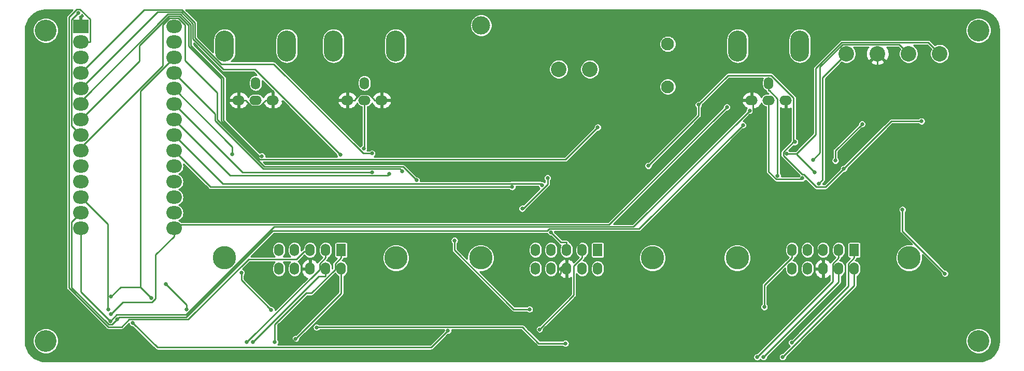
<source format=gbl>
%TF.GenerationSoftware,KiCad,Pcbnew,5.1.10*%
%TF.CreationDate,2021-12-29T22:52:08-05:00*%
%TF.ProjectId,mouse_reach_controller,6d6f7573-655f-4726-9561-63685f636f6e,1.2*%
%TF.SameCoordinates,Original*%
%TF.FileFunction,Copper,L2,Bot*%
%TF.FilePolarity,Positive*%
%FSLAX46Y46*%
G04 Gerber Fmt 4.6, Leading zero omitted, Abs format (unit mm)*
G04 Created by KiCad (PCBNEW 5.1.10) date 2021-12-29 22:52:08*
%MOMM*%
%LPD*%
G01*
G04 APERTURE LIST*
%TA.AperFunction,ComponentPad*%
%ADD10O,2.540000X2.184400*%
%TD*%
%TA.AperFunction,ComponentPad*%
%ADD11R,2.540000X2.184400*%
%TD*%
%TA.AperFunction,ComponentPad*%
%ADD12O,2.032000X1.524000*%
%TD*%
%TA.AperFunction,ComponentPad*%
%ADD13O,1.524000X2.032000*%
%TD*%
%TA.AperFunction,ComponentPad*%
%ADD14O,3.048000X5.080000*%
%TD*%
%TA.AperFunction,ComponentPad*%
%ADD15C,3.000000*%
%TD*%
%TA.AperFunction,ComponentPad*%
%ADD16C,3.810000*%
%TD*%
%TA.AperFunction,ComponentPad*%
%ADD17R,1.524000X2.032000*%
%TD*%
%TA.AperFunction,ComponentPad*%
%ADD18C,2.540000*%
%TD*%
%TA.AperFunction,ComponentPad*%
%ADD19C,2.100000*%
%TD*%
%TA.AperFunction,ComponentPad*%
%ADD20C,3.556000*%
%TD*%
%TA.AperFunction,ViaPad*%
%ADD21C,0.635000*%
%TD*%
%TA.AperFunction,Conductor*%
%ADD22C,0.228600*%
%TD*%
%TA.AperFunction,Conductor*%
%ADD23C,0.254000*%
%TD*%
%TA.AperFunction,Conductor*%
%ADD24C,0.100000*%
%TD*%
G04 APERTURE END LIST*
D10*
%TO.P,TEENSY1,V*%
%TO.N,/VCC*%
X93345000Y-53975000D03*
%TO.P,TEENSY1,*%
%TO.N,*%
X93345000Y-56515000D03*
%TO.P,TEENSY1,3V3*%
%TO.N,/VDD*%
X93345000Y-59055000D03*
%TO.P,TEENSY1,23*%
%TO.N,/MCLK*%
X93345000Y-61595000D03*
%TO.P,TEENSY1,22*%
%TO.N,/SIGNAL_A*%
X93345000Y-64135000D03*
%TO.P,TEENSY1,21*%
%TO.N,/BCLK*%
X93345000Y-66675000D03*
%TO.P,TEENSY1,20*%
%TO.N,/LRCLK*%
X93345000Y-69215000D03*
%TO.P,TEENSY1,19*%
%TO.N,/SCL*%
X93345000Y-71755000D03*
%TO.P,TEENSY1,18*%
%TO.N,/SDA*%
X93345000Y-74295000D03*
%TO.P,TEENSY1,17*%
%TO.N,/UART_CPU_TX_2*%
X93345000Y-76835000D03*
%TO.P,TEENSY1,16*%
%TO.N,/UART_CPU_RX_2*%
X93345000Y-79375000D03*
%TO.P,TEENSY1,15*%
%TO.N,/UART_CPU_RX_1*%
X93345000Y-81915000D03*
%TO.P,TEENSY1,14*%
%TO.N,/UART_CPU_TX_1*%
X93345000Y-84455000D03*
%TO.P,TEENSY1,13*%
%TO.N,/SCK*%
X93345000Y-86995000D03*
%TO.P,TEENSY1,12*%
%TO.N,/MISO*%
X78105000Y-86995000D03*
%TO.P,TEENSY1,11*%
%TO.N,/MOSI*%
X78105000Y-84455000D03*
%TO.P,TEENSY1,10*%
%TO.N,/~STEPPER_CS*%
X78105000Y-81915000D03*
%TO.P,TEENSY1,9*%
%TO.N,/~ENCODER_CS*%
X78105000Y-79375000D03*
%TO.P,TEENSY1,8*%
%TO.N,/I2S_DOUT*%
X78105000Y-76835000D03*
%TO.P,TEENSY1,7*%
%TO.N,/I2S_DIN*%
X78105000Y-74295000D03*
%TO.P,TEENSY1,6*%
%TO.N,/~ENCODER_RESET*%
X78105000Y-71755000D03*
%TO.P,TEENSY1,5*%
%TO.N,/POWER_SWITCH_ENABLE*%
X78105000Y-69215000D03*
%TO.P,TEENSY1,4*%
%TO.N,/SIGNAL_B*%
X78105000Y-66675000D03*
%TO.P,TEENSY1,3*%
%TO.N,/SIGNAL_C*%
X78105000Y-64135000D03*
%TO.P,TEENSY1,2*%
%TO.N,/SIGNAL_D*%
X78105000Y-61595000D03*
%TO.P,TEENSY1,1*%
%TO.N,/UART_CPU_TX_0*%
X78105000Y-59055000D03*
%TO.P,TEENSY1,0*%
%TO.N,/UART_CPU_RX_0*%
X78105000Y-56515000D03*
D11*
%TO.P,TEENSY1,GND*%
%TO.N,/GND*%
X78105000Y-53975000D03*
%TD*%
D12*
%TO.P,P6,4*%
%TO.N,/GND*%
X103886000Y-66040000D03*
%TO.P,P6,2*%
X109474000Y-66040000D03*
%TO.P,P6,3*%
%TO.N,/signal_interface/SIGNAL_B_BUF*%
X106680000Y-66040000D03*
D13*
%TO.P,P6,1*%
%TO.N,/signal_interface/SIGNAL_A_BUF*%
X106680000Y-63246000D03*
D14*
%TO.P,P6,*%
%TO.N,*%
X111760000Y-57150000D03*
X101600000Y-57150000D03*
%TD*%
D12*
%TO.P,P5,4*%
%TO.N,/GND*%
X187706000Y-66040000D03*
%TO.P,P5,2*%
X193294000Y-66040000D03*
%TO.P,P5,3*%
%TO.N,/encoder_interface/CHANNEL_B_OUT*%
X190500000Y-66040000D03*
D13*
%TO.P,P5,1*%
%TO.N,/encoder_interface/CHANNEL_A_OUT*%
X190500000Y-63246000D03*
D14*
%TO.P,P5,*%
%TO.N,*%
X195580000Y-57150000D03*
X185420000Y-57150000D03*
%TD*%
D15*
%TO.P,P4,*%
%TO.N,*%
X143510000Y-53800000D03*
%TD*%
D16*
%TO.P,P2,*%
%TO.N,*%
X143446500Y-91821000D03*
X171513500Y-91821000D03*
D13*
%TO.P,P2,10*%
%TO.N,/stepper_controller/stepper_driver_interface_1/REFR_B*%
X152400000Y-93599000D03*
%TO.P,P2,9*%
%TO.N,/stepper_controller/stepper_driver_interface_1/REFR_A*%
X152400000Y-90551000D03*
%TO.P,P2,8*%
%TO.N,/stepper_controller/stepper_driver_interface_1/REF_B*%
X154940000Y-93599000D03*
%TO.P,P2,7*%
%TO.N,/stepper_controller/stepper_driver_interface_1/REF_A*%
X154940000Y-90551000D03*
%TO.P,P2,6*%
%TO.N,/GND*%
X157480000Y-93599000D03*
%TO.P,P2,5*%
%TO.N,/UART_CPU_RX_1*%
X157480000Y-90551000D03*
%TO.P,P2,4*%
%TO.N,/stepper_controller/stepper_driver_interface_1/DIR_B*%
X160020000Y-93599000D03*
%TO.P,P2,3*%
%TO.N,/stepper_controller/stepper_driver_interface_1/DIR_A*%
X160020000Y-90551000D03*
%TO.P,P2,2*%
%TO.N,/stepper_controller/stepper_driver_interface_1/STEP_B*%
X162560000Y-93599000D03*
D17*
%TO.P,P2,1*%
%TO.N,/stepper_controller/stepper_driver_interface_1/STEP_A*%
X162560000Y-90551000D03*
%TD*%
D16*
%TO.P,P1,*%
%TO.N,*%
X101536500Y-91821000D03*
X129603500Y-91821000D03*
D13*
%TO.P,P1,10*%
%TO.N,/stepper_controller/stepper_driver_interface_0/REFR_B*%
X110490000Y-93599000D03*
%TO.P,P1,9*%
%TO.N,/stepper_controller/stepper_driver_interface_0/REFR_A*%
X110490000Y-90551000D03*
%TO.P,P1,8*%
%TO.N,/stepper_controller/stepper_driver_interface_0/REF_B*%
X113030000Y-93599000D03*
%TO.P,P1,7*%
%TO.N,/stepper_controller/stepper_driver_interface_0/REF_A*%
X113030000Y-90551000D03*
%TO.P,P1,6*%
%TO.N,/GND*%
X115570000Y-93599000D03*
%TO.P,P1,5*%
%TO.N,/UART_CPU_RX_0*%
X115570000Y-90551000D03*
%TO.P,P1,4*%
%TO.N,/stepper_controller/stepper_driver_interface_0/DIR_B*%
X118110000Y-93599000D03*
%TO.P,P1,3*%
%TO.N,/stepper_controller/stepper_driver_interface_0/DIR_A*%
X118110000Y-90551000D03*
%TO.P,P1,2*%
%TO.N,/stepper_controller/stepper_driver_interface_0/STEP_B*%
X120650000Y-93599000D03*
D17*
%TO.P,P1,1*%
%TO.N,/stepper_controller/stepper_driver_interface_0/STEP_A*%
X120650000Y-90551000D03*
%TD*%
D18*
%TO.P,T2,4*%
%TO.N,/encoder_interface/CHANNEL_B*%
X218440000Y-58420000D03*
%TO.P,T2,1*%
%TO.N,/VCC*%
X203200000Y-58420000D03*
%TO.P,T2,2*%
%TO.N,/GND*%
X208280000Y-58420000D03*
%TO.P,T2,3*%
%TO.N,/encoder_interface/CHANNEL_A*%
X213360000Y-58420000D03*
%TD*%
%TO.P,T1,1*%
%TO.N,/power_switch_driver/VBB*%
X156210000Y-60960000D03*
%TO.P,T1,2*%
%TO.N,/power_switch_driver/OUT*%
X161290000Y-60960000D03*
%TD*%
D16*
%TO.P,P3,*%
%TO.N,*%
X185356500Y-91821000D03*
X213423500Y-91821000D03*
D13*
%TO.P,P3,10*%
%TO.N,/stepper_controller/stepper_driver_interface_2/REFR_B*%
X194310000Y-93599000D03*
%TO.P,P3,9*%
%TO.N,/stepper_controller/stepper_driver_interface_2/REFR_A*%
X194310000Y-90551000D03*
%TO.P,P3,8*%
%TO.N,/stepper_controller/stepper_driver_interface_2/REF_B*%
X196850000Y-93599000D03*
%TO.P,P3,7*%
%TO.N,/stepper_controller/stepper_driver_interface_2/REF_A*%
X196850000Y-90551000D03*
%TO.P,P3,6*%
%TO.N,/GND*%
X199390000Y-93599000D03*
%TO.P,P3,5*%
%TO.N,/UART_CPU_RX_2*%
X199390000Y-90551000D03*
%TO.P,P3,4*%
%TO.N,/stepper_controller/stepper_driver_interface_2/DIR_B*%
X201930000Y-93599000D03*
%TO.P,P3,3*%
%TO.N,/stepper_controller/stepper_driver_interface_2/DIR_A*%
X201930000Y-90551000D03*
%TO.P,P3,2*%
%TO.N,/stepper_controller/stepper_driver_interface_2/STEP_B*%
X204470000Y-93599000D03*
D17*
%TO.P,P3,1*%
%TO.N,/stepper_controller/stepper_driver_interface_2/STEP_A*%
X204470000Y-90551000D03*
%TD*%
D12*
%TO.P,P7,4*%
%TO.N,/GND*%
X121666000Y-66040000D03*
%TO.P,P7,2*%
X127254000Y-66040000D03*
%TO.P,P7,3*%
%TO.N,/signal_interface/SIGNAL_D_BUF*%
X124460000Y-66040000D03*
D13*
%TO.P,P7,1*%
%TO.N,/signal_interface/SIGNAL_C_BUF*%
X124460000Y-63246000D03*
D14*
%TO.P,P7,*%
%TO.N,*%
X129540000Y-57150000D03*
X119380000Y-57150000D03*
%TD*%
D19*
%TO.P,J1,*%
%TO.N,*%
X173990000Y-56840000D03*
X173990000Y-63840000D03*
%TD*%
D20*
%TO.P,MH1,1*%
%TO.N,N/C*%
X72390000Y-54610000D03*
%TD*%
%TO.P,MH2,1*%
%TO.N,N/C*%
X224790000Y-54610000D03*
%TD*%
%TO.P,MH3,1*%
%TO.N,N/C*%
X224790000Y-105410000D03*
%TD*%
%TO.P,MH4,1*%
%TO.N,N/C*%
X72390000Y-105410000D03*
%TD*%
D21*
%TO.N,/GND*%
X104590000Y-71689300D03*
X156169200Y-104692000D03*
X113255600Y-105878600D03*
X110517300Y-102812900D03*
X204051800Y-74149800D03*
X208126800Y-69197800D03*
X83312000Y-104902000D03*
X80772000Y-106680000D03*
X205740000Y-53340000D03*
X197104000Y-53340000D03*
%TO.N,/VDD*%
X179026700Y-66784000D03*
X170824500Y-76751500D03*
X83042500Y-98178700D03*
X89665700Y-98372500D03*
X215461700Y-69475600D03*
X202764000Y-77240200D03*
X194767800Y-72879100D03*
%TO.N,/stepper_controller/stepper_driver_interface_0/DIR_B*%
X106208300Y-105637600D03*
%TO.N,/stepper_controller/stepper_driver_interface_0/DIR_A*%
X105239700Y-105629600D03*
%TO.N,/stepper_controller/stepper_driver_interface_0/STEP_B*%
X113198900Y-105067200D03*
%TO.N,/stepper_controller/stepper_driver_interface_0/STEP_A*%
X109811800Y-105623200D03*
%TO.N,/stepper_controller/stepper_driver_interface_1/DIR_A*%
X153012000Y-103544600D03*
%TO.N,/stepper_controller/stepper_driver_interface_2/STEP_A*%
X194258200Y-105713000D03*
%TO.N,/stepper_controller/stepper_driver_interface_2/STEP_B*%
X192773900Y-108042200D03*
%TO.N,/stepper_controller/stepper_driver_interface_2/DIR_A*%
X188603000Y-108065400D03*
%TO.N,/stepper_controller/stepper_driver_interface_2/DIR_B*%
X189662600Y-108046000D03*
%TO.N,/stepper_controller/stepper_driver_interface_2/REFR_A*%
X189778500Y-99873600D03*
%TO.N,/SDA*%
X148590800Y-80200400D03*
%TO.N,/SCL*%
X153460000Y-79933600D03*
%TO.N,/POWER_SWITCH_ENABLE*%
X162567600Y-70460000D03*
%TO.N,/I2S_DIN*%
X132965500Y-79148900D03*
%TO.N,/I2S_DOUT*%
X150215200Y-83752200D03*
X154364900Y-78738800D03*
%TO.N,/MOSI*%
X186282500Y-70108400D03*
X84050700Y-101915200D03*
%TO.N,/MISO*%
X187385300Y-67744100D03*
X82935000Y-102194500D03*
%TO.N,/SCK*%
X183660000Y-67171100D03*
X83060600Y-101001700D03*
%TO.N,/LRCLK*%
X128530400Y-78054500D03*
%TO.N,/BCLK*%
X125732200Y-77826800D03*
%TO.N,/MCLK*%
X130615300Y-77638200D03*
%TO.N,/VCC*%
X198694900Y-79678700D03*
%TO.N,/stepper_controller/REF_0*%
X109230500Y-100351300D03*
X104329800Y-94262400D03*
%TO.N,/stepper_controller/DIR_1*%
X95424800Y-100235400D03*
X92029700Y-96139200D03*
%TO.N,/stepper_controller/DIR_2*%
X157279600Y-105836400D03*
X116633000Y-103204800D03*
%TO.N,/stepper_controller/REFR_1*%
X138094000Y-103730600D03*
X86610000Y-102480200D03*
%TO.N,/stepper_controller/REF_1*%
X151424900Y-100240200D03*
X139166000Y-88985300D03*
%TO.N,/encoder_interface/CHANNEL_A_OUT*%
X191942900Y-78429300D03*
%TO.N,/encoder_interface/CHANNEL_B_OUT*%
X196016100Y-78801100D03*
%TO.N,/encoder_interface/VEE*%
X212354500Y-83926200D03*
X219300600Y-94396700D03*
%TO.N,/signal_interface/SIGNAL_D_BUF*%
X124319400Y-73966700D03*
%TO.N,/encoder_interface/CHANNEL_A*%
X197716000Y-75777700D03*
%TO.N,/encoder_interface/CHANNEL_B*%
X193453900Y-74801000D03*
X197968100Y-77837300D03*
%TO.N,/~STEPPER_CS*%
X82636400Y-100310000D03*
%TO.N,/SIGNAL_D*%
X125687300Y-74742300D03*
%TO.N,/SIGNAL_C*%
X120534100Y-74970100D03*
%TO.N,/SIGNAL_B*%
X107699900Y-75199200D03*
%TO.N,/SIGNAL_A*%
X102856700Y-74910600D03*
%TO.N,/encoder_interface/CHANNEL_A_TMC424*%
X201400100Y-75915000D03*
X205757200Y-69930000D03*
%TO.N,/~ENCODER_RESET*%
X77689200Y-51722800D03*
%TO.N,/UART_CPU_RX_1*%
X154874000Y-87620400D03*
%TD*%
D22*
%TO.N,/GND*%
X110517300Y-102812900D02*
X110517300Y-103140300D01*
X110517300Y-103140300D02*
X113255600Y-105878600D01*
X105997000Y-67030500D02*
X105130600Y-66164100D01*
X105130600Y-66164100D02*
X105130600Y-66040000D01*
X108229400Y-66040000D02*
X108229400Y-66163800D01*
X108229400Y-66163800D02*
X107362700Y-67030500D01*
X107362700Y-67030500D02*
X105997000Y-67030500D01*
X105997000Y-67030500D02*
X105997000Y-70282300D01*
X105997000Y-70282300D02*
X104590000Y-71689300D01*
X157480000Y-93345000D02*
X156489400Y-93345000D01*
X156489400Y-93345000D02*
X156489400Y-94335600D01*
X156489400Y-94335600D02*
X152454300Y-98370700D01*
X152454300Y-98370700D02*
X152454300Y-103741700D01*
X152454300Y-103741700D02*
X153404600Y-104692000D01*
X153404600Y-104692000D02*
X156169200Y-104692000D01*
X157480000Y-92849700D02*
X157480000Y-93345000D01*
X157480000Y-92849700D02*
X157480000Y-92354400D01*
X104140000Y-66040000D02*
X105130600Y-66040000D01*
X109220000Y-66040000D02*
X108229400Y-66040000D01*
X187960000Y-88532700D02*
X160395000Y-88532700D01*
X160395000Y-88532700D02*
X158867000Y-90060700D01*
X158867000Y-90060700D02*
X158867000Y-90967400D01*
X158867000Y-90967400D02*
X157480000Y-92354400D01*
X199390000Y-92354400D02*
X198399400Y-91363800D01*
X198399400Y-91363800D02*
X198399400Y-90435900D01*
X198399400Y-90435900D02*
X196496200Y-88532700D01*
X196496200Y-88532700D02*
X187960000Y-88532700D01*
X187960000Y-88532700D02*
X187960000Y-66040000D01*
X199390000Y-93345000D02*
X199390000Y-92354400D01*
X208126800Y-69197800D02*
X208126800Y-70074800D01*
X208126800Y-70074800D02*
X204051800Y-74149800D01*
X208280000Y-58420000D02*
X208280000Y-69044600D01*
X208280000Y-69044600D02*
X208126800Y-69197800D01*
X121920000Y-66040000D02*
X122910600Y-66040000D01*
X127000000Y-66040000D02*
X126009400Y-66040000D01*
X126009400Y-66040000D02*
X126009400Y-65916600D01*
X126009400Y-65916600D02*
X125146900Y-65054100D01*
X125146900Y-65054100D02*
X123764300Y-65054100D01*
X123764300Y-65054100D02*
X122910600Y-65907800D01*
X122910600Y-65907800D02*
X122910600Y-66040000D01*
X83312000Y-104902000D02*
X81534000Y-106680000D01*
X81534000Y-106680000D02*
X80772000Y-106680000D01*
X205740000Y-53340000D02*
X197104000Y-53340000D01*
%TO.N,/VDD*%
X194767800Y-72879100D02*
X194569600Y-72879100D01*
X194569600Y-72879100D02*
X192902000Y-74546700D01*
X192902000Y-74546700D02*
X192902000Y-75091500D01*
X192902000Y-75091500D02*
X196016200Y-78205700D01*
X196016200Y-78205700D02*
X196201900Y-78205700D01*
X196201900Y-78205700D02*
X198235100Y-80238900D01*
X198235100Y-80238900D02*
X199765300Y-80238900D01*
X199765300Y-80238900D02*
X202764000Y-77240200D01*
X194569600Y-72879100D02*
X194569600Y-65609700D01*
X194569600Y-65609700D02*
X190924300Y-61964400D01*
X190924300Y-61964400D02*
X183846300Y-61964400D01*
X183846300Y-61964400D02*
X179026700Y-66784000D01*
X179026700Y-66784000D02*
X179026700Y-68549300D01*
X179026700Y-68549300D02*
X170824500Y-76751500D01*
X87892700Y-96599500D02*
X89665700Y-98372500D01*
X93345000Y-59055000D02*
X87892700Y-64507300D01*
X87892700Y-64507300D02*
X87892700Y-96599500D01*
X87892700Y-96599500D02*
X84621700Y-96599500D01*
X84621700Y-96599500D02*
X83042500Y-98178700D01*
X202764000Y-77240200D02*
X210528600Y-69475600D01*
X210528600Y-69475600D02*
X215461700Y-69475600D01*
%TO.N,/stepper_controller/stepper_driver_interface_0/DIR_B*%
X118110000Y-93345000D02*
X118110000Y-94843600D01*
X118110000Y-94843600D02*
X117002300Y-94843600D01*
X117002300Y-94843600D02*
X106208300Y-105637600D01*
%TO.N,/stepper_controller/stepper_driver_interface_0/DIR_A*%
X118110000Y-91795600D02*
X117119400Y-92786200D01*
X117119400Y-92786200D02*
X117119400Y-93749900D01*
X117119400Y-93749900D02*
X105239700Y-105629600D01*
X118110000Y-90805000D02*
X118110000Y-91795600D01*
%TO.N,/stepper_controller/stepper_driver_interface_0/STEP_B*%
X120650000Y-93345000D02*
X120650000Y-97616100D01*
X120650000Y-97616100D02*
X113198900Y-105067200D01*
%TO.N,/stepper_controller/stepper_driver_interface_0/STEP_A*%
X120650000Y-90805000D02*
X120650000Y-91795600D01*
X109811800Y-105623200D02*
X109811800Y-102714300D01*
X109811800Y-102714300D02*
X114925200Y-97600900D01*
X114925200Y-97600900D02*
X115830000Y-97600900D01*
X115830000Y-97600900D02*
X119659400Y-93771500D01*
X119659400Y-93771500D02*
X119659400Y-92786200D01*
X119659400Y-92786200D02*
X120650000Y-91795600D01*
%TO.N,/stepper_controller/stepper_driver_interface_1/DIR_A*%
X160020000Y-90805000D02*
X160020000Y-91795600D01*
X153012000Y-103544600D02*
X158633100Y-97923500D01*
X158633100Y-97923500D02*
X158633100Y-93182500D01*
X158633100Y-93182500D02*
X160020000Y-91795600D01*
%TO.N,/stepper_controller/stepper_driver_interface_2/STEP_A*%
X204470000Y-90805000D02*
X204470000Y-91795600D01*
X204470000Y-91795600D02*
X203479400Y-92786200D01*
X203479400Y-92786200D02*
X203479400Y-96491800D01*
X203479400Y-96491800D02*
X194258200Y-105713000D01*
%TO.N,/stepper_controller/stepper_driver_interface_2/STEP_B*%
X204470000Y-93345000D02*
X204470000Y-96346100D01*
X204470000Y-96346100D02*
X192773900Y-108042200D01*
%TO.N,/stepper_controller/stepper_driver_interface_2/DIR_A*%
X201930000Y-90805000D02*
X201930000Y-91795600D01*
X201930000Y-91795600D02*
X200939400Y-92786200D01*
X200939400Y-92786200D02*
X200939400Y-95729000D01*
X200939400Y-95729000D02*
X188603000Y-108065400D01*
%TO.N,/stepper_controller/stepper_driver_interface_2/DIR_B*%
X201930000Y-94843600D02*
X201930000Y-95778600D01*
X201930000Y-95778600D02*
X189662600Y-108046000D01*
X201930000Y-93345000D02*
X201930000Y-94843600D01*
%TO.N,/stepper_controller/stepper_driver_interface_2/REFR_A*%
X194310000Y-91795600D02*
X189778500Y-96327100D01*
X189778500Y-96327100D02*
X189778500Y-99873600D01*
X194310000Y-90805000D02*
X194310000Y-91795600D01*
%TO.N,/SDA*%
X93345000Y-74295000D02*
X99250400Y-80200400D01*
X99250400Y-80200400D02*
X148590800Y-80200400D01*
%TO.N,/SCL*%
X153460000Y-79933600D02*
X153193100Y-79666700D01*
X153193100Y-79666700D02*
X148369800Y-79666700D01*
X148369800Y-79666700D02*
X148303100Y-79733400D01*
X148303100Y-79733400D02*
X101323400Y-79733400D01*
X101323400Y-79733400D02*
X93345000Y-71755000D01*
%TO.N,/POWER_SWITCH_ENABLE*%
X78105000Y-69215000D02*
X87727500Y-59592500D01*
X87727500Y-59592500D02*
X87727500Y-57052500D01*
X87727500Y-57052500D02*
X92505200Y-52274800D01*
X92505200Y-52274800D02*
X94238600Y-52274800D01*
X94238600Y-52274800D02*
X95769700Y-53805900D01*
X95769700Y-53805900D02*
X95769700Y-57214600D01*
X95769700Y-57214600D02*
X101067200Y-62512100D01*
X101067200Y-62512100D02*
X101067200Y-69476200D01*
X101067200Y-69476200D02*
X107324000Y-75733000D01*
X107324000Y-75733000D02*
X157294600Y-75733000D01*
X157294600Y-75733000D02*
X162567600Y-70460000D01*
%TO.N,/I2S_DIN*%
X78105000Y-74295000D02*
X78105000Y-73783300D01*
X78105000Y-73783300D02*
X91530300Y-60358000D01*
X91530300Y-60358000D02*
X91530300Y-53721200D01*
X91530300Y-53721200D02*
X92602900Y-52648600D01*
X92602900Y-52648600D02*
X94071600Y-52648600D01*
X94071600Y-52648600D02*
X95131300Y-53708300D01*
X95131300Y-53708300D02*
X95131300Y-59541400D01*
X95131300Y-59541400D02*
X100357900Y-64768000D01*
X100357900Y-64768000D02*
X100357900Y-69234200D01*
X100357900Y-69234200D02*
X108066200Y-76942500D01*
X108066200Y-76942500D02*
X130759100Y-76942500D01*
X130759100Y-76942500D02*
X132965500Y-79148900D01*
%TO.N,/I2S_DOUT*%
X150215200Y-83752200D02*
X150396200Y-83752200D01*
X150396200Y-83752200D02*
X154364900Y-79783500D01*
X154364900Y-79783500D02*
X154364900Y-78738800D01*
%TO.N,/MOSI*%
X186282500Y-70108400D02*
X169304200Y-87086700D01*
X169304200Y-87086700D02*
X154653000Y-87086700D01*
X154653000Y-87086700D02*
X154336100Y-87403600D01*
X154336100Y-87403600D02*
X154336100Y-87403700D01*
X154336100Y-87403700D02*
X109480700Y-87403700D01*
X109480700Y-87403700D02*
X95299700Y-101584700D01*
X95299700Y-101584700D02*
X84381200Y-101584700D01*
X84381200Y-101584700D02*
X84050700Y-101915200D01*
X84050700Y-101915200D02*
X83209400Y-102756500D01*
X83209400Y-102756500D02*
X82697700Y-102756500D01*
X82697700Y-102756500D02*
X76617400Y-96676200D01*
X76617400Y-96676200D02*
X76617400Y-85942600D01*
X76617400Y-85942600D02*
X78105000Y-84455000D01*
%TO.N,/MISO*%
X82935000Y-102194500D02*
X78105000Y-97364500D01*
X78105000Y-97364500D02*
X78105000Y-86995000D01*
X187385300Y-67744100D02*
X168373200Y-86756200D01*
X168373200Y-86756200D02*
X109660700Y-86756200D01*
X109660700Y-86756200D02*
X95267500Y-101149400D01*
X95267500Y-101149400D02*
X83980100Y-101149400D01*
X83980100Y-101149400D02*
X82935000Y-102194500D01*
%TO.N,/SCK*%
X93345000Y-87655400D02*
X94574800Y-86425600D01*
X94574800Y-86425600D02*
X164405500Y-86425600D01*
X164405500Y-86425600D02*
X183660000Y-67171100D01*
X93345000Y-87655400D02*
X93345000Y-88315800D01*
X93345000Y-86995000D02*
X93345000Y-87655400D01*
X83060600Y-101001700D02*
X84956700Y-99105600D01*
X84956700Y-99105600D02*
X89747000Y-99105600D01*
X89747000Y-99105600D02*
X90341900Y-98510700D01*
X90341900Y-98510700D02*
X90341900Y-91318900D01*
X90341900Y-91318900D02*
X93345000Y-88315800D01*
%TO.N,/LRCLK*%
X128530400Y-78054500D02*
X128224400Y-78360500D01*
X128224400Y-78360500D02*
X102490500Y-78360500D01*
X102490500Y-78360500D02*
X93345000Y-69215000D01*
%TO.N,/BCLK*%
X93345000Y-66675000D02*
X104496800Y-77826800D01*
X104496800Y-77826800D02*
X125732200Y-77826800D01*
%TO.N,/MCLK*%
X93345000Y-61595000D02*
X100027400Y-68277400D01*
X100027400Y-68277400D02*
X100027400Y-69371000D01*
X100027400Y-69371000D02*
X107929400Y-77273000D01*
X107929400Y-77273000D02*
X130250100Y-77273000D01*
X130250100Y-77273000D02*
X130615300Y-77638200D01*
%TO.N,/VCC*%
X203200000Y-58420000D02*
X199312900Y-62307100D01*
X199312900Y-62307100D02*
X199312900Y-79060700D01*
X199312900Y-79060700D02*
X198694900Y-79678700D01*
%TO.N,/stepper_controller/REF_0*%
X104329800Y-94262400D02*
X104329800Y-95450600D01*
X104329800Y-95450600D02*
X109230500Y-100351300D01*
%TO.N,/stepper_controller/DIR_1*%
X95424800Y-100235400D02*
X95424800Y-99534300D01*
X95424800Y-99534300D02*
X92029700Y-96139200D01*
%TO.N,/stepper_controller/DIR_2*%
X116633000Y-103204800D02*
X116693300Y-103144500D01*
X116693300Y-103144500D02*
X150224900Y-103144500D01*
X150224900Y-103144500D02*
X152916800Y-105836400D01*
X152916800Y-105836400D02*
X157279600Y-105836400D01*
%TO.N,/stepper_controller/REFR_1*%
X138094000Y-103730600D02*
X135344600Y-106480000D01*
X135344600Y-106480000D02*
X90609800Y-106480000D01*
X90609800Y-106480000D02*
X86610000Y-102480200D01*
%TO.N,/stepper_controller/REF_1*%
X139166000Y-88985300D02*
X139166000Y-90573400D01*
X139166000Y-90573400D02*
X148832800Y-100240200D01*
X148832800Y-100240200D02*
X151424900Y-100240200D01*
%TO.N,/encoder_interface/CHANNEL_A_OUT*%
X190500000Y-64490600D02*
X190623800Y-64490600D01*
X190623800Y-64490600D02*
X191942900Y-65809700D01*
X191942900Y-65809700D02*
X191942900Y-78429300D01*
X190500000Y-63500000D02*
X190500000Y-64490600D01*
%TO.N,/encoder_interface/CHANNEL_B_OUT*%
X190500000Y-66040000D02*
X190500000Y-77745700D01*
X190500000Y-77745700D02*
X191717400Y-78963100D01*
X191717400Y-78963100D02*
X195854100Y-78963100D01*
X195854100Y-78963100D02*
X196016100Y-78801100D01*
%TO.N,/encoder_interface/VEE*%
X219300600Y-94396700D02*
X212354500Y-87450600D01*
X212354500Y-87450600D02*
X212354500Y-83926200D01*
%TO.N,/signal_interface/SIGNAL_D_BUF*%
X124460000Y-67030600D02*
X124460000Y-73826100D01*
X124460000Y-73826100D02*
X124319400Y-73966700D01*
X124460000Y-66040000D02*
X124460000Y-67030600D01*
%TO.N,/encoder_interface/CHANNEL_A*%
X213360000Y-58420000D02*
X211842700Y-56902700D01*
X211842700Y-56902700D02*
X202584400Y-56902700D01*
X202584400Y-56902700D02*
X198879400Y-60607700D01*
X198879400Y-60607700D02*
X198879400Y-74614300D01*
X198879400Y-74614300D02*
X197716000Y-75777700D01*
%TO.N,/encoder_interface/CHANNEL_B*%
X218440000Y-58420000D02*
X216592100Y-56572100D01*
X216592100Y-56572100D02*
X202447500Y-56572100D01*
X202447500Y-56572100D02*
X198211900Y-60807700D01*
X198211900Y-60807700D02*
X198211900Y-71627700D01*
X198211900Y-71627700D02*
X195038600Y-74801000D01*
X195038600Y-74801000D02*
X195038600Y-74907800D01*
X195038600Y-74907800D02*
X197968100Y-77837300D01*
X195038600Y-74801000D02*
X193453900Y-74801000D01*
%TO.N,/~STEPPER_CS*%
X78105000Y-81915000D02*
X82508800Y-86318800D01*
X82508800Y-86318800D02*
X82508800Y-100182400D01*
X82508800Y-100182400D02*
X82636400Y-100310000D01*
%TO.N,/SIGNAL_D*%
X125687300Y-74742300D02*
X124250200Y-74742300D01*
X124250200Y-74742300D02*
X109627400Y-60119500D01*
X109627400Y-60119500D02*
X101051800Y-60119500D01*
X101051800Y-60119500D02*
X96761200Y-55828900D01*
X96761200Y-55828900D02*
X96761200Y-53395500D01*
X96761200Y-53395500D02*
X94649000Y-51283300D01*
X94649000Y-51283300D02*
X88416700Y-51283300D01*
X88416700Y-51283300D02*
X78105000Y-61595000D01*
%TO.N,/SIGNAL_C*%
X120534100Y-74970100D02*
X106535500Y-60971500D01*
X106535500Y-60971500D02*
X101436500Y-60971500D01*
X101436500Y-60971500D02*
X96430700Y-55965700D01*
X96430700Y-55965700D02*
X96430700Y-53532300D01*
X96430700Y-53532300D02*
X94512200Y-51613800D01*
X94512200Y-51613800D02*
X90626200Y-51613800D01*
X90626200Y-51613800D02*
X78105000Y-64135000D01*
%TO.N,/SIGNAL_B*%
X107699900Y-75199200D02*
X107258900Y-75199200D01*
X107258900Y-75199200D02*
X101436600Y-69376900D01*
X101436600Y-69376900D02*
X101436600Y-62414200D01*
X101436600Y-62414200D02*
X96100200Y-57077800D01*
X96100200Y-57077800D02*
X96100200Y-53669100D01*
X96100200Y-53669100D02*
X94375400Y-51944300D01*
X94375400Y-51944300D02*
X92368400Y-51944300D01*
X92368400Y-51944300D02*
X78105000Y-66207700D01*
X78105000Y-66207700D02*
X78105000Y-66675000D01*
%TO.N,/SIGNAL_A*%
X93345000Y-64135000D02*
X102856700Y-73646700D01*
X102856700Y-73646700D02*
X102856700Y-74910600D01*
%TO.N,/encoder_interface/CHANNEL_A_TMC424*%
X205757200Y-69930000D02*
X201400100Y-74287100D01*
X201400100Y-74287100D02*
X201400100Y-75915000D01*
%TO.N,/~ENCODER_RESET*%
X78105000Y-71755000D02*
X76578900Y-70228900D01*
X76578900Y-70228900D02*
X76578900Y-52833100D01*
X76578900Y-52833100D02*
X77689200Y-51722800D01*
%TO.N,/UART_CPU_RX_0*%
X115570000Y-90805000D02*
X114579400Y-90805000D01*
X78105000Y-56515000D02*
X79603600Y-56515000D01*
X79603600Y-56515000D02*
X79603600Y-52775200D01*
X79603600Y-52775200D02*
X77992200Y-51163800D01*
X77992200Y-51163800D02*
X77444800Y-51163800D01*
X77444800Y-51163800D02*
X76199200Y-52409400D01*
X76199200Y-52409400D02*
X76199200Y-96740300D01*
X76199200Y-96740300D02*
X82570600Y-103111700D01*
X82570600Y-103111700D02*
X84822800Y-103111700D01*
X84822800Y-103111700D02*
X86019300Y-101915200D01*
X86019300Y-101915200D02*
X95679400Y-101915200D01*
X95679400Y-101915200D02*
X105519600Y-92075000D01*
X105519600Y-92075000D02*
X113309400Y-92075000D01*
X113309400Y-92075000D02*
X114579400Y-90805000D01*
%TO.N,/UART_CPU_RX_1*%
X157480000Y-90805000D02*
X157480000Y-89306400D01*
X154874000Y-87620400D02*
X156560000Y-89306400D01*
X156560000Y-89306400D02*
X157480000Y-89306400D01*
%TD*%
D23*
%TO.N,/GND*%
X75900330Y-52079653D02*
X75883371Y-52093571D01*
X75869455Y-52110528D01*
X75827824Y-52161255D01*
X75793270Y-52225901D01*
X75786549Y-52238475D01*
X75761132Y-52322264D01*
X75754700Y-52387571D01*
X75754700Y-52387580D01*
X75752551Y-52409400D01*
X75754700Y-52431220D01*
X75754701Y-96718470D01*
X75752551Y-96740300D01*
X75761133Y-96827437D01*
X75786549Y-96911225D01*
X75827824Y-96988445D01*
X75869455Y-97039172D01*
X75869459Y-97039176D01*
X75883372Y-97056129D01*
X75900325Y-97070042D01*
X82240858Y-103410576D01*
X82254771Y-103427529D01*
X82271724Y-103441442D01*
X82271726Y-103441444D01*
X82294738Y-103460329D01*
X82322455Y-103483076D01*
X82399674Y-103524351D01*
X82483463Y-103549768D01*
X82548770Y-103556200D01*
X82548779Y-103556200D01*
X82570599Y-103558349D01*
X82592419Y-103556200D01*
X84800980Y-103556200D01*
X84822800Y-103558349D01*
X84844620Y-103556200D01*
X84844630Y-103556200D01*
X84909937Y-103549768D01*
X84993726Y-103524351D01*
X85070945Y-103483076D01*
X85138629Y-103427529D01*
X85152547Y-103410570D01*
X85971728Y-102591390D01*
X85987191Y-102669127D01*
X86036016Y-102787001D01*
X86106899Y-102893085D01*
X86197115Y-102983301D01*
X86303199Y-103054184D01*
X86421073Y-103103009D01*
X86546207Y-103127900D01*
X86629083Y-103127900D01*
X90280058Y-106778876D01*
X90293971Y-106795829D01*
X90310924Y-106809742D01*
X90310926Y-106809744D01*
X90321597Y-106818501D01*
X90361655Y-106851376D01*
X90438874Y-106892651D01*
X90522663Y-106918068D01*
X90587970Y-106924500D01*
X90587979Y-106924500D01*
X90609799Y-106926649D01*
X90631619Y-106924500D01*
X135322780Y-106924500D01*
X135344600Y-106926649D01*
X135366420Y-106924500D01*
X135366430Y-106924500D01*
X135431737Y-106918068D01*
X135515526Y-106892651D01*
X135592745Y-106851376D01*
X135660429Y-106795829D01*
X135674347Y-106778870D01*
X138074918Y-104378300D01*
X138157793Y-104378300D01*
X138282927Y-104353409D01*
X138400801Y-104304584D01*
X138506885Y-104233701D01*
X138597101Y-104143485D01*
X138667984Y-104037401D01*
X138716809Y-103919527D01*
X138741700Y-103794393D01*
X138741700Y-103666807D01*
X138726223Y-103589000D01*
X150040783Y-103589000D01*
X152587058Y-106135276D01*
X152600971Y-106152229D01*
X152617924Y-106166142D01*
X152617926Y-106166144D01*
X152668653Y-106207775D01*
X152668655Y-106207776D01*
X152745874Y-106249051D01*
X152829663Y-106274468D01*
X152894970Y-106280900D01*
X152894979Y-106280900D01*
X152916799Y-106283049D01*
X152938619Y-106280900D01*
X156808114Y-106280900D01*
X156866715Y-106339501D01*
X156972799Y-106410384D01*
X157090673Y-106459209D01*
X157215807Y-106484100D01*
X157343393Y-106484100D01*
X157468527Y-106459209D01*
X157586401Y-106410384D01*
X157692485Y-106339501D01*
X157782701Y-106249285D01*
X157853584Y-106143201D01*
X157902409Y-106025327D01*
X157927300Y-105900193D01*
X157927300Y-105772607D01*
X157902409Y-105647473D01*
X157853584Y-105529599D01*
X157782701Y-105423515D01*
X157692485Y-105333299D01*
X157586401Y-105262416D01*
X157468527Y-105213591D01*
X157343393Y-105188700D01*
X157215807Y-105188700D01*
X157090673Y-105213591D01*
X156972799Y-105262416D01*
X156866715Y-105333299D01*
X156808114Y-105391900D01*
X153100918Y-105391900D01*
X151189825Y-103480807D01*
X152364300Y-103480807D01*
X152364300Y-103608393D01*
X152389191Y-103733527D01*
X152438016Y-103851401D01*
X152508899Y-103957485D01*
X152599115Y-104047701D01*
X152705199Y-104118584D01*
X152823073Y-104167409D01*
X152948207Y-104192300D01*
X153075793Y-104192300D01*
X153200927Y-104167409D01*
X153318801Y-104118584D01*
X153424885Y-104047701D01*
X153515101Y-103957485D01*
X153585984Y-103851401D01*
X153634809Y-103733527D01*
X153659700Y-103608393D01*
X153659700Y-103525517D01*
X157375410Y-99809807D01*
X189130800Y-99809807D01*
X189130800Y-99937393D01*
X189155691Y-100062527D01*
X189204516Y-100180401D01*
X189275399Y-100286485D01*
X189365615Y-100376701D01*
X189471699Y-100447584D01*
X189589573Y-100496409D01*
X189714707Y-100521300D01*
X189842293Y-100521300D01*
X189967427Y-100496409D01*
X190085301Y-100447584D01*
X190191385Y-100376701D01*
X190281601Y-100286485D01*
X190352484Y-100180401D01*
X190401309Y-100062527D01*
X190426200Y-99937393D01*
X190426200Y-99809807D01*
X190401309Y-99684673D01*
X190352484Y-99566799D01*
X190281601Y-99460715D01*
X190223000Y-99402114D01*
X190223000Y-96511217D01*
X193217800Y-93516418D01*
X193217800Y-93906649D01*
X193233604Y-94067109D01*
X193296057Y-94272989D01*
X193397476Y-94462729D01*
X193533963Y-94629038D01*
X193700272Y-94765525D01*
X193890012Y-94866943D01*
X194095892Y-94929396D01*
X194310000Y-94950484D01*
X194524109Y-94929396D01*
X194729989Y-94866943D01*
X194919729Y-94765525D01*
X195086038Y-94629038D01*
X195222525Y-94462729D01*
X195323943Y-94272988D01*
X195386396Y-94067108D01*
X195402200Y-93906648D01*
X195402200Y-93291352D01*
X195757800Y-93291352D01*
X195757800Y-93906649D01*
X195773604Y-94067109D01*
X195836057Y-94272989D01*
X195937476Y-94462729D01*
X196073963Y-94629038D01*
X196240272Y-94765525D01*
X196430012Y-94866943D01*
X196635892Y-94929396D01*
X196850000Y-94950484D01*
X197064109Y-94929396D01*
X197269989Y-94866943D01*
X197459729Y-94765525D01*
X197626038Y-94629038D01*
X197762525Y-94462729D01*
X197863943Y-94272988D01*
X197926396Y-94067108D01*
X197942200Y-93906648D01*
X197942200Y-93726000D01*
X197993000Y-93726000D01*
X197993000Y-93980000D01*
X198044619Y-94250101D01*
X198147941Y-94504942D01*
X198298994Y-94734729D01*
X198491974Y-94930632D01*
X198719465Y-95085122D01*
X198972724Y-95192262D01*
X199046930Y-95207220D01*
X199263000Y-95084720D01*
X199263000Y-93726000D01*
X197993000Y-93726000D01*
X197942200Y-93726000D01*
X197942200Y-93291351D01*
X197934976Y-93218000D01*
X197993000Y-93218000D01*
X197993000Y-93472000D01*
X199263000Y-93472000D01*
X199263000Y-92113280D01*
X199046930Y-91990780D01*
X198972724Y-92005738D01*
X198719465Y-92112878D01*
X198491974Y-92267368D01*
X198298994Y-92463271D01*
X198147941Y-92693058D01*
X198044619Y-92947899D01*
X197993000Y-93218000D01*
X197934976Y-93218000D01*
X197926396Y-93130891D01*
X197863943Y-92925011D01*
X197762525Y-92735271D01*
X197626038Y-92568962D01*
X197459729Y-92432475D01*
X197269988Y-92331057D01*
X197064108Y-92268604D01*
X196850000Y-92247516D01*
X196635891Y-92268604D01*
X196430011Y-92331057D01*
X196240271Y-92432475D01*
X196073962Y-92568962D01*
X195937475Y-92735271D01*
X195836057Y-92925012D01*
X195773604Y-93130892D01*
X195757800Y-93291352D01*
X195402200Y-93291352D01*
X195402200Y-93291351D01*
X195386396Y-93130891D01*
X195323943Y-92925011D01*
X195222525Y-92735271D01*
X195086038Y-92568962D01*
X194919729Y-92432475D01*
X194729988Y-92331057D01*
X194524108Y-92268604D01*
X194470859Y-92263359D01*
X194608876Y-92125342D01*
X194625829Y-92111429D01*
X194639742Y-92094476D01*
X194639745Y-92094473D01*
X194681376Y-92043746D01*
X194722651Y-91966526D01*
X194741595Y-91904075D01*
X194748068Y-91882737D01*
X194754500Y-91817430D01*
X194754500Y-91817420D01*
X194755704Y-91805198D01*
X194919729Y-91717525D01*
X195086038Y-91581038D01*
X195222525Y-91414729D01*
X195323943Y-91224988D01*
X195386396Y-91019108D01*
X195402200Y-90858648D01*
X195402200Y-90243352D01*
X195757800Y-90243352D01*
X195757800Y-90858649D01*
X195773604Y-91019109D01*
X195836057Y-91224989D01*
X195937476Y-91414729D01*
X196073963Y-91581038D01*
X196240272Y-91717525D01*
X196430012Y-91818943D01*
X196635892Y-91881396D01*
X196850000Y-91902484D01*
X197064109Y-91881396D01*
X197269989Y-91818943D01*
X197459729Y-91717525D01*
X197626038Y-91581038D01*
X197762525Y-91414729D01*
X197863943Y-91224988D01*
X197926396Y-91019108D01*
X197942200Y-90858648D01*
X197942200Y-90243352D01*
X198297800Y-90243352D01*
X198297800Y-90858649D01*
X198313604Y-91019109D01*
X198376057Y-91224989D01*
X198477476Y-91414729D01*
X198613963Y-91581038D01*
X198780272Y-91717525D01*
X198970012Y-91818943D01*
X199175892Y-91881396D01*
X199390000Y-91902484D01*
X199604109Y-91881396D01*
X199809989Y-91818943D01*
X199999729Y-91717525D01*
X200166038Y-91581038D01*
X200302525Y-91414729D01*
X200403943Y-91224988D01*
X200466396Y-91019108D01*
X200482200Y-90858648D01*
X200482200Y-90243351D01*
X200466396Y-90082891D01*
X200403943Y-89877011D01*
X200302525Y-89687271D01*
X200166038Y-89520962D01*
X199999729Y-89384475D01*
X199809988Y-89283057D01*
X199604108Y-89220604D01*
X199390000Y-89199516D01*
X199175891Y-89220604D01*
X198970011Y-89283057D01*
X198780271Y-89384475D01*
X198613962Y-89520962D01*
X198477475Y-89687271D01*
X198376057Y-89877012D01*
X198313604Y-90082892D01*
X198297800Y-90243352D01*
X197942200Y-90243352D01*
X197942200Y-90243351D01*
X197926396Y-90082891D01*
X197863943Y-89877011D01*
X197762525Y-89687271D01*
X197626038Y-89520962D01*
X197459729Y-89384475D01*
X197269988Y-89283057D01*
X197064108Y-89220604D01*
X196850000Y-89199516D01*
X196635891Y-89220604D01*
X196430011Y-89283057D01*
X196240271Y-89384475D01*
X196073962Y-89520962D01*
X195937475Y-89687271D01*
X195836057Y-89877012D01*
X195773604Y-90082892D01*
X195757800Y-90243352D01*
X195402200Y-90243352D01*
X195402200Y-90243351D01*
X195386396Y-90082891D01*
X195323943Y-89877011D01*
X195222525Y-89687271D01*
X195086038Y-89520962D01*
X194919729Y-89384475D01*
X194729988Y-89283057D01*
X194524108Y-89220604D01*
X194310000Y-89199516D01*
X194095891Y-89220604D01*
X193890011Y-89283057D01*
X193700271Y-89384475D01*
X193533962Y-89520962D01*
X193397475Y-89687271D01*
X193296057Y-89877012D01*
X193233604Y-90082892D01*
X193217800Y-90243352D01*
X193217800Y-90858649D01*
X193233604Y-91019109D01*
X193296057Y-91224989D01*
X193397476Y-91414729D01*
X193533963Y-91581038D01*
X193700272Y-91717525D01*
X193738841Y-91738141D01*
X189479630Y-95997353D01*
X189462671Y-96011271D01*
X189448755Y-96028228D01*
X189407124Y-96078955D01*
X189384958Y-96120425D01*
X189365849Y-96156175D01*
X189340432Y-96239964D01*
X189334000Y-96305271D01*
X189334000Y-96305280D01*
X189331851Y-96327100D01*
X189334000Y-96348920D01*
X189334001Y-99402113D01*
X189275399Y-99460715D01*
X189204516Y-99566799D01*
X189155691Y-99684673D01*
X189130800Y-99809807D01*
X157375410Y-99809807D01*
X158931977Y-98253241D01*
X158948929Y-98239329D01*
X158962842Y-98222376D01*
X158962845Y-98222373D01*
X159004476Y-98171646D01*
X159045751Y-98094426D01*
X159059971Y-98047549D01*
X159071168Y-98010637D01*
X159077600Y-97945330D01*
X159077600Y-97945320D01*
X159079749Y-97923500D01*
X159077600Y-97901680D01*
X159077600Y-94406835D01*
X159107476Y-94462729D01*
X159243963Y-94629038D01*
X159410272Y-94765525D01*
X159600012Y-94866943D01*
X159805892Y-94929396D01*
X160020000Y-94950484D01*
X160234109Y-94929396D01*
X160439989Y-94866943D01*
X160629729Y-94765525D01*
X160796038Y-94629038D01*
X160932525Y-94462729D01*
X161033943Y-94272988D01*
X161096396Y-94067108D01*
X161112200Y-93906648D01*
X161112200Y-93291352D01*
X161467800Y-93291352D01*
X161467800Y-93906649D01*
X161483604Y-94067109D01*
X161546057Y-94272989D01*
X161647476Y-94462729D01*
X161783963Y-94629038D01*
X161950272Y-94765525D01*
X162140012Y-94866943D01*
X162345892Y-94929396D01*
X162560000Y-94950484D01*
X162774109Y-94929396D01*
X162979989Y-94866943D01*
X163169729Y-94765525D01*
X163336038Y-94629038D01*
X163472525Y-94462729D01*
X163573943Y-94272988D01*
X163636396Y-94067108D01*
X163652200Y-93906648D01*
X163652200Y-93291351D01*
X163636396Y-93130891D01*
X163573943Y-92925011D01*
X163472525Y-92735271D01*
X163336038Y-92568962D01*
X163169729Y-92432475D01*
X162979988Y-92331057D01*
X162774108Y-92268604D01*
X162560000Y-92247516D01*
X162345891Y-92268604D01*
X162140011Y-92331057D01*
X161950271Y-92432475D01*
X161783962Y-92568962D01*
X161647475Y-92735271D01*
X161546057Y-92925012D01*
X161483604Y-93130892D01*
X161467800Y-93291352D01*
X161112200Y-93291352D01*
X161112200Y-93291351D01*
X161096396Y-93130891D01*
X161033943Y-92925011D01*
X160932525Y-92735271D01*
X160796038Y-92568962D01*
X160629729Y-92432475D01*
X160439988Y-92331057D01*
X160234108Y-92268604D01*
X160180859Y-92263359D01*
X160318876Y-92125342D01*
X160335829Y-92111429D01*
X160349742Y-92094476D01*
X160349745Y-92094473D01*
X160391376Y-92043746D01*
X160432651Y-91966526D01*
X160451595Y-91904075D01*
X160458068Y-91882737D01*
X160464500Y-91817430D01*
X160464500Y-91817420D01*
X160465704Y-91805198D01*
X160629729Y-91717525D01*
X160796038Y-91581038D01*
X160932525Y-91414729D01*
X161033943Y-91224988D01*
X161096396Y-91019108D01*
X161112200Y-90858648D01*
X161112200Y-90243351D01*
X161096396Y-90082891D01*
X161033943Y-89877011D01*
X160932525Y-89687271D01*
X160807559Y-89535000D01*
X161466203Y-89535000D01*
X161466203Y-91567000D01*
X161472578Y-91631730D01*
X161491460Y-91693973D01*
X161522121Y-91751337D01*
X161563384Y-91801616D01*
X161613663Y-91842879D01*
X161671027Y-91873540D01*
X161733270Y-91892422D01*
X161798000Y-91898797D01*
X163322000Y-91898797D01*
X163386730Y-91892422D01*
X163448973Y-91873540D01*
X163506337Y-91842879D01*
X163556616Y-91801616D01*
X163597879Y-91751337D01*
X163628540Y-91693973D01*
X163647422Y-91631730D01*
X163650463Y-91600852D01*
X169278300Y-91600852D01*
X169278300Y-92041148D01*
X169364198Y-92472984D01*
X169532692Y-92879764D01*
X169777307Y-93245857D01*
X170088643Y-93557193D01*
X170454736Y-93801808D01*
X170861516Y-93970302D01*
X171293352Y-94056200D01*
X171733648Y-94056200D01*
X172165484Y-93970302D01*
X172572264Y-93801808D01*
X172938357Y-93557193D01*
X173249693Y-93245857D01*
X173494308Y-92879764D01*
X173662802Y-92472984D01*
X173748700Y-92041148D01*
X173748700Y-91600852D01*
X183121300Y-91600852D01*
X183121300Y-92041148D01*
X183207198Y-92472984D01*
X183375692Y-92879764D01*
X183620307Y-93245857D01*
X183931643Y-93557193D01*
X184297736Y-93801808D01*
X184704516Y-93970302D01*
X185136352Y-94056200D01*
X185576648Y-94056200D01*
X186008484Y-93970302D01*
X186415264Y-93801808D01*
X186781357Y-93557193D01*
X187092693Y-93245857D01*
X187337308Y-92879764D01*
X187505802Y-92472984D01*
X187591700Y-92041148D01*
X187591700Y-91600852D01*
X187505802Y-91169016D01*
X187337308Y-90762236D01*
X187092693Y-90396143D01*
X186781357Y-90084807D01*
X186415264Y-89840192D01*
X186008484Y-89671698D01*
X185576648Y-89585800D01*
X185136352Y-89585800D01*
X184704516Y-89671698D01*
X184297736Y-89840192D01*
X183931643Y-90084807D01*
X183620307Y-90396143D01*
X183375692Y-90762236D01*
X183207198Y-91169016D01*
X183121300Y-91600852D01*
X173748700Y-91600852D01*
X173662802Y-91169016D01*
X173494308Y-90762236D01*
X173249693Y-90396143D01*
X172938357Y-90084807D01*
X172572264Y-89840192D01*
X172165484Y-89671698D01*
X171733648Y-89585800D01*
X171293352Y-89585800D01*
X170861516Y-89671698D01*
X170454736Y-89840192D01*
X170088643Y-90084807D01*
X169777307Y-90396143D01*
X169532692Y-90762236D01*
X169364198Y-91169016D01*
X169278300Y-91600852D01*
X163650463Y-91600852D01*
X163653797Y-91567000D01*
X163653797Y-89535000D01*
X163647422Y-89470270D01*
X163628540Y-89408027D01*
X163597879Y-89350663D01*
X163556616Y-89300384D01*
X163506337Y-89259121D01*
X163448973Y-89228460D01*
X163386730Y-89209578D01*
X163322000Y-89203203D01*
X161798000Y-89203203D01*
X161733270Y-89209578D01*
X161671027Y-89228460D01*
X161613663Y-89259121D01*
X161563384Y-89300384D01*
X161522121Y-89350663D01*
X161491460Y-89408027D01*
X161472578Y-89470270D01*
X161466203Y-89535000D01*
X160807559Y-89535000D01*
X160796038Y-89520962D01*
X160629729Y-89384475D01*
X160439988Y-89283057D01*
X160234108Y-89220604D01*
X160020000Y-89199516D01*
X159805891Y-89220604D01*
X159600011Y-89283057D01*
X159410271Y-89384475D01*
X159243962Y-89520962D01*
X159107475Y-89687271D01*
X159006057Y-89877012D01*
X158943604Y-90082892D01*
X158927800Y-90243352D01*
X158927800Y-90858649D01*
X158943604Y-91019109D01*
X159006057Y-91224989D01*
X159107476Y-91414729D01*
X159243963Y-91581038D01*
X159410272Y-91717525D01*
X159448841Y-91738141D01*
X158631574Y-92555409D01*
X158571006Y-92463271D01*
X158378026Y-92267368D01*
X158150535Y-92112878D01*
X157897276Y-92005738D01*
X157823070Y-91990780D01*
X157607000Y-92113280D01*
X157607000Y-93472000D01*
X157627000Y-93472000D01*
X157627000Y-93726000D01*
X157607000Y-93726000D01*
X157607000Y-95084720D01*
X157823070Y-95207220D01*
X157897276Y-95192262D01*
X158150535Y-95085122D01*
X158188601Y-95059272D01*
X158188600Y-97739382D01*
X153031083Y-102896900D01*
X152948207Y-102896900D01*
X152823073Y-102921791D01*
X152705199Y-102970616D01*
X152599115Y-103041499D01*
X152508899Y-103131715D01*
X152438016Y-103237799D01*
X152389191Y-103355673D01*
X152364300Y-103480807D01*
X151189825Y-103480807D01*
X150554647Y-102845630D01*
X150540729Y-102828671D01*
X150473045Y-102773124D01*
X150395826Y-102731849D01*
X150312037Y-102706432D01*
X150246730Y-102700000D01*
X150246720Y-102700000D01*
X150224900Y-102697851D01*
X150203080Y-102700000D01*
X117043342Y-102700000D01*
X116939801Y-102630816D01*
X116821927Y-102581991D01*
X116696793Y-102557100D01*
X116569207Y-102557100D01*
X116444073Y-102581991D01*
X116326199Y-102630816D01*
X116220115Y-102701699D01*
X116129899Y-102791915D01*
X116059016Y-102897999D01*
X116010191Y-103015873D01*
X115985300Y-103141007D01*
X115985300Y-103268593D01*
X116010191Y-103393727D01*
X116059016Y-103511601D01*
X116129899Y-103617685D01*
X116220115Y-103707901D01*
X116326199Y-103778784D01*
X116444073Y-103827609D01*
X116569207Y-103852500D01*
X116696793Y-103852500D01*
X116821927Y-103827609D01*
X116939801Y-103778784D01*
X117045885Y-103707901D01*
X117136101Y-103617685D01*
X117155268Y-103589000D01*
X137461777Y-103589000D01*
X137446300Y-103666807D01*
X137446300Y-103749682D01*
X135160483Y-106035500D01*
X110315292Y-106035500D01*
X110385784Y-105930001D01*
X110434609Y-105812127D01*
X110459500Y-105686993D01*
X110459500Y-105559407D01*
X110434609Y-105434273D01*
X110385784Y-105316399D01*
X110314901Y-105210315D01*
X110256300Y-105151714D01*
X110256300Y-102898417D01*
X115109318Y-98045400D01*
X115808180Y-98045400D01*
X115830000Y-98047549D01*
X115851820Y-98045400D01*
X115851830Y-98045400D01*
X115917137Y-98038968D01*
X116000926Y-98013551D01*
X116078145Y-97972276D01*
X116145829Y-97916729D01*
X116159747Y-97899770D01*
X119688471Y-94371047D01*
X119737476Y-94462729D01*
X119873963Y-94629038D01*
X120040272Y-94765525D01*
X120205500Y-94853841D01*
X120205501Y-97431981D01*
X113217983Y-104419500D01*
X113135107Y-104419500D01*
X113009973Y-104444391D01*
X112892099Y-104493216D01*
X112786015Y-104564099D01*
X112695799Y-104654315D01*
X112624916Y-104760399D01*
X112576091Y-104878273D01*
X112551200Y-105003407D01*
X112551200Y-105130993D01*
X112576091Y-105256127D01*
X112624916Y-105374001D01*
X112695799Y-105480085D01*
X112786015Y-105570301D01*
X112892099Y-105641184D01*
X113009973Y-105690009D01*
X113135107Y-105714900D01*
X113262693Y-105714900D01*
X113387827Y-105690009D01*
X113505701Y-105641184D01*
X113611785Y-105570301D01*
X113702001Y-105480085D01*
X113772884Y-105374001D01*
X113821709Y-105256127D01*
X113846600Y-105130993D01*
X113846600Y-105048117D01*
X120948876Y-97945842D01*
X120965829Y-97931929D01*
X120979742Y-97914976D01*
X120979745Y-97914973D01*
X121021376Y-97864246D01*
X121062651Y-97787026D01*
X121088068Y-97703237D01*
X121094500Y-97637930D01*
X121094500Y-97637920D01*
X121096649Y-97616100D01*
X121094500Y-97594280D01*
X121094500Y-94853842D01*
X121259729Y-94765525D01*
X121426038Y-94629038D01*
X121562525Y-94462729D01*
X121663943Y-94272988D01*
X121726396Y-94067108D01*
X121742200Y-93906648D01*
X121742200Y-93291351D01*
X121726396Y-93130891D01*
X121663943Y-92925011D01*
X121562525Y-92735271D01*
X121426038Y-92568962D01*
X121259729Y-92432475D01*
X121069988Y-92331057D01*
X120864108Y-92268604D01*
X120810859Y-92263359D01*
X120948876Y-92125342D01*
X120965829Y-92111429D01*
X120979742Y-92094476D01*
X120979745Y-92094473D01*
X121021376Y-92043746D01*
X121062651Y-91966526D01*
X121081595Y-91904075D01*
X121083196Y-91898797D01*
X121412000Y-91898797D01*
X121476730Y-91892422D01*
X121538973Y-91873540D01*
X121596337Y-91842879D01*
X121646616Y-91801616D01*
X121687879Y-91751337D01*
X121718540Y-91693973D01*
X121737422Y-91631730D01*
X121740463Y-91600852D01*
X127368300Y-91600852D01*
X127368300Y-92041148D01*
X127454198Y-92472984D01*
X127622692Y-92879764D01*
X127867307Y-93245857D01*
X128178643Y-93557193D01*
X128544736Y-93801808D01*
X128951516Y-93970302D01*
X129383352Y-94056200D01*
X129823648Y-94056200D01*
X130255484Y-93970302D01*
X130662264Y-93801808D01*
X131028357Y-93557193D01*
X131339693Y-93245857D01*
X131584308Y-92879764D01*
X131752802Y-92472984D01*
X131838700Y-92041148D01*
X131838700Y-91600852D01*
X131752802Y-91169016D01*
X131584308Y-90762236D01*
X131339693Y-90396143D01*
X131028357Y-90084807D01*
X130662264Y-89840192D01*
X130255484Y-89671698D01*
X129823648Y-89585800D01*
X129383352Y-89585800D01*
X128951516Y-89671698D01*
X128544736Y-89840192D01*
X128178643Y-90084807D01*
X127867307Y-90396143D01*
X127622692Y-90762236D01*
X127454198Y-91169016D01*
X127368300Y-91600852D01*
X121740463Y-91600852D01*
X121743797Y-91567000D01*
X121743797Y-89535000D01*
X121737422Y-89470270D01*
X121718540Y-89408027D01*
X121687879Y-89350663D01*
X121646616Y-89300384D01*
X121596337Y-89259121D01*
X121538973Y-89228460D01*
X121476730Y-89209578D01*
X121412000Y-89203203D01*
X119888000Y-89203203D01*
X119823270Y-89209578D01*
X119761027Y-89228460D01*
X119703663Y-89259121D01*
X119653384Y-89300384D01*
X119612121Y-89350663D01*
X119581460Y-89408027D01*
X119562578Y-89470270D01*
X119556203Y-89535000D01*
X119556203Y-91567000D01*
X119562578Y-91631730D01*
X119581460Y-91693973D01*
X119612121Y-91751337D01*
X119653384Y-91801616D01*
X119703663Y-91842879D01*
X119761027Y-91873540D01*
X119823270Y-91892422D01*
X119888000Y-91898797D01*
X119918185Y-91898797D01*
X119360525Y-92456458D01*
X119343572Y-92470371D01*
X119329659Y-92487324D01*
X119329655Y-92487328D01*
X119288024Y-92538055D01*
X119246749Y-92615275D01*
X119221333Y-92699063D01*
X119212751Y-92786200D01*
X119214901Y-92808030D01*
X119214900Y-93587382D01*
X119202200Y-93600082D01*
X119202200Y-93291351D01*
X119186396Y-93130891D01*
X119123943Y-92925011D01*
X119022525Y-92735271D01*
X118886038Y-92568962D01*
X118719729Y-92432475D01*
X118529988Y-92331057D01*
X118324108Y-92268604D01*
X118270859Y-92263359D01*
X118408876Y-92125342D01*
X118425829Y-92111429D01*
X118439742Y-92094476D01*
X118439745Y-92094473D01*
X118481376Y-92043746D01*
X118522651Y-91966526D01*
X118541595Y-91904075D01*
X118548068Y-91882737D01*
X118554500Y-91817430D01*
X118554500Y-91817420D01*
X118555704Y-91805198D01*
X118719729Y-91717525D01*
X118886038Y-91581038D01*
X119022525Y-91414729D01*
X119123943Y-91224988D01*
X119186396Y-91019108D01*
X119202200Y-90858648D01*
X119202200Y-90243351D01*
X119186396Y-90082891D01*
X119123943Y-89877011D01*
X119022525Y-89687271D01*
X118886038Y-89520962D01*
X118719729Y-89384475D01*
X118529988Y-89283057D01*
X118324108Y-89220604D01*
X118110000Y-89199516D01*
X117895891Y-89220604D01*
X117690011Y-89283057D01*
X117500271Y-89384475D01*
X117333962Y-89520962D01*
X117197475Y-89687271D01*
X117096057Y-89877012D01*
X117033604Y-90082892D01*
X117017800Y-90243352D01*
X117017800Y-90858649D01*
X117033604Y-91019109D01*
X117096057Y-91224989D01*
X117197476Y-91414729D01*
X117333963Y-91581038D01*
X117500272Y-91717525D01*
X117538841Y-91738141D01*
X116820529Y-92456453D01*
X116803571Y-92470371D01*
X116789655Y-92487328D01*
X116748024Y-92538055D01*
X116731504Y-92568962D01*
X116731046Y-92569819D01*
X116661006Y-92463271D01*
X116468026Y-92267368D01*
X116240535Y-92112878D01*
X115987276Y-92005738D01*
X115913070Y-91990780D01*
X115697000Y-92113280D01*
X115697000Y-93472000D01*
X115717000Y-93472000D01*
X115717000Y-93726000D01*
X115697000Y-93726000D01*
X115697000Y-93746000D01*
X115443000Y-93746000D01*
X115443000Y-93726000D01*
X114173000Y-93726000D01*
X114173000Y-93980000D01*
X114224619Y-94250101D01*
X114327941Y-94504942D01*
X114478994Y-94734729D01*
X114671974Y-94930632D01*
X114899465Y-95085122D01*
X115079428Y-95161254D01*
X109878200Y-100362483D01*
X109878200Y-100287507D01*
X109853309Y-100162373D01*
X109804484Y-100044499D01*
X109733601Y-99938415D01*
X109643385Y-99848199D01*
X109537301Y-99777316D01*
X109419427Y-99728491D01*
X109294293Y-99703600D01*
X109211418Y-99703600D01*
X104774300Y-95266483D01*
X104774300Y-94733886D01*
X104832901Y-94675285D01*
X104903784Y-94569201D01*
X104952609Y-94451327D01*
X104977500Y-94326193D01*
X104977500Y-94198607D01*
X104952609Y-94073473D01*
X104903784Y-93955599D01*
X104832901Y-93849515D01*
X104742685Y-93759299D01*
X104636601Y-93688416D01*
X104564618Y-93658600D01*
X105703718Y-92519500D01*
X109774231Y-92519500D01*
X109713962Y-92568962D01*
X109577475Y-92735271D01*
X109476057Y-92925012D01*
X109413604Y-93130892D01*
X109397800Y-93291352D01*
X109397800Y-93906649D01*
X109413604Y-94067109D01*
X109476057Y-94272989D01*
X109577476Y-94462729D01*
X109713963Y-94629038D01*
X109880272Y-94765525D01*
X110070012Y-94866943D01*
X110275892Y-94929396D01*
X110490000Y-94950484D01*
X110704109Y-94929396D01*
X110909989Y-94866943D01*
X111099729Y-94765525D01*
X111266038Y-94629038D01*
X111402525Y-94462729D01*
X111503943Y-94272988D01*
X111566396Y-94067108D01*
X111582200Y-93906648D01*
X111582200Y-93291351D01*
X111566396Y-93130891D01*
X111503943Y-92925011D01*
X111402525Y-92735271D01*
X111266038Y-92568962D01*
X111205769Y-92519500D01*
X112314231Y-92519500D01*
X112253962Y-92568962D01*
X112117475Y-92735271D01*
X112016057Y-92925012D01*
X111953604Y-93130892D01*
X111937800Y-93291352D01*
X111937800Y-93906649D01*
X111953604Y-94067109D01*
X112016057Y-94272989D01*
X112117476Y-94462729D01*
X112253963Y-94629038D01*
X112420272Y-94765525D01*
X112610012Y-94866943D01*
X112815892Y-94929396D01*
X113030000Y-94950484D01*
X113244109Y-94929396D01*
X113449989Y-94866943D01*
X113639729Y-94765525D01*
X113806038Y-94629038D01*
X113942525Y-94462729D01*
X114043943Y-94272988D01*
X114106396Y-94067108D01*
X114122200Y-93906648D01*
X114122200Y-93291351D01*
X114114976Y-93218000D01*
X114173000Y-93218000D01*
X114173000Y-93472000D01*
X115443000Y-93472000D01*
X115443000Y-92113280D01*
X115226930Y-91990780D01*
X115152724Y-92005738D01*
X114899465Y-92112878D01*
X114671974Y-92267368D01*
X114478994Y-92463271D01*
X114327941Y-92693058D01*
X114224619Y-92947899D01*
X114173000Y-93218000D01*
X114114976Y-93218000D01*
X114106396Y-93130891D01*
X114043943Y-92925011D01*
X113942525Y-92735271D01*
X113806038Y-92568962D01*
X113639729Y-92432475D01*
X113600217Y-92411356D01*
X113625229Y-92390829D01*
X113639147Y-92373870D01*
X114636859Y-91376158D01*
X114657476Y-91414729D01*
X114793963Y-91581038D01*
X114960272Y-91717525D01*
X115150012Y-91818943D01*
X115355892Y-91881396D01*
X115570000Y-91902484D01*
X115784109Y-91881396D01*
X115989989Y-91818943D01*
X116179729Y-91717525D01*
X116346038Y-91581038D01*
X116482525Y-91414729D01*
X116583943Y-91224988D01*
X116646396Y-91019108D01*
X116662200Y-90858648D01*
X116662200Y-90243351D01*
X116646396Y-90082891D01*
X116583943Y-89877011D01*
X116482525Y-89687271D01*
X116346038Y-89520962D01*
X116179729Y-89384475D01*
X115989988Y-89283057D01*
X115784108Y-89220604D01*
X115570000Y-89199516D01*
X115355891Y-89220604D01*
X115150011Y-89283057D01*
X114960271Y-89384475D01*
X114793962Y-89520962D01*
X114657475Y-89687271D01*
X114556057Y-89877012D01*
X114493604Y-90082892D01*
X114477800Y-90243352D01*
X114477800Y-90371319D01*
X114408474Y-90392349D01*
X114331255Y-90433624D01*
X114263571Y-90489171D01*
X114249653Y-90506130D01*
X114122200Y-90633583D01*
X114122200Y-90243351D01*
X114106396Y-90082891D01*
X114043943Y-89877011D01*
X113942525Y-89687271D01*
X113806038Y-89520962D01*
X113639729Y-89384475D01*
X113449988Y-89283057D01*
X113244108Y-89220604D01*
X113030000Y-89199516D01*
X112815891Y-89220604D01*
X112610011Y-89283057D01*
X112420271Y-89384475D01*
X112253962Y-89520962D01*
X112117475Y-89687271D01*
X112016057Y-89877012D01*
X111953604Y-90082892D01*
X111937800Y-90243352D01*
X111937800Y-90858649D01*
X111953604Y-91019109D01*
X112016057Y-91224989D01*
X112117476Y-91414729D01*
X112253963Y-91581038D01*
X112314232Y-91630500D01*
X111205769Y-91630500D01*
X111266038Y-91581038D01*
X111402525Y-91414729D01*
X111503943Y-91224988D01*
X111566396Y-91019108D01*
X111582200Y-90858648D01*
X111582200Y-90243351D01*
X111566396Y-90082891D01*
X111503943Y-89877011D01*
X111402525Y-89687271D01*
X111266038Y-89520962D01*
X111099729Y-89384475D01*
X110909988Y-89283057D01*
X110704108Y-89220604D01*
X110490000Y-89199516D01*
X110275891Y-89220604D01*
X110070011Y-89283057D01*
X109880271Y-89384475D01*
X109713962Y-89520962D01*
X109577475Y-89687271D01*
X109476057Y-89877012D01*
X109413604Y-90082892D01*
X109397800Y-90243352D01*
X109397800Y-90858649D01*
X109413604Y-91019109D01*
X109476057Y-91224989D01*
X109577476Y-91414729D01*
X109713963Y-91581038D01*
X109774232Y-91630500D01*
X105882518Y-91630500D01*
X108591511Y-88921507D01*
X138518300Y-88921507D01*
X138518300Y-89049093D01*
X138543191Y-89174227D01*
X138592016Y-89292101D01*
X138662899Y-89398185D01*
X138721500Y-89456786D01*
X138721501Y-90551570D01*
X138719351Y-90573400D01*
X138727933Y-90660537D01*
X138753349Y-90744325D01*
X138794624Y-90821545D01*
X138836255Y-90872272D01*
X138836259Y-90872276D01*
X138850172Y-90889229D01*
X138867125Y-90903142D01*
X148503058Y-100539076D01*
X148516971Y-100556029D01*
X148533924Y-100569942D01*
X148533927Y-100569945D01*
X148584654Y-100611576D01*
X148652894Y-100648051D01*
X148661874Y-100652851D01*
X148745663Y-100678268D01*
X148810970Y-100684700D01*
X148810980Y-100684700D01*
X148832800Y-100686849D01*
X148854620Y-100684700D01*
X150953414Y-100684700D01*
X151012015Y-100743301D01*
X151118099Y-100814184D01*
X151235973Y-100863009D01*
X151361107Y-100887900D01*
X151488693Y-100887900D01*
X151613827Y-100863009D01*
X151731701Y-100814184D01*
X151837785Y-100743301D01*
X151928001Y-100653085D01*
X151998884Y-100547001D01*
X152047709Y-100429127D01*
X152072600Y-100303993D01*
X152072600Y-100176407D01*
X152047709Y-100051273D01*
X151998884Y-99933399D01*
X151928001Y-99827315D01*
X151837785Y-99737099D01*
X151731701Y-99666216D01*
X151613827Y-99617391D01*
X151488693Y-99592500D01*
X151361107Y-99592500D01*
X151235973Y-99617391D01*
X151118099Y-99666216D01*
X151012015Y-99737099D01*
X150953414Y-99795700D01*
X149016918Y-99795700D01*
X143277417Y-94056200D01*
X143666648Y-94056200D01*
X144098484Y-93970302D01*
X144505264Y-93801808D01*
X144871357Y-93557193D01*
X145137198Y-93291352D01*
X151307800Y-93291352D01*
X151307800Y-93906649D01*
X151323604Y-94067109D01*
X151386057Y-94272989D01*
X151487476Y-94462729D01*
X151623963Y-94629038D01*
X151790272Y-94765525D01*
X151980012Y-94866943D01*
X152185892Y-94929396D01*
X152400000Y-94950484D01*
X152614109Y-94929396D01*
X152819989Y-94866943D01*
X153009729Y-94765525D01*
X153176038Y-94629038D01*
X153312525Y-94462729D01*
X153413943Y-94272988D01*
X153476396Y-94067108D01*
X153492200Y-93906648D01*
X153492200Y-93291352D01*
X153847800Y-93291352D01*
X153847800Y-93906649D01*
X153863604Y-94067109D01*
X153926057Y-94272989D01*
X154027476Y-94462729D01*
X154163963Y-94629038D01*
X154330272Y-94765525D01*
X154520012Y-94866943D01*
X154725892Y-94929396D01*
X154940000Y-94950484D01*
X155154109Y-94929396D01*
X155359989Y-94866943D01*
X155549729Y-94765525D01*
X155716038Y-94629038D01*
X155852525Y-94462729D01*
X155953943Y-94272988D01*
X156016396Y-94067108D01*
X156032200Y-93906648D01*
X156032200Y-93726000D01*
X156083000Y-93726000D01*
X156083000Y-93980000D01*
X156134619Y-94250101D01*
X156237941Y-94504942D01*
X156388994Y-94734729D01*
X156581974Y-94930632D01*
X156809465Y-95085122D01*
X157062724Y-95192262D01*
X157136930Y-95207220D01*
X157353000Y-95084720D01*
X157353000Y-93726000D01*
X156083000Y-93726000D01*
X156032200Y-93726000D01*
X156032200Y-93291351D01*
X156024976Y-93218000D01*
X156083000Y-93218000D01*
X156083000Y-93472000D01*
X157353000Y-93472000D01*
X157353000Y-92113280D01*
X157136930Y-91990780D01*
X157062724Y-92005738D01*
X156809465Y-92112878D01*
X156581974Y-92267368D01*
X156388994Y-92463271D01*
X156237941Y-92693058D01*
X156134619Y-92947899D01*
X156083000Y-93218000D01*
X156024976Y-93218000D01*
X156016396Y-93130891D01*
X155953943Y-92925011D01*
X155852525Y-92735271D01*
X155716038Y-92568962D01*
X155549729Y-92432475D01*
X155359988Y-92331057D01*
X155154108Y-92268604D01*
X154940000Y-92247516D01*
X154725891Y-92268604D01*
X154520011Y-92331057D01*
X154330271Y-92432475D01*
X154163962Y-92568962D01*
X154027475Y-92735271D01*
X153926057Y-92925012D01*
X153863604Y-93130892D01*
X153847800Y-93291352D01*
X153492200Y-93291352D01*
X153492200Y-93291351D01*
X153476396Y-93130891D01*
X153413943Y-92925011D01*
X153312525Y-92735271D01*
X153176038Y-92568962D01*
X153009729Y-92432475D01*
X152819988Y-92331057D01*
X152614108Y-92268604D01*
X152400000Y-92247516D01*
X152185891Y-92268604D01*
X151980011Y-92331057D01*
X151790271Y-92432475D01*
X151623962Y-92568962D01*
X151487475Y-92735271D01*
X151386057Y-92925012D01*
X151323604Y-93130892D01*
X151307800Y-93291352D01*
X145137198Y-93291352D01*
X145182693Y-93245857D01*
X145427308Y-92879764D01*
X145595802Y-92472984D01*
X145681700Y-92041148D01*
X145681700Y-91600852D01*
X145595802Y-91169016D01*
X145427308Y-90762236D01*
X145182693Y-90396143D01*
X145029902Y-90243352D01*
X151307800Y-90243352D01*
X151307800Y-90858649D01*
X151323604Y-91019109D01*
X151386057Y-91224989D01*
X151487476Y-91414729D01*
X151623963Y-91581038D01*
X151790272Y-91717525D01*
X151980012Y-91818943D01*
X152185892Y-91881396D01*
X152400000Y-91902484D01*
X152614109Y-91881396D01*
X152819989Y-91818943D01*
X153009729Y-91717525D01*
X153176038Y-91581038D01*
X153312525Y-91414729D01*
X153413943Y-91224988D01*
X153476396Y-91019108D01*
X153492200Y-90858648D01*
X153492200Y-90243352D01*
X153847800Y-90243352D01*
X153847800Y-90858649D01*
X153863604Y-91019109D01*
X153926057Y-91224989D01*
X154027476Y-91414729D01*
X154163963Y-91581038D01*
X154330272Y-91717525D01*
X154520012Y-91818943D01*
X154725892Y-91881396D01*
X154940000Y-91902484D01*
X155154109Y-91881396D01*
X155359989Y-91818943D01*
X155549729Y-91717525D01*
X155716038Y-91581038D01*
X155852525Y-91414729D01*
X155953943Y-91224988D01*
X156016396Y-91019108D01*
X156032200Y-90858648D01*
X156032200Y-90243351D01*
X156016396Y-90082891D01*
X155953943Y-89877011D01*
X155852525Y-89687271D01*
X155716038Y-89520962D01*
X155549729Y-89384475D01*
X155359988Y-89283057D01*
X155154108Y-89220604D01*
X154940000Y-89199516D01*
X154725891Y-89220604D01*
X154520011Y-89283057D01*
X154330271Y-89384475D01*
X154163962Y-89520962D01*
X154027475Y-89687271D01*
X153926057Y-89877012D01*
X153863604Y-90082892D01*
X153847800Y-90243352D01*
X153492200Y-90243352D01*
X153492200Y-90243351D01*
X153476396Y-90082891D01*
X153413943Y-89877011D01*
X153312525Y-89687271D01*
X153176038Y-89520962D01*
X153009729Y-89384475D01*
X152819988Y-89283057D01*
X152614108Y-89220604D01*
X152400000Y-89199516D01*
X152185891Y-89220604D01*
X151980011Y-89283057D01*
X151790271Y-89384475D01*
X151623962Y-89520962D01*
X151487475Y-89687271D01*
X151386057Y-89877012D01*
X151323604Y-90082892D01*
X151307800Y-90243352D01*
X145029902Y-90243352D01*
X144871357Y-90084807D01*
X144505264Y-89840192D01*
X144098484Y-89671698D01*
X143666648Y-89585800D01*
X143226352Y-89585800D01*
X142794516Y-89671698D01*
X142387736Y-89840192D01*
X142021643Y-90084807D01*
X141710307Y-90396143D01*
X141465692Y-90762236D01*
X141297198Y-91169016D01*
X141211300Y-91600852D01*
X141211300Y-91990083D01*
X139610500Y-90389283D01*
X139610500Y-89456786D01*
X139669101Y-89398185D01*
X139739984Y-89292101D01*
X139788809Y-89174227D01*
X139813700Y-89049093D01*
X139813700Y-88921507D01*
X139788809Y-88796373D01*
X139739984Y-88678499D01*
X139669101Y-88572415D01*
X139578885Y-88482199D01*
X139472801Y-88411316D01*
X139354927Y-88362491D01*
X139229793Y-88337600D01*
X139102207Y-88337600D01*
X138977073Y-88362491D01*
X138859199Y-88411316D01*
X138753115Y-88482199D01*
X138662899Y-88572415D01*
X138592016Y-88678499D01*
X138543191Y-88796373D01*
X138518300Y-88921507D01*
X108591511Y-88921507D01*
X109664818Y-87848200D01*
X154267293Y-87848200D01*
X154300016Y-87927201D01*
X154370899Y-88033285D01*
X154461115Y-88123501D01*
X154567199Y-88194384D01*
X154685073Y-88243209D01*
X154810207Y-88268100D01*
X154893083Y-88268100D01*
X156230258Y-89605276D01*
X156244171Y-89622229D01*
X156261124Y-89636142D01*
X156261127Y-89636145D01*
X156298960Y-89667193D01*
X156311855Y-89677776D01*
X156389074Y-89719051D01*
X156472863Y-89744468D01*
X156533700Y-89750460D01*
X156466057Y-89877012D01*
X156403604Y-90082892D01*
X156387800Y-90243352D01*
X156387800Y-90858649D01*
X156403604Y-91019109D01*
X156466057Y-91224989D01*
X156567476Y-91414729D01*
X156703963Y-91581038D01*
X156870272Y-91717525D01*
X157060012Y-91818943D01*
X157265892Y-91881396D01*
X157480000Y-91902484D01*
X157694109Y-91881396D01*
X157899989Y-91818943D01*
X158089729Y-91717525D01*
X158256038Y-91581038D01*
X158392525Y-91414729D01*
X158493943Y-91224988D01*
X158556396Y-91019108D01*
X158572200Y-90858648D01*
X158572200Y-90243351D01*
X158556396Y-90082891D01*
X158493943Y-89877011D01*
X158392525Y-89687271D01*
X158256038Y-89520962D01*
X158089729Y-89384475D01*
X157925705Y-89296803D01*
X157918068Y-89219263D01*
X157892651Y-89135474D01*
X157851376Y-89058255D01*
X157795829Y-88990571D01*
X157728145Y-88935024D01*
X157650926Y-88893749D01*
X157567137Y-88868332D01*
X157501830Y-88861900D01*
X157480000Y-88859750D01*
X157458170Y-88861900D01*
X156744118Y-88861900D01*
X155521700Y-87639483D01*
X155521700Y-87556607D01*
X155516646Y-87531200D01*
X169282380Y-87531200D01*
X169304200Y-87533349D01*
X169326020Y-87531200D01*
X169326030Y-87531200D01*
X169391337Y-87524768D01*
X169475126Y-87499351D01*
X169552345Y-87458076D01*
X169620029Y-87402529D01*
X169633947Y-87385570D01*
X186263418Y-70756100D01*
X186346293Y-70756100D01*
X186471427Y-70731209D01*
X186589301Y-70682384D01*
X186695385Y-70611501D01*
X186785601Y-70521285D01*
X186856484Y-70415201D01*
X186905309Y-70297327D01*
X186930200Y-70172193D01*
X186930200Y-70044607D01*
X186905309Y-69919473D01*
X186856484Y-69801599D01*
X186785601Y-69695515D01*
X186695385Y-69605299D01*
X186589301Y-69534416D01*
X186471427Y-69485591D01*
X186346293Y-69460700D01*
X186297318Y-69460700D01*
X187366218Y-68391800D01*
X187449093Y-68391800D01*
X187574227Y-68366909D01*
X187692101Y-68318084D01*
X187798185Y-68247201D01*
X187888401Y-68156985D01*
X187959284Y-68050901D01*
X188008109Y-67933027D01*
X188033000Y-67807893D01*
X188033000Y-67680307D01*
X188008109Y-67555173D01*
X187959284Y-67437299D01*
X187959084Y-67437000D01*
X188087000Y-67437000D01*
X188357101Y-67385381D01*
X188611942Y-67282059D01*
X188841729Y-67131006D01*
X189037632Y-66938026D01*
X189192122Y-66710535D01*
X189268930Y-66528974D01*
X189333475Y-66649729D01*
X189469962Y-66816038D01*
X189636271Y-66952525D01*
X189826011Y-67053943D01*
X190031891Y-67116396D01*
X190055500Y-67118721D01*
X190055501Y-77723870D01*
X190053351Y-77745700D01*
X190061933Y-77832837D01*
X190087349Y-77916625D01*
X190128624Y-77993845D01*
X190170255Y-78044572D01*
X190170259Y-78044576D01*
X190184172Y-78061529D01*
X190201125Y-78075442D01*
X191387658Y-79261976D01*
X191401571Y-79278929D01*
X191418524Y-79292842D01*
X191418527Y-79292845D01*
X191469254Y-79334476D01*
X191545069Y-79375000D01*
X191546474Y-79375751D01*
X191630263Y-79401168D01*
X191695570Y-79407600D01*
X191695580Y-79407600D01*
X191717400Y-79409749D01*
X191739220Y-79407600D01*
X195787800Y-79407600D01*
X195827173Y-79423909D01*
X195952307Y-79448800D01*
X196079893Y-79448800D01*
X196205027Y-79423909D01*
X196322901Y-79375084D01*
X196428985Y-79304201D01*
X196519201Y-79213985D01*
X196544182Y-79176599D01*
X197905358Y-80537776D01*
X197919271Y-80554729D01*
X197936224Y-80568642D01*
X197936227Y-80568645D01*
X197986954Y-80610276D01*
X198051731Y-80644900D01*
X198064174Y-80651551D01*
X198147963Y-80676968D01*
X198213270Y-80683400D01*
X198213279Y-80683400D01*
X198235099Y-80685549D01*
X198256919Y-80683400D01*
X199743480Y-80683400D01*
X199765300Y-80685549D01*
X199787120Y-80683400D01*
X199787130Y-80683400D01*
X199852437Y-80676968D01*
X199936226Y-80651551D01*
X200013445Y-80610276D01*
X200081129Y-80554729D01*
X200095047Y-80537770D01*
X202744917Y-77887900D01*
X202827793Y-77887900D01*
X202952927Y-77863009D01*
X203070801Y-77814184D01*
X203176885Y-77743301D01*
X203267101Y-77653085D01*
X203337984Y-77547001D01*
X203386809Y-77429127D01*
X203411700Y-77303993D01*
X203411700Y-77221117D01*
X210712718Y-69920100D01*
X214990214Y-69920100D01*
X215048815Y-69978701D01*
X215154899Y-70049584D01*
X215272773Y-70098409D01*
X215397907Y-70123300D01*
X215525493Y-70123300D01*
X215650627Y-70098409D01*
X215768501Y-70049584D01*
X215874585Y-69978701D01*
X215964801Y-69888485D01*
X216035684Y-69782401D01*
X216084509Y-69664527D01*
X216109400Y-69539393D01*
X216109400Y-69411807D01*
X216084509Y-69286673D01*
X216035684Y-69168799D01*
X215964801Y-69062715D01*
X215874585Y-68972499D01*
X215768501Y-68901616D01*
X215650627Y-68852791D01*
X215525493Y-68827900D01*
X215397907Y-68827900D01*
X215272773Y-68852791D01*
X215154899Y-68901616D01*
X215048815Y-68972499D01*
X214990214Y-69031100D01*
X210550420Y-69031100D01*
X210528600Y-69028951D01*
X210506780Y-69031100D01*
X210506770Y-69031100D01*
X210441463Y-69037532D01*
X210383315Y-69055171D01*
X210357674Y-69062949D01*
X210280454Y-69104224D01*
X210229727Y-69145855D01*
X210229724Y-69145858D01*
X210212771Y-69159771D01*
X210198858Y-69176724D01*
X202783083Y-76592500D01*
X202700207Y-76592500D01*
X202575073Y-76617391D01*
X202457199Y-76666216D01*
X202351115Y-76737099D01*
X202260899Y-76827315D01*
X202190016Y-76933399D01*
X202141191Y-77051273D01*
X202116300Y-77176407D01*
X202116300Y-77259283D01*
X199581183Y-79794400D01*
X199332275Y-79794400D01*
X199342600Y-79742493D01*
X199342600Y-79659618D01*
X199611776Y-79390442D01*
X199628729Y-79376529D01*
X199642642Y-79359576D01*
X199642645Y-79359573D01*
X199684276Y-79308846D01*
X199725551Y-79231626D01*
X199731733Y-79211245D01*
X199750968Y-79147837D01*
X199757400Y-79082530D01*
X199757400Y-79082520D01*
X199759549Y-79060700D01*
X199757400Y-79038880D01*
X199757400Y-75851207D01*
X200752400Y-75851207D01*
X200752400Y-75978793D01*
X200777291Y-76103927D01*
X200826116Y-76221801D01*
X200896999Y-76327885D01*
X200987215Y-76418101D01*
X201093299Y-76488984D01*
X201211173Y-76537809D01*
X201336307Y-76562700D01*
X201463893Y-76562700D01*
X201589027Y-76537809D01*
X201706901Y-76488984D01*
X201812985Y-76418101D01*
X201903201Y-76327885D01*
X201974084Y-76221801D01*
X202022909Y-76103927D01*
X202047800Y-75978793D01*
X202047800Y-75851207D01*
X202022909Y-75726073D01*
X201974084Y-75608199D01*
X201903201Y-75502115D01*
X201844600Y-75443514D01*
X201844600Y-74471217D01*
X205738118Y-70577700D01*
X205820993Y-70577700D01*
X205946127Y-70552809D01*
X206064001Y-70503984D01*
X206170085Y-70433101D01*
X206260301Y-70342885D01*
X206331184Y-70236801D01*
X206380009Y-70118927D01*
X206404900Y-69993793D01*
X206404900Y-69866207D01*
X206380009Y-69741073D01*
X206331184Y-69623199D01*
X206260301Y-69517115D01*
X206170085Y-69426899D01*
X206064001Y-69356016D01*
X205946127Y-69307191D01*
X205820993Y-69282300D01*
X205693407Y-69282300D01*
X205568273Y-69307191D01*
X205450399Y-69356016D01*
X205344315Y-69426899D01*
X205254099Y-69517115D01*
X205183216Y-69623199D01*
X205134391Y-69741073D01*
X205109500Y-69866207D01*
X205109500Y-69949082D01*
X201101230Y-73957353D01*
X201084271Y-73971271D01*
X201070355Y-73988228D01*
X201028724Y-74038955D01*
X201017822Y-74059351D01*
X200987449Y-74116175D01*
X200962032Y-74199964D01*
X200955600Y-74265271D01*
X200955600Y-74265280D01*
X200953451Y-74287100D01*
X200955600Y-74308920D01*
X200955601Y-75443513D01*
X200896999Y-75502115D01*
X200826116Y-75608199D01*
X200777291Y-75726073D01*
X200752400Y-75851207D01*
X199757400Y-75851207D01*
X199757400Y-62491217D01*
X202423149Y-59825469D01*
X202442021Y-59838079D01*
X202733239Y-59958706D01*
X203042394Y-60020200D01*
X203357606Y-60020200D01*
X203666761Y-59958706D01*
X203957979Y-59838079D01*
X204093013Y-59747852D01*
X207131753Y-59747852D01*
X207260076Y-60039871D01*
X207595695Y-60207723D01*
X207957611Y-60306874D01*
X208331916Y-60333514D01*
X208704227Y-60286618D01*
X209060235Y-60167988D01*
X209299924Y-60039871D01*
X209428247Y-59747852D01*
X208280000Y-58599605D01*
X207131753Y-59747852D01*
X204093013Y-59747852D01*
X204220068Y-59662957D01*
X204442957Y-59440068D01*
X204618079Y-59177979D01*
X204738706Y-58886761D01*
X204800200Y-58577606D01*
X204800200Y-58262394D01*
X204738706Y-57953239D01*
X204618079Y-57662021D01*
X204442957Y-57399932D01*
X204390225Y-57347200D01*
X206780457Y-57347200D01*
X206660129Y-57400076D01*
X206492277Y-57735695D01*
X206393126Y-58097611D01*
X206366486Y-58471916D01*
X206413382Y-58844227D01*
X206532012Y-59200235D01*
X206660129Y-59439924D01*
X206952148Y-59568247D01*
X208100395Y-58420000D01*
X208086253Y-58405858D01*
X208265858Y-58226253D01*
X208280000Y-58240395D01*
X208294143Y-58226253D01*
X208473748Y-58405858D01*
X208459605Y-58420000D01*
X209607852Y-59568247D01*
X209899871Y-59439924D01*
X210067723Y-59104305D01*
X210166874Y-58742389D01*
X210193514Y-58368084D01*
X210146618Y-57995773D01*
X210027988Y-57639765D01*
X209899871Y-57400076D01*
X209779543Y-57347200D01*
X211658583Y-57347200D01*
X211954531Y-57643148D01*
X211941921Y-57662021D01*
X211821294Y-57953239D01*
X211759800Y-58262394D01*
X211759800Y-58577606D01*
X211821294Y-58886761D01*
X211941921Y-59177979D01*
X212117043Y-59440068D01*
X212339932Y-59662957D01*
X212602021Y-59838079D01*
X212893239Y-59958706D01*
X213202394Y-60020200D01*
X213517606Y-60020200D01*
X213826761Y-59958706D01*
X214117979Y-59838079D01*
X214380068Y-59662957D01*
X214602957Y-59440068D01*
X214778079Y-59177979D01*
X214898706Y-58886761D01*
X214960200Y-58577606D01*
X214960200Y-58262394D01*
X214898706Y-57953239D01*
X214778079Y-57662021D01*
X214602957Y-57399932D01*
X214380068Y-57177043D01*
X214139948Y-57016600D01*
X216407983Y-57016600D01*
X217034531Y-57643148D01*
X217021921Y-57662021D01*
X216901294Y-57953239D01*
X216839800Y-58262394D01*
X216839800Y-58577606D01*
X216901294Y-58886761D01*
X217021921Y-59177979D01*
X217197043Y-59440068D01*
X217419932Y-59662957D01*
X217682021Y-59838079D01*
X217973239Y-59958706D01*
X218282394Y-60020200D01*
X218597606Y-60020200D01*
X218906761Y-59958706D01*
X219197979Y-59838079D01*
X219460068Y-59662957D01*
X219682957Y-59440068D01*
X219858079Y-59177979D01*
X219978706Y-58886761D01*
X220040200Y-58577606D01*
X220040200Y-58262394D01*
X219978706Y-57953239D01*
X219858079Y-57662021D01*
X219682957Y-57399932D01*
X219460068Y-57177043D01*
X219197979Y-57001921D01*
X218906761Y-56881294D01*
X218597606Y-56819800D01*
X218282394Y-56819800D01*
X217973239Y-56881294D01*
X217682021Y-57001921D01*
X217663148Y-57014531D01*
X216921847Y-56273230D01*
X216907929Y-56256271D01*
X216840245Y-56200724D01*
X216763026Y-56159449D01*
X216679237Y-56134032D01*
X216613930Y-56127600D01*
X216613920Y-56127600D01*
X216592100Y-56125451D01*
X216570280Y-56127600D01*
X202469320Y-56127600D01*
X202447500Y-56125451D01*
X202425680Y-56127600D01*
X202425670Y-56127600D01*
X202360363Y-56134032D01*
X202276574Y-56159449D01*
X202199354Y-56200724D01*
X202148627Y-56242355D01*
X202148624Y-56242358D01*
X202131671Y-56256271D01*
X202117758Y-56273224D01*
X197913030Y-60477953D01*
X197896071Y-60491871D01*
X197882155Y-60508828D01*
X197840524Y-60559555D01*
X197815622Y-60606144D01*
X197799249Y-60636775D01*
X197773832Y-60720564D01*
X197767400Y-60785871D01*
X197767400Y-60785880D01*
X197765251Y-60807700D01*
X197767400Y-60829520D01*
X197767401Y-71443581D01*
X194854483Y-74356500D01*
X193925386Y-74356500D01*
X193866785Y-74297899D01*
X193814413Y-74262905D01*
X194576423Y-73500894D01*
X194578873Y-73501909D01*
X194704007Y-73526800D01*
X194831593Y-73526800D01*
X194956727Y-73501909D01*
X195074601Y-73453084D01*
X195180685Y-73382201D01*
X195270901Y-73291985D01*
X195341784Y-73185901D01*
X195390609Y-73068027D01*
X195415500Y-72942893D01*
X195415500Y-72815307D01*
X195390609Y-72690173D01*
X195341784Y-72572299D01*
X195270901Y-72466215D01*
X195180685Y-72375999D01*
X195074601Y-72305116D01*
X195014100Y-72280056D01*
X195014100Y-65631520D01*
X195016249Y-65609700D01*
X195014100Y-65587880D01*
X195014100Y-65587870D01*
X195007668Y-65522563D01*
X194982251Y-65438774D01*
X194959948Y-65397049D01*
X194940976Y-65361554D01*
X194899345Y-65310827D01*
X194899342Y-65310824D01*
X194885429Y-65293871D01*
X194868476Y-65279958D01*
X191254047Y-61665530D01*
X191240129Y-61648571D01*
X191172445Y-61593024D01*
X191095226Y-61551749D01*
X191011437Y-61526332D01*
X190946130Y-61519900D01*
X190946120Y-61519900D01*
X190924300Y-61517751D01*
X190902480Y-61519900D01*
X183868120Y-61519900D01*
X183846300Y-61517751D01*
X183824480Y-61519900D01*
X183824470Y-61519900D01*
X183759163Y-61526332D01*
X183675374Y-61551749D01*
X183598154Y-61593024D01*
X183547427Y-61634655D01*
X183547424Y-61634658D01*
X183530471Y-61648571D01*
X183516558Y-61665524D01*
X179045783Y-66136300D01*
X178962907Y-66136300D01*
X178837773Y-66161191D01*
X178719899Y-66210016D01*
X178613815Y-66280899D01*
X178523599Y-66371115D01*
X178452716Y-66477199D01*
X178403891Y-66595073D01*
X178379000Y-66720207D01*
X178379000Y-66847793D01*
X178403891Y-66972927D01*
X178452716Y-67090801D01*
X178523599Y-67196885D01*
X178582200Y-67255486D01*
X178582201Y-68365181D01*
X170843583Y-76103800D01*
X170760707Y-76103800D01*
X170635573Y-76128691D01*
X170517699Y-76177516D01*
X170411615Y-76248399D01*
X170321399Y-76338615D01*
X170250516Y-76444699D01*
X170201691Y-76562573D01*
X170176800Y-76687707D01*
X170176800Y-76815293D01*
X170201691Y-76940427D01*
X170250516Y-77058301D01*
X170321399Y-77164385D01*
X170411615Y-77254601D01*
X170517699Y-77325484D01*
X170635573Y-77374309D01*
X170760707Y-77399200D01*
X170888293Y-77399200D01*
X171013427Y-77374309D01*
X171131301Y-77325484D01*
X171237385Y-77254601D01*
X171327601Y-77164385D01*
X171398484Y-77058301D01*
X171447309Y-76940427D01*
X171472200Y-76815293D01*
X171472200Y-76732417D01*
X179325576Y-68879042D01*
X179342529Y-68865129D01*
X179360178Y-68843624D01*
X179398075Y-68797447D01*
X179400740Y-68792460D01*
X179439351Y-68720226D01*
X179464768Y-68636437D01*
X179471200Y-68571130D01*
X179471200Y-68571121D01*
X179473349Y-68549301D01*
X179471200Y-68527481D01*
X179471200Y-67255486D01*
X179529801Y-67196885D01*
X179600684Y-67090801D01*
X179649509Y-66972927D01*
X179674400Y-66847793D01*
X179674400Y-66764917D01*
X180742387Y-65696930D01*
X186097780Y-65696930D01*
X186220280Y-65913000D01*
X187579000Y-65913000D01*
X187579000Y-64643000D01*
X187325000Y-64643000D01*
X187054899Y-64694619D01*
X186800058Y-64797941D01*
X186570271Y-64948994D01*
X186374368Y-65141974D01*
X186219878Y-65369465D01*
X186112738Y-65622724D01*
X186097780Y-65696930D01*
X180742387Y-65696930D01*
X184030418Y-62408900D01*
X189573242Y-62408900D01*
X189486057Y-62572012D01*
X189423604Y-62777892D01*
X189407800Y-62938352D01*
X189407800Y-63553649D01*
X189423604Y-63714109D01*
X189486057Y-63919989D01*
X189587476Y-64109729D01*
X189723963Y-64276038D01*
X189890272Y-64412525D01*
X190054295Y-64500197D01*
X190061932Y-64577737D01*
X190087349Y-64661526D01*
X190128624Y-64738745D01*
X190184171Y-64806429D01*
X190251855Y-64861976D01*
X190329074Y-64903251D01*
X190412863Y-64928668D01*
X190435478Y-64930895D01*
X190452383Y-64947800D01*
X190192351Y-64947800D01*
X190031891Y-64963604D01*
X189826011Y-65026057D01*
X189636271Y-65127475D01*
X189469962Y-65263962D01*
X189333475Y-65430271D01*
X189268930Y-65551026D01*
X189192122Y-65369465D01*
X189037632Y-65141974D01*
X188841729Y-64948994D01*
X188611942Y-64797941D01*
X188357101Y-64694619D01*
X188087000Y-64643000D01*
X187833000Y-64643000D01*
X187833000Y-65913000D01*
X187853000Y-65913000D01*
X187853000Y-66167000D01*
X187833000Y-66167000D01*
X187833000Y-66187000D01*
X187579000Y-66187000D01*
X187579000Y-66167000D01*
X186220280Y-66167000D01*
X186097780Y-66383070D01*
X186112738Y-66457276D01*
X186219878Y-66710535D01*
X186374368Y-66938026D01*
X186570271Y-67131006D01*
X186800058Y-67282059D01*
X186893479Y-67319935D01*
X186882199Y-67331215D01*
X186811316Y-67437299D01*
X186762491Y-67555173D01*
X186737600Y-67680307D01*
X186737600Y-67763182D01*
X168189083Y-86311700D01*
X165148017Y-86311700D01*
X183640918Y-67818800D01*
X183723793Y-67818800D01*
X183848927Y-67793909D01*
X183966801Y-67745084D01*
X184072885Y-67674201D01*
X184163101Y-67583985D01*
X184233984Y-67477901D01*
X184282809Y-67360027D01*
X184307700Y-67234893D01*
X184307700Y-67107307D01*
X184282809Y-66982173D01*
X184233984Y-66864299D01*
X184163101Y-66758215D01*
X184072885Y-66667999D01*
X183966801Y-66597116D01*
X183848927Y-66548291D01*
X183723793Y-66523400D01*
X183596207Y-66523400D01*
X183471073Y-66548291D01*
X183353199Y-66597116D01*
X183247115Y-66667999D01*
X183156899Y-66758215D01*
X183086016Y-66864299D01*
X183037191Y-66982173D01*
X183012300Y-67107307D01*
X183012300Y-67190182D01*
X164221383Y-85981100D01*
X94596620Y-85981100D01*
X94574800Y-85978951D01*
X94552980Y-85981100D01*
X94552970Y-85981100D01*
X94532016Y-85983164D01*
X94316867Y-85806595D01*
X94164213Y-85725000D01*
X94316867Y-85643405D01*
X94533455Y-85465655D01*
X94711205Y-85249067D01*
X94843284Y-85001963D01*
X94924619Y-84733839D01*
X94952082Y-84455000D01*
X94924619Y-84176161D01*
X94843284Y-83908037D01*
X94711205Y-83660933D01*
X94533455Y-83444345D01*
X94316867Y-83266595D01*
X94164213Y-83185000D01*
X94316867Y-83103405D01*
X94533455Y-82925655D01*
X94711205Y-82709067D01*
X94843284Y-82461963D01*
X94924619Y-82193839D01*
X94952082Y-81915000D01*
X94924619Y-81636161D01*
X94843284Y-81368037D01*
X94711205Y-81120933D01*
X94533455Y-80904345D01*
X94316867Y-80726595D01*
X94164213Y-80645000D01*
X94316867Y-80563405D01*
X94533455Y-80385655D01*
X94711205Y-80169067D01*
X94843284Y-79921963D01*
X94924619Y-79653839D01*
X94952082Y-79375000D01*
X94924619Y-79096161D01*
X94843284Y-78828037D01*
X94711205Y-78580933D01*
X94533455Y-78364345D01*
X94316867Y-78186595D01*
X94164213Y-78105000D01*
X94316867Y-78023405D01*
X94533455Y-77845655D01*
X94711205Y-77629067D01*
X94843284Y-77381963D01*
X94924619Y-77113839D01*
X94952082Y-76835000D01*
X94924619Y-76556161D01*
X94901574Y-76480191D01*
X98920658Y-80499276D01*
X98934571Y-80516229D01*
X98951524Y-80530142D01*
X98951527Y-80530145D01*
X99002254Y-80571776D01*
X99074282Y-80610276D01*
X99079474Y-80613051D01*
X99163263Y-80638468D01*
X99228570Y-80644900D01*
X99228580Y-80644900D01*
X99250400Y-80647049D01*
X99272220Y-80644900D01*
X148119314Y-80644900D01*
X148177915Y-80703501D01*
X148283999Y-80774384D01*
X148401873Y-80823209D01*
X148527007Y-80848100D01*
X148654593Y-80848100D01*
X148779727Y-80823209D01*
X148897601Y-80774384D01*
X149003685Y-80703501D01*
X149093901Y-80613285D01*
X149164784Y-80507201D01*
X149213609Y-80389327D01*
X149238500Y-80264193D01*
X149238500Y-80136607D01*
X149233446Y-80111200D01*
X152834938Y-80111200D01*
X152837191Y-80122527D01*
X152886016Y-80240401D01*
X152956899Y-80346485D01*
X153047115Y-80436701D01*
X153068675Y-80451107D01*
X150392671Y-83127112D01*
X150278993Y-83104500D01*
X150151407Y-83104500D01*
X150026273Y-83129391D01*
X149908399Y-83178216D01*
X149802315Y-83249099D01*
X149712099Y-83339315D01*
X149641216Y-83445399D01*
X149592391Y-83563273D01*
X149567500Y-83688407D01*
X149567500Y-83815993D01*
X149592391Y-83941127D01*
X149641216Y-84059001D01*
X149712099Y-84165085D01*
X149802315Y-84255301D01*
X149908399Y-84326184D01*
X150026273Y-84375009D01*
X150151407Y-84399900D01*
X150278993Y-84399900D01*
X150404127Y-84375009D01*
X150522001Y-84326184D01*
X150628085Y-84255301D01*
X150718301Y-84165085D01*
X150789184Y-84059001D01*
X150838009Y-83941127D01*
X150838535Y-83938482D01*
X154663777Y-80113241D01*
X154680729Y-80099329D01*
X154706462Y-80067974D01*
X154736275Y-80031646D01*
X154736276Y-80031645D01*
X154777551Y-79954426D01*
X154802968Y-79870637D01*
X154809400Y-79805330D01*
X154809400Y-79805321D01*
X154811549Y-79783501D01*
X154809400Y-79761681D01*
X154809400Y-79210286D01*
X154868001Y-79151685D01*
X154938884Y-79045601D01*
X154987709Y-78927727D01*
X155012600Y-78802593D01*
X155012600Y-78675007D01*
X154987709Y-78549873D01*
X154938884Y-78431999D01*
X154868001Y-78325915D01*
X154777785Y-78235699D01*
X154671701Y-78164816D01*
X154553827Y-78115991D01*
X154428693Y-78091100D01*
X154301107Y-78091100D01*
X154175973Y-78115991D01*
X154058099Y-78164816D01*
X153952015Y-78235699D01*
X153861799Y-78325915D01*
X153790916Y-78431999D01*
X153742091Y-78549873D01*
X153717200Y-78675007D01*
X153717200Y-78802593D01*
X153742091Y-78927727D01*
X153790916Y-79045601D01*
X153861799Y-79151685D01*
X153920401Y-79210287D01*
X153920400Y-79478014D01*
X153872885Y-79430499D01*
X153766801Y-79359616D01*
X153648927Y-79310791D01*
X153523793Y-79285900D01*
X153423614Y-79285900D01*
X153364026Y-79254049D01*
X153280237Y-79228632D01*
X153214930Y-79222200D01*
X153214920Y-79222200D01*
X153193100Y-79220051D01*
X153171280Y-79222200D01*
X148391619Y-79222200D01*
X148369799Y-79220051D01*
X148347979Y-79222200D01*
X148347970Y-79222200D01*
X148282663Y-79228632D01*
X148198874Y-79254049D01*
X148133673Y-79288900D01*
X133598041Y-79288900D01*
X133613200Y-79212693D01*
X133613200Y-79085107D01*
X133588309Y-78959973D01*
X133539484Y-78842099D01*
X133468601Y-78736015D01*
X133378385Y-78645799D01*
X133272301Y-78574916D01*
X133154427Y-78526091D01*
X133029293Y-78501200D01*
X132946418Y-78501200D01*
X131088847Y-76643630D01*
X131074929Y-76626671D01*
X131007245Y-76571124D01*
X130930026Y-76529849D01*
X130846237Y-76504432D01*
X130780930Y-76498000D01*
X130780920Y-76498000D01*
X130759100Y-76495851D01*
X130737280Y-76498000D01*
X108250318Y-76498000D01*
X107929818Y-76177500D01*
X157272780Y-76177500D01*
X157294600Y-76179649D01*
X157316420Y-76177500D01*
X157316430Y-76177500D01*
X157381737Y-76171068D01*
X157465526Y-76145651D01*
X157542745Y-76104376D01*
X157610429Y-76048829D01*
X157624347Y-76031870D01*
X162548518Y-71107700D01*
X162631393Y-71107700D01*
X162756527Y-71082809D01*
X162874401Y-71033984D01*
X162980485Y-70963101D01*
X163070701Y-70872885D01*
X163141584Y-70766801D01*
X163190409Y-70648927D01*
X163215300Y-70523793D01*
X163215300Y-70396207D01*
X163190409Y-70271073D01*
X163141584Y-70153199D01*
X163070701Y-70047115D01*
X162980485Y-69956899D01*
X162874401Y-69886016D01*
X162756527Y-69837191D01*
X162631393Y-69812300D01*
X162503807Y-69812300D01*
X162378673Y-69837191D01*
X162260799Y-69886016D01*
X162154715Y-69956899D01*
X162064499Y-70047115D01*
X161993616Y-70153199D01*
X161944791Y-70271073D01*
X161919900Y-70396207D01*
X161919900Y-70479082D01*
X157110483Y-75288500D01*
X126035683Y-75288500D01*
X126100185Y-75245401D01*
X126190401Y-75155185D01*
X126261284Y-75049101D01*
X126310109Y-74931227D01*
X126335000Y-74806093D01*
X126335000Y-74678507D01*
X126310109Y-74553373D01*
X126261284Y-74435499D01*
X126190401Y-74329415D01*
X126100185Y-74239199D01*
X125994101Y-74168316D01*
X125876227Y-74119491D01*
X125751093Y-74094600D01*
X125623507Y-74094600D01*
X125498373Y-74119491D01*
X125380499Y-74168316D01*
X125274415Y-74239199D01*
X125215814Y-74297800D01*
X124877148Y-74297800D01*
X124893384Y-74273501D01*
X124942209Y-74155627D01*
X124967100Y-74030493D01*
X124967100Y-73902907D01*
X124942209Y-73777773D01*
X124904500Y-73686735D01*
X124904500Y-67118721D01*
X124928109Y-67116396D01*
X125133989Y-67053943D01*
X125323729Y-66952525D01*
X125490038Y-66816038D01*
X125626525Y-66649729D01*
X125691070Y-66528974D01*
X125767878Y-66710535D01*
X125922368Y-66938026D01*
X126118271Y-67131006D01*
X126348058Y-67282059D01*
X126602899Y-67385381D01*
X126873000Y-67437000D01*
X127127000Y-67437000D01*
X127127000Y-66167000D01*
X127381000Y-66167000D01*
X127381000Y-67437000D01*
X127635000Y-67437000D01*
X127905101Y-67385381D01*
X128159942Y-67282059D01*
X128389729Y-67131006D01*
X128585632Y-66938026D01*
X128740122Y-66710535D01*
X128847262Y-66457276D01*
X128862220Y-66383070D01*
X128739720Y-66167000D01*
X127381000Y-66167000D01*
X127127000Y-66167000D01*
X127107000Y-66167000D01*
X127107000Y-65913000D01*
X127127000Y-65913000D01*
X127127000Y-64643000D01*
X127381000Y-64643000D01*
X127381000Y-65913000D01*
X128739720Y-65913000D01*
X128862220Y-65696930D01*
X128847262Y-65622724D01*
X128740122Y-65369465D01*
X128585632Y-65141974D01*
X128389729Y-64948994D01*
X128159942Y-64797941D01*
X127905101Y-64694619D01*
X127635000Y-64643000D01*
X127381000Y-64643000D01*
X127127000Y-64643000D01*
X126873000Y-64643000D01*
X126602899Y-64694619D01*
X126348058Y-64797941D01*
X126118271Y-64948994D01*
X125922368Y-65141974D01*
X125767878Y-65369465D01*
X125691070Y-65551026D01*
X125626525Y-65430271D01*
X125490038Y-65263962D01*
X125323729Y-65127475D01*
X125133989Y-65026057D01*
X124928109Y-64963604D01*
X124767649Y-64947800D01*
X124152351Y-64947800D01*
X123991891Y-64963604D01*
X123786011Y-65026057D01*
X123596271Y-65127475D01*
X123429962Y-65263962D01*
X123293475Y-65430271D01*
X123228930Y-65551026D01*
X123152122Y-65369465D01*
X122997632Y-65141974D01*
X122801729Y-64948994D01*
X122571942Y-64797941D01*
X122317101Y-64694619D01*
X122047000Y-64643000D01*
X121793000Y-64643000D01*
X121793000Y-65913000D01*
X121813000Y-65913000D01*
X121813000Y-66167000D01*
X121793000Y-66167000D01*
X121793000Y-67437000D01*
X122047000Y-67437000D01*
X122317101Y-67385381D01*
X122571942Y-67282059D01*
X122801729Y-67131006D01*
X122997632Y-66938026D01*
X123152122Y-66710535D01*
X123228930Y-66528974D01*
X123293475Y-66649729D01*
X123429962Y-66816038D01*
X123596271Y-66952525D01*
X123786011Y-67053943D01*
X123991891Y-67116396D01*
X124015500Y-67118721D01*
X124015501Y-73391514D01*
X124012599Y-73392716D01*
X123906515Y-73463599D01*
X123816299Y-73553815D01*
X123765844Y-73629326D01*
X116519588Y-66383070D01*
X120057780Y-66383070D01*
X120072738Y-66457276D01*
X120179878Y-66710535D01*
X120334368Y-66938026D01*
X120530271Y-67131006D01*
X120760058Y-67282059D01*
X121014899Y-67385381D01*
X121285000Y-67437000D01*
X121539000Y-67437000D01*
X121539000Y-66167000D01*
X120180280Y-66167000D01*
X120057780Y-66383070D01*
X116519588Y-66383070D01*
X115833448Y-65696930D01*
X120057780Y-65696930D01*
X120180280Y-65913000D01*
X121539000Y-65913000D01*
X121539000Y-64643000D01*
X121285000Y-64643000D01*
X121014899Y-64694619D01*
X120760058Y-64797941D01*
X120530271Y-64948994D01*
X120334368Y-65141974D01*
X120179878Y-65369465D01*
X120072738Y-65622724D01*
X120057780Y-65696930D01*
X115833448Y-65696930D01*
X113074870Y-62938352D01*
X123367800Y-62938352D01*
X123367800Y-63553649D01*
X123383604Y-63714109D01*
X123446057Y-63919989D01*
X123547476Y-64109729D01*
X123683963Y-64276038D01*
X123850272Y-64412525D01*
X124040012Y-64513943D01*
X124245892Y-64576396D01*
X124460000Y-64597484D01*
X124674109Y-64576396D01*
X124879989Y-64513943D01*
X125069729Y-64412525D01*
X125236038Y-64276038D01*
X125372525Y-64109729D01*
X125473943Y-63919988D01*
X125536396Y-63714108D01*
X125537385Y-63704062D01*
X172609800Y-63704062D01*
X172609800Y-63975938D01*
X172662841Y-64242589D01*
X172766883Y-64493770D01*
X172917929Y-64719826D01*
X173110174Y-64912071D01*
X173336230Y-65063117D01*
X173587411Y-65167159D01*
X173854062Y-65220200D01*
X174125938Y-65220200D01*
X174392589Y-65167159D01*
X174643770Y-65063117D01*
X174869826Y-64912071D01*
X175062071Y-64719826D01*
X175213117Y-64493770D01*
X175317159Y-64242589D01*
X175370200Y-63975938D01*
X175370200Y-63704062D01*
X175317159Y-63437411D01*
X175213117Y-63186230D01*
X175062071Y-62960174D01*
X174869826Y-62767929D01*
X174643770Y-62616883D01*
X174392589Y-62512841D01*
X174125938Y-62459800D01*
X173854062Y-62459800D01*
X173587411Y-62512841D01*
X173336230Y-62616883D01*
X173110174Y-62767929D01*
X172917929Y-62960174D01*
X172766883Y-63186230D01*
X172662841Y-63437411D01*
X172609800Y-63704062D01*
X125537385Y-63704062D01*
X125552200Y-63553648D01*
X125552200Y-62938351D01*
X125536396Y-62777891D01*
X125473943Y-62572011D01*
X125372525Y-62382271D01*
X125236038Y-62215962D01*
X125069729Y-62079475D01*
X124879988Y-61978057D01*
X124674108Y-61915604D01*
X124460000Y-61894516D01*
X124245891Y-61915604D01*
X124040011Y-61978057D01*
X123850271Y-62079475D01*
X123683962Y-62215962D01*
X123547475Y-62382271D01*
X123446057Y-62572012D01*
X123383604Y-62777892D01*
X123367800Y-62938352D01*
X113074870Y-62938352D01*
X110938912Y-60802394D01*
X154609800Y-60802394D01*
X154609800Y-61117606D01*
X154671294Y-61426761D01*
X154791921Y-61717979D01*
X154967043Y-61980068D01*
X155189932Y-62202957D01*
X155452021Y-62378079D01*
X155743239Y-62498706D01*
X156052394Y-62560200D01*
X156367606Y-62560200D01*
X156676761Y-62498706D01*
X156967979Y-62378079D01*
X157230068Y-62202957D01*
X157452957Y-61980068D01*
X157628079Y-61717979D01*
X157748706Y-61426761D01*
X157810200Y-61117606D01*
X157810200Y-60802394D01*
X159689800Y-60802394D01*
X159689800Y-61117606D01*
X159751294Y-61426761D01*
X159871921Y-61717979D01*
X160047043Y-61980068D01*
X160269932Y-62202957D01*
X160532021Y-62378079D01*
X160823239Y-62498706D01*
X161132394Y-62560200D01*
X161447606Y-62560200D01*
X161756761Y-62498706D01*
X162047979Y-62378079D01*
X162310068Y-62202957D01*
X162532957Y-61980068D01*
X162708079Y-61717979D01*
X162828706Y-61426761D01*
X162890200Y-61117606D01*
X162890200Y-60802394D01*
X162828706Y-60493239D01*
X162708079Y-60202021D01*
X162532957Y-59939932D01*
X162310068Y-59717043D01*
X162047979Y-59541921D01*
X161756761Y-59421294D01*
X161447606Y-59359800D01*
X161132394Y-59359800D01*
X160823239Y-59421294D01*
X160532021Y-59541921D01*
X160269932Y-59717043D01*
X160047043Y-59939932D01*
X159871921Y-60202021D01*
X159751294Y-60493239D01*
X159689800Y-60802394D01*
X157810200Y-60802394D01*
X157748706Y-60493239D01*
X157628079Y-60202021D01*
X157452957Y-59939932D01*
X157230068Y-59717043D01*
X156967979Y-59541921D01*
X156676761Y-59421294D01*
X156367606Y-59359800D01*
X156052394Y-59359800D01*
X155743239Y-59421294D01*
X155452021Y-59541921D01*
X155189932Y-59717043D01*
X154967043Y-59939932D01*
X154791921Y-60202021D01*
X154671294Y-60493239D01*
X154609800Y-60802394D01*
X110938912Y-60802394D01*
X109957144Y-59820627D01*
X109943229Y-59803671D01*
X109875545Y-59748124D01*
X109798326Y-59706849D01*
X109714537Y-59681432D01*
X109649230Y-59675000D01*
X109649220Y-59675000D01*
X109627400Y-59672851D01*
X109605580Y-59675000D01*
X102684069Y-59675000D01*
X102917461Y-59483461D01*
X103149170Y-59201122D01*
X103321346Y-58879005D01*
X103427371Y-58529487D01*
X103454200Y-58257085D01*
X103454200Y-56042916D01*
X109905800Y-56042916D01*
X109905801Y-58257085D01*
X109932630Y-58529487D01*
X110038655Y-58879005D01*
X110210831Y-59201122D01*
X110442540Y-59483461D01*
X110724879Y-59715170D01*
X111046996Y-59887346D01*
X111396514Y-59993371D01*
X111760000Y-60029171D01*
X112123487Y-59993371D01*
X112473005Y-59887346D01*
X112795122Y-59715170D01*
X113077461Y-59483461D01*
X113309170Y-59201122D01*
X113481346Y-58879005D01*
X113587371Y-58529487D01*
X113614200Y-58257085D01*
X113614200Y-56042916D01*
X117525800Y-56042916D01*
X117525801Y-58257085D01*
X117552630Y-58529487D01*
X117658655Y-58879005D01*
X117830831Y-59201122D01*
X118062540Y-59483461D01*
X118344879Y-59715170D01*
X118666996Y-59887346D01*
X119016514Y-59993371D01*
X119380000Y-60029171D01*
X119743487Y-59993371D01*
X120093005Y-59887346D01*
X120415122Y-59715170D01*
X120697461Y-59483461D01*
X120929170Y-59201122D01*
X121101346Y-58879005D01*
X121207371Y-58529487D01*
X121234200Y-58257085D01*
X121234200Y-56042916D01*
X127685800Y-56042916D01*
X127685801Y-58257085D01*
X127712630Y-58529487D01*
X127818655Y-58879005D01*
X127990831Y-59201122D01*
X128222540Y-59483461D01*
X128504879Y-59715170D01*
X128826996Y-59887346D01*
X129176514Y-59993371D01*
X129540000Y-60029171D01*
X129903487Y-59993371D01*
X130253005Y-59887346D01*
X130575122Y-59715170D01*
X130857461Y-59483461D01*
X131089170Y-59201122D01*
X131261346Y-58879005D01*
X131367371Y-58529487D01*
X131394200Y-58257085D01*
X131394200Y-56704062D01*
X172609800Y-56704062D01*
X172609800Y-56975938D01*
X172662841Y-57242589D01*
X172766883Y-57493770D01*
X172917929Y-57719826D01*
X173110174Y-57912071D01*
X173336230Y-58063117D01*
X173587411Y-58167159D01*
X173854062Y-58220200D01*
X174125938Y-58220200D01*
X174392589Y-58167159D01*
X174643770Y-58063117D01*
X174869826Y-57912071D01*
X175062071Y-57719826D01*
X175213117Y-57493770D01*
X175317159Y-57242589D01*
X175370200Y-56975938D01*
X175370200Y-56704062D01*
X175317159Y-56437411D01*
X175213117Y-56186230D01*
X175117358Y-56042916D01*
X183565800Y-56042916D01*
X183565801Y-58257085D01*
X183592630Y-58529487D01*
X183698655Y-58879005D01*
X183870831Y-59201122D01*
X184102540Y-59483461D01*
X184384879Y-59715170D01*
X184706996Y-59887346D01*
X185056514Y-59993371D01*
X185420000Y-60029171D01*
X185783487Y-59993371D01*
X186133005Y-59887346D01*
X186455122Y-59715170D01*
X186737461Y-59483461D01*
X186969170Y-59201122D01*
X187141346Y-58879005D01*
X187247371Y-58529487D01*
X187274200Y-58257085D01*
X187274200Y-56042916D01*
X193725800Y-56042916D01*
X193725801Y-58257085D01*
X193752630Y-58529487D01*
X193858655Y-58879005D01*
X194030831Y-59201122D01*
X194262540Y-59483461D01*
X194544879Y-59715170D01*
X194866996Y-59887346D01*
X195216514Y-59993371D01*
X195580000Y-60029171D01*
X195943487Y-59993371D01*
X196293005Y-59887346D01*
X196615122Y-59715170D01*
X196897461Y-59483461D01*
X197129170Y-59201122D01*
X197301346Y-58879005D01*
X197407371Y-58529487D01*
X197434200Y-58257085D01*
X197434200Y-56042915D01*
X197407371Y-55770513D01*
X197301346Y-55420995D01*
X197129170Y-55098878D01*
X196897461Y-54816539D01*
X196615121Y-54584830D01*
X196293004Y-54412654D01*
X196259070Y-54402360D01*
X222681800Y-54402360D01*
X222681800Y-54817640D01*
X222762817Y-55224939D01*
X222921737Y-55608607D01*
X223152454Y-55953899D01*
X223446101Y-56247546D01*
X223791393Y-56478263D01*
X224175061Y-56637183D01*
X224582360Y-56718200D01*
X224997640Y-56718200D01*
X225404939Y-56637183D01*
X225788607Y-56478263D01*
X226133899Y-56247546D01*
X226427546Y-55953899D01*
X226658263Y-55608607D01*
X226817183Y-55224939D01*
X226898200Y-54817640D01*
X226898200Y-54402360D01*
X226817183Y-53995061D01*
X226658263Y-53611393D01*
X226427546Y-53266101D01*
X226133899Y-52972454D01*
X225788607Y-52741737D01*
X225404939Y-52582817D01*
X224997640Y-52501800D01*
X224582360Y-52501800D01*
X224175061Y-52582817D01*
X223791393Y-52741737D01*
X223446101Y-52972454D01*
X223152454Y-53266101D01*
X222921737Y-53611393D01*
X222762817Y-53995061D01*
X222681800Y-54402360D01*
X196259070Y-54402360D01*
X195943486Y-54306629D01*
X195580000Y-54270829D01*
X195216513Y-54306629D01*
X194866995Y-54412654D01*
X194544878Y-54584830D01*
X194262539Y-54816539D01*
X194030830Y-55098879D01*
X193858654Y-55420996D01*
X193752629Y-55770514D01*
X193725800Y-56042916D01*
X187274200Y-56042916D01*
X187274200Y-56042915D01*
X187247371Y-55770513D01*
X187141346Y-55420995D01*
X186969170Y-55098878D01*
X186737461Y-54816539D01*
X186455121Y-54584830D01*
X186133004Y-54412654D01*
X185783486Y-54306629D01*
X185420000Y-54270829D01*
X185056513Y-54306629D01*
X184706995Y-54412654D01*
X184384878Y-54584830D01*
X184102539Y-54816539D01*
X183870830Y-55098879D01*
X183698654Y-55420996D01*
X183592629Y-55770514D01*
X183565800Y-56042916D01*
X175117358Y-56042916D01*
X175062071Y-55960174D01*
X174869826Y-55767929D01*
X174643770Y-55616883D01*
X174392589Y-55512841D01*
X174125938Y-55459800D01*
X173854062Y-55459800D01*
X173587411Y-55512841D01*
X173336230Y-55616883D01*
X173110174Y-55767929D01*
X172917929Y-55960174D01*
X172766883Y-56186230D01*
X172662841Y-56437411D01*
X172609800Y-56704062D01*
X131394200Y-56704062D01*
X131394200Y-56042915D01*
X131367371Y-55770513D01*
X131261346Y-55420995D01*
X131089170Y-55098878D01*
X130857461Y-54816539D01*
X130575121Y-54584830D01*
X130253004Y-54412654D01*
X129903486Y-54306629D01*
X129540000Y-54270829D01*
X129176513Y-54306629D01*
X128826995Y-54412654D01*
X128504878Y-54584830D01*
X128222539Y-54816539D01*
X127990830Y-55098879D01*
X127818654Y-55420996D01*
X127712629Y-55770514D01*
X127685800Y-56042916D01*
X121234200Y-56042916D01*
X121234200Y-56042915D01*
X121207371Y-55770513D01*
X121101346Y-55420995D01*
X120929170Y-55098878D01*
X120697461Y-54816539D01*
X120415121Y-54584830D01*
X120093004Y-54412654D01*
X119743486Y-54306629D01*
X119380000Y-54270829D01*
X119016513Y-54306629D01*
X118666995Y-54412654D01*
X118344878Y-54584830D01*
X118062539Y-54816539D01*
X117830830Y-55098879D01*
X117658654Y-55420996D01*
X117552629Y-55770514D01*
X117525800Y-56042916D01*
X113614200Y-56042916D01*
X113614200Y-56042915D01*
X113587371Y-55770513D01*
X113481346Y-55420995D01*
X113309170Y-55098878D01*
X113077461Y-54816539D01*
X112795121Y-54584830D01*
X112473004Y-54412654D01*
X112123486Y-54306629D01*
X111760000Y-54270829D01*
X111396513Y-54306629D01*
X111046995Y-54412654D01*
X110724878Y-54584830D01*
X110442539Y-54816539D01*
X110210830Y-55098879D01*
X110038654Y-55420996D01*
X109932629Y-55770514D01*
X109905800Y-56042916D01*
X103454200Y-56042916D01*
X103454200Y-56042915D01*
X103427371Y-55770513D01*
X103321346Y-55420995D01*
X103149170Y-55098878D01*
X102917461Y-54816539D01*
X102635121Y-54584830D01*
X102313004Y-54412654D01*
X101963486Y-54306629D01*
X101600000Y-54270829D01*
X101236513Y-54306629D01*
X100886995Y-54412654D01*
X100564878Y-54584830D01*
X100282539Y-54816539D01*
X100050830Y-55098879D01*
X99878654Y-55420996D01*
X99772629Y-55770514D01*
X99745800Y-56042916D01*
X99745801Y-58184883D01*
X97205700Y-55644783D01*
X97205700Y-53619741D01*
X141679800Y-53619741D01*
X141679800Y-53980259D01*
X141750133Y-54333850D01*
X141888097Y-54666925D01*
X142088390Y-54966685D01*
X142343315Y-55221610D01*
X142643075Y-55421903D01*
X142976150Y-55559867D01*
X143329741Y-55630200D01*
X143690259Y-55630200D01*
X144043850Y-55559867D01*
X144376925Y-55421903D01*
X144676685Y-55221610D01*
X144931610Y-54966685D01*
X145131903Y-54666925D01*
X145269867Y-54333850D01*
X145340200Y-53980259D01*
X145340200Y-53619741D01*
X145269867Y-53266150D01*
X145131903Y-52933075D01*
X144931610Y-52633315D01*
X144676685Y-52378390D01*
X144376925Y-52178097D01*
X144043850Y-52040133D01*
X143690259Y-51969800D01*
X143329741Y-51969800D01*
X142976150Y-52040133D01*
X142643075Y-52178097D01*
X142343315Y-52378390D01*
X142088390Y-52633315D01*
X141888097Y-52933075D01*
X141750133Y-53266150D01*
X141679800Y-53619741D01*
X97205700Y-53619741D01*
X97205700Y-53417320D01*
X97207849Y-53395500D01*
X97205700Y-53373680D01*
X97205700Y-53373670D01*
X97199268Y-53308363D01*
X97173851Y-53224574D01*
X97161517Y-53201499D01*
X97132576Y-53147354D01*
X97090945Y-53096627D01*
X97090942Y-53096624D01*
X97077029Y-53079671D01*
X97060076Y-53065758D01*
X95238817Y-51244500D01*
X224768256Y-51244500D01*
X225443286Y-51310687D01*
X226071682Y-51500412D01*
X226651259Y-51808578D01*
X227159945Y-52223452D01*
X227578358Y-52729227D01*
X227890567Y-53306645D01*
X228084673Y-53933699D01*
X228155489Y-54607473D01*
X228155500Y-54610696D01*
X228155501Y-105388245D01*
X228089313Y-106063286D01*
X227899589Y-106691679D01*
X227591422Y-107271259D01*
X227176548Y-107779945D01*
X226670773Y-108198358D01*
X226093355Y-108510567D01*
X225466301Y-108704673D01*
X224792526Y-108775489D01*
X224789304Y-108775500D01*
X72411744Y-108775500D01*
X71736714Y-108709313D01*
X71108321Y-108519589D01*
X70528741Y-108211422D01*
X70271483Y-108001607D01*
X187955300Y-108001607D01*
X187955300Y-108129193D01*
X187980191Y-108254327D01*
X188029016Y-108372201D01*
X188099899Y-108478285D01*
X188190115Y-108568501D01*
X188296199Y-108639384D01*
X188414073Y-108688209D01*
X188539207Y-108713100D01*
X188666793Y-108713100D01*
X188791927Y-108688209D01*
X188909801Y-108639384D01*
X189015885Y-108568501D01*
X189106101Y-108478285D01*
X189139281Y-108428627D01*
X189159499Y-108458885D01*
X189249715Y-108549101D01*
X189355799Y-108619984D01*
X189473673Y-108668809D01*
X189598807Y-108693700D01*
X189726393Y-108693700D01*
X189851527Y-108668809D01*
X189969401Y-108619984D01*
X190075485Y-108549101D01*
X190165701Y-108458885D01*
X190236584Y-108352801D01*
X190285409Y-108234927D01*
X190310300Y-108109793D01*
X190310300Y-108026917D01*
X190358810Y-107978407D01*
X192126200Y-107978407D01*
X192126200Y-108105993D01*
X192151091Y-108231127D01*
X192199916Y-108349001D01*
X192270799Y-108455085D01*
X192361015Y-108545301D01*
X192467099Y-108616184D01*
X192584973Y-108665009D01*
X192710107Y-108689900D01*
X192837693Y-108689900D01*
X192962827Y-108665009D01*
X193080701Y-108616184D01*
X193186785Y-108545301D01*
X193277001Y-108455085D01*
X193347884Y-108349001D01*
X193396709Y-108231127D01*
X193421600Y-108105993D01*
X193421600Y-108023117D01*
X196242357Y-105202360D01*
X222681800Y-105202360D01*
X222681800Y-105617640D01*
X222762817Y-106024939D01*
X222921737Y-106408607D01*
X223152454Y-106753899D01*
X223446101Y-107047546D01*
X223791393Y-107278263D01*
X224175061Y-107437183D01*
X224582360Y-107518200D01*
X224997640Y-107518200D01*
X225404939Y-107437183D01*
X225788607Y-107278263D01*
X226133899Y-107047546D01*
X226427546Y-106753899D01*
X226658263Y-106408607D01*
X226817183Y-106024939D01*
X226898200Y-105617640D01*
X226898200Y-105202360D01*
X226817183Y-104795061D01*
X226658263Y-104411393D01*
X226427546Y-104066101D01*
X226133899Y-103772454D01*
X225788607Y-103541737D01*
X225404939Y-103382817D01*
X224997640Y-103301800D01*
X224582360Y-103301800D01*
X224175061Y-103382817D01*
X223791393Y-103541737D01*
X223446101Y-103772454D01*
X223152454Y-104066101D01*
X222921737Y-104411393D01*
X222762817Y-104795061D01*
X222681800Y-105202360D01*
X196242357Y-105202360D01*
X204768870Y-96675847D01*
X204785829Y-96661929D01*
X204841376Y-96594245D01*
X204882651Y-96517026D01*
X204908068Y-96433237D01*
X204914500Y-96367930D01*
X204914500Y-96367921D01*
X204916649Y-96346101D01*
X204914500Y-96324281D01*
X204914500Y-94853842D01*
X205079729Y-94765525D01*
X205246038Y-94629038D01*
X205382525Y-94462729D01*
X205483943Y-94272988D01*
X205546396Y-94067108D01*
X205562200Y-93906648D01*
X205562200Y-93291351D01*
X205546396Y-93130891D01*
X205483943Y-92925011D01*
X205382525Y-92735271D01*
X205246038Y-92568962D01*
X205079729Y-92432475D01*
X204889988Y-92331057D01*
X204684108Y-92268604D01*
X204630859Y-92263359D01*
X204768876Y-92125342D01*
X204785829Y-92111429D01*
X204799742Y-92094476D01*
X204799745Y-92094473D01*
X204841376Y-92043746D01*
X204882651Y-91966526D01*
X204901595Y-91904075D01*
X204903196Y-91898797D01*
X205232000Y-91898797D01*
X205296730Y-91892422D01*
X205358973Y-91873540D01*
X205416337Y-91842879D01*
X205466616Y-91801616D01*
X205507879Y-91751337D01*
X205538540Y-91693973D01*
X205557422Y-91631730D01*
X205560463Y-91600852D01*
X211188300Y-91600852D01*
X211188300Y-92041148D01*
X211274198Y-92472984D01*
X211442692Y-92879764D01*
X211687307Y-93245857D01*
X211998643Y-93557193D01*
X212364736Y-93801808D01*
X212771516Y-93970302D01*
X213203352Y-94056200D01*
X213643648Y-94056200D01*
X214075484Y-93970302D01*
X214482264Y-93801808D01*
X214848357Y-93557193D01*
X215159693Y-93245857D01*
X215404308Y-92879764D01*
X215572802Y-92472984D01*
X215658700Y-92041148D01*
X215658700Y-91600852D01*
X215604710Y-91329428D01*
X218652900Y-94377618D01*
X218652900Y-94460493D01*
X218677791Y-94585627D01*
X218726616Y-94703501D01*
X218797499Y-94809585D01*
X218887715Y-94899801D01*
X218993799Y-94970684D01*
X219111673Y-95019509D01*
X219236807Y-95044400D01*
X219364393Y-95044400D01*
X219489527Y-95019509D01*
X219607401Y-94970684D01*
X219713485Y-94899801D01*
X219803701Y-94809585D01*
X219874584Y-94703501D01*
X219923409Y-94585627D01*
X219948300Y-94460493D01*
X219948300Y-94332907D01*
X219923409Y-94207773D01*
X219874584Y-94089899D01*
X219803701Y-93983815D01*
X219713485Y-93893599D01*
X219607401Y-93822716D01*
X219489527Y-93773891D01*
X219364393Y-93749000D01*
X219281518Y-93749000D01*
X212799000Y-87266483D01*
X212799000Y-84397686D01*
X212857601Y-84339085D01*
X212928484Y-84233001D01*
X212977309Y-84115127D01*
X213002200Y-83989993D01*
X213002200Y-83862407D01*
X212977309Y-83737273D01*
X212928484Y-83619399D01*
X212857601Y-83513315D01*
X212767385Y-83423099D01*
X212661301Y-83352216D01*
X212543427Y-83303391D01*
X212418293Y-83278500D01*
X212290707Y-83278500D01*
X212165573Y-83303391D01*
X212047699Y-83352216D01*
X211941615Y-83423099D01*
X211851399Y-83513315D01*
X211780516Y-83619399D01*
X211731691Y-83737273D01*
X211706800Y-83862407D01*
X211706800Y-83989993D01*
X211731691Y-84115127D01*
X211780516Y-84233001D01*
X211851399Y-84339085D01*
X211910001Y-84397687D01*
X211910000Y-87428780D01*
X211907851Y-87450600D01*
X211910000Y-87472420D01*
X211910000Y-87472429D01*
X211916432Y-87537736D01*
X211941508Y-87620400D01*
X211941849Y-87621525D01*
X211983124Y-87698745D01*
X212011520Y-87733345D01*
X212038671Y-87766429D01*
X212055630Y-87780347D01*
X213915073Y-89639790D01*
X213643648Y-89585800D01*
X213203352Y-89585800D01*
X212771516Y-89671698D01*
X212364736Y-89840192D01*
X211998643Y-90084807D01*
X211687307Y-90396143D01*
X211442692Y-90762236D01*
X211274198Y-91169016D01*
X211188300Y-91600852D01*
X205560463Y-91600852D01*
X205563797Y-91567000D01*
X205563797Y-89535000D01*
X205557422Y-89470270D01*
X205538540Y-89408027D01*
X205507879Y-89350663D01*
X205466616Y-89300384D01*
X205416337Y-89259121D01*
X205358973Y-89228460D01*
X205296730Y-89209578D01*
X205232000Y-89203203D01*
X203708000Y-89203203D01*
X203643270Y-89209578D01*
X203581027Y-89228460D01*
X203523663Y-89259121D01*
X203473384Y-89300384D01*
X203432121Y-89350663D01*
X203401460Y-89408027D01*
X203382578Y-89470270D01*
X203376203Y-89535000D01*
X203376203Y-91567000D01*
X203382578Y-91631730D01*
X203401460Y-91693973D01*
X203432121Y-91751337D01*
X203473384Y-91801616D01*
X203523663Y-91842879D01*
X203581027Y-91873540D01*
X203643270Y-91892422D01*
X203708000Y-91898797D01*
X203738185Y-91898797D01*
X203180529Y-92456453D01*
X203163571Y-92470371D01*
X203149655Y-92487328D01*
X203108024Y-92538055D01*
X203091504Y-92568962D01*
X203066749Y-92615275D01*
X203041332Y-92699064D01*
X203034900Y-92764371D01*
X203034900Y-92764380D01*
X203032751Y-92786200D01*
X203034900Y-92808020D01*
X203034901Y-96307681D01*
X194277283Y-105065300D01*
X194194407Y-105065300D01*
X194069273Y-105090191D01*
X193951399Y-105139016D01*
X193845315Y-105209899D01*
X193755099Y-105300115D01*
X193684216Y-105406199D01*
X193635391Y-105524073D01*
X193610500Y-105649207D01*
X193610500Y-105776793D01*
X193635391Y-105901927D01*
X193684216Y-106019801D01*
X193755099Y-106125885D01*
X193845315Y-106216101D01*
X193920887Y-106266596D01*
X192792983Y-107394500D01*
X192710107Y-107394500D01*
X192584973Y-107419391D01*
X192467099Y-107468216D01*
X192361015Y-107539099D01*
X192270799Y-107629315D01*
X192199916Y-107735399D01*
X192151091Y-107853273D01*
X192126200Y-107978407D01*
X190358810Y-107978407D01*
X202228876Y-96108342D01*
X202245829Y-96094429D01*
X202261440Y-96075407D01*
X202301375Y-96026747D01*
X202309647Y-96011271D01*
X202342651Y-95949526D01*
X202368068Y-95865737D01*
X202374500Y-95800430D01*
X202374500Y-95800421D01*
X202376649Y-95778601D01*
X202374500Y-95756781D01*
X202374500Y-94853842D01*
X202539729Y-94765525D01*
X202706038Y-94629038D01*
X202842525Y-94462729D01*
X202943943Y-94272988D01*
X203006396Y-94067108D01*
X203022200Y-93906648D01*
X203022200Y-93291351D01*
X203006396Y-93130891D01*
X202943943Y-92925011D01*
X202842525Y-92735271D01*
X202706038Y-92568962D01*
X202539729Y-92432475D01*
X202349988Y-92331057D01*
X202144108Y-92268604D01*
X202090859Y-92263359D01*
X202228876Y-92125342D01*
X202245829Y-92111429D01*
X202259742Y-92094476D01*
X202259745Y-92094473D01*
X202301376Y-92043746D01*
X202342651Y-91966526D01*
X202361595Y-91904075D01*
X202368068Y-91882737D01*
X202374500Y-91817430D01*
X202374500Y-91817420D01*
X202375704Y-91805198D01*
X202539729Y-91717525D01*
X202706038Y-91581038D01*
X202842525Y-91414729D01*
X202943943Y-91224988D01*
X203006396Y-91019108D01*
X203022200Y-90858648D01*
X203022200Y-90243351D01*
X203006396Y-90082891D01*
X202943943Y-89877011D01*
X202842525Y-89687271D01*
X202706038Y-89520962D01*
X202539729Y-89384475D01*
X202349988Y-89283057D01*
X202144108Y-89220604D01*
X201930000Y-89199516D01*
X201715891Y-89220604D01*
X201510011Y-89283057D01*
X201320271Y-89384475D01*
X201153962Y-89520962D01*
X201017475Y-89687271D01*
X200916057Y-89877012D01*
X200853604Y-90082892D01*
X200837800Y-90243352D01*
X200837800Y-90858649D01*
X200853604Y-91019109D01*
X200916057Y-91224989D01*
X201017476Y-91414729D01*
X201153963Y-91581038D01*
X201320272Y-91717525D01*
X201358841Y-91738141D01*
X200640529Y-92456453D01*
X200623571Y-92470371D01*
X200609655Y-92487328D01*
X200568024Y-92538055D01*
X200551504Y-92568962D01*
X200551046Y-92569819D01*
X200481006Y-92463271D01*
X200288026Y-92267368D01*
X200060535Y-92112878D01*
X199807276Y-92005738D01*
X199733070Y-91990780D01*
X199517000Y-92113280D01*
X199517000Y-93472000D01*
X199537000Y-93472000D01*
X199537000Y-93726000D01*
X199517000Y-93726000D01*
X199517000Y-95084720D01*
X199733070Y-95207220D01*
X199807276Y-95192262D01*
X200060535Y-95085122D01*
X200288026Y-94930632D01*
X200481006Y-94734729D01*
X200494901Y-94713592D01*
X200494901Y-95544882D01*
X188622083Y-107417700D01*
X188539207Y-107417700D01*
X188414073Y-107442591D01*
X188296199Y-107491416D01*
X188190115Y-107562299D01*
X188099899Y-107652515D01*
X188029016Y-107758599D01*
X187980191Y-107876473D01*
X187955300Y-108001607D01*
X70271483Y-108001607D01*
X70020055Y-107796548D01*
X69601642Y-107290773D01*
X69289433Y-106713355D01*
X69095327Y-106086301D01*
X69024511Y-105412526D01*
X69024500Y-105409304D01*
X69024500Y-105202360D01*
X70281800Y-105202360D01*
X70281800Y-105617640D01*
X70362817Y-106024939D01*
X70521737Y-106408607D01*
X70752454Y-106753899D01*
X71046101Y-107047546D01*
X71391393Y-107278263D01*
X71775061Y-107437183D01*
X72182360Y-107518200D01*
X72597640Y-107518200D01*
X73004939Y-107437183D01*
X73388607Y-107278263D01*
X73733899Y-107047546D01*
X74027546Y-106753899D01*
X74258263Y-106408607D01*
X74417183Y-106024939D01*
X74498200Y-105617640D01*
X74498200Y-105202360D01*
X74417183Y-104795061D01*
X74258263Y-104411393D01*
X74027546Y-104066101D01*
X73733899Y-103772454D01*
X73388607Y-103541737D01*
X73004939Y-103382817D01*
X72597640Y-103301800D01*
X72182360Y-103301800D01*
X71775061Y-103382817D01*
X71391393Y-103541737D01*
X71046101Y-103772454D01*
X70752454Y-104066101D01*
X70521737Y-104411393D01*
X70362817Y-104795061D01*
X70281800Y-105202360D01*
X69024500Y-105202360D01*
X69024500Y-54631744D01*
X69046991Y-54402360D01*
X70281800Y-54402360D01*
X70281800Y-54817640D01*
X70362817Y-55224939D01*
X70521737Y-55608607D01*
X70752454Y-55953899D01*
X71046101Y-56247546D01*
X71391393Y-56478263D01*
X71775061Y-56637183D01*
X72182360Y-56718200D01*
X72597640Y-56718200D01*
X73004939Y-56637183D01*
X73388607Y-56478263D01*
X73733899Y-56247546D01*
X74027546Y-55953899D01*
X74258263Y-55608607D01*
X74417183Y-55224939D01*
X74498200Y-54817640D01*
X74498200Y-54402360D01*
X74417183Y-53995061D01*
X74258263Y-53611393D01*
X74027546Y-53266101D01*
X73733899Y-52972454D01*
X73388607Y-52741737D01*
X73004939Y-52582817D01*
X72597640Y-52501800D01*
X72182360Y-52501800D01*
X71775061Y-52582817D01*
X71391393Y-52741737D01*
X71046101Y-52972454D01*
X70752454Y-53266101D01*
X70521737Y-53611393D01*
X70362817Y-53995061D01*
X70281800Y-54402360D01*
X69046991Y-54402360D01*
X69090687Y-53956714D01*
X69280412Y-53328318D01*
X69588578Y-52748741D01*
X70003452Y-52240055D01*
X70509227Y-51821642D01*
X71086645Y-51509433D01*
X71713699Y-51315327D01*
X72387473Y-51244511D01*
X72390696Y-51244500D01*
X76735482Y-51244500D01*
X75900330Y-52079653D01*
%TA.AperFunction,Conductor*%
D24*
G36*
X75900330Y-52079653D02*
G01*
X75883371Y-52093571D01*
X75869455Y-52110528D01*
X75827824Y-52161255D01*
X75793270Y-52225901D01*
X75786549Y-52238475D01*
X75761132Y-52322264D01*
X75754700Y-52387571D01*
X75754700Y-52387580D01*
X75752551Y-52409400D01*
X75754700Y-52431220D01*
X75754701Y-96718470D01*
X75752551Y-96740300D01*
X75761133Y-96827437D01*
X75786549Y-96911225D01*
X75827824Y-96988445D01*
X75869455Y-97039172D01*
X75869459Y-97039176D01*
X75883372Y-97056129D01*
X75900325Y-97070042D01*
X82240858Y-103410576D01*
X82254771Y-103427529D01*
X82271724Y-103441442D01*
X82271726Y-103441444D01*
X82294738Y-103460329D01*
X82322455Y-103483076D01*
X82399674Y-103524351D01*
X82483463Y-103549768D01*
X82548770Y-103556200D01*
X82548779Y-103556200D01*
X82570599Y-103558349D01*
X82592419Y-103556200D01*
X84800980Y-103556200D01*
X84822800Y-103558349D01*
X84844620Y-103556200D01*
X84844630Y-103556200D01*
X84909937Y-103549768D01*
X84993726Y-103524351D01*
X85070945Y-103483076D01*
X85138629Y-103427529D01*
X85152547Y-103410570D01*
X85971728Y-102591390D01*
X85987191Y-102669127D01*
X86036016Y-102787001D01*
X86106899Y-102893085D01*
X86197115Y-102983301D01*
X86303199Y-103054184D01*
X86421073Y-103103009D01*
X86546207Y-103127900D01*
X86629083Y-103127900D01*
X90280058Y-106778876D01*
X90293971Y-106795829D01*
X90310924Y-106809742D01*
X90310926Y-106809744D01*
X90321597Y-106818501D01*
X90361655Y-106851376D01*
X90438874Y-106892651D01*
X90522663Y-106918068D01*
X90587970Y-106924500D01*
X90587979Y-106924500D01*
X90609799Y-106926649D01*
X90631619Y-106924500D01*
X135322780Y-106924500D01*
X135344600Y-106926649D01*
X135366420Y-106924500D01*
X135366430Y-106924500D01*
X135431737Y-106918068D01*
X135515526Y-106892651D01*
X135592745Y-106851376D01*
X135660429Y-106795829D01*
X135674347Y-106778870D01*
X138074918Y-104378300D01*
X138157793Y-104378300D01*
X138282927Y-104353409D01*
X138400801Y-104304584D01*
X138506885Y-104233701D01*
X138597101Y-104143485D01*
X138667984Y-104037401D01*
X138716809Y-103919527D01*
X138741700Y-103794393D01*
X138741700Y-103666807D01*
X138726223Y-103589000D01*
X150040783Y-103589000D01*
X152587058Y-106135276D01*
X152600971Y-106152229D01*
X152617924Y-106166142D01*
X152617926Y-106166144D01*
X152668653Y-106207775D01*
X152668655Y-106207776D01*
X152745874Y-106249051D01*
X152829663Y-106274468D01*
X152894970Y-106280900D01*
X152894979Y-106280900D01*
X152916799Y-106283049D01*
X152938619Y-106280900D01*
X156808114Y-106280900D01*
X156866715Y-106339501D01*
X156972799Y-106410384D01*
X157090673Y-106459209D01*
X157215807Y-106484100D01*
X157343393Y-106484100D01*
X157468527Y-106459209D01*
X157586401Y-106410384D01*
X157692485Y-106339501D01*
X157782701Y-106249285D01*
X157853584Y-106143201D01*
X157902409Y-106025327D01*
X157927300Y-105900193D01*
X157927300Y-105772607D01*
X157902409Y-105647473D01*
X157853584Y-105529599D01*
X157782701Y-105423515D01*
X157692485Y-105333299D01*
X157586401Y-105262416D01*
X157468527Y-105213591D01*
X157343393Y-105188700D01*
X157215807Y-105188700D01*
X157090673Y-105213591D01*
X156972799Y-105262416D01*
X156866715Y-105333299D01*
X156808114Y-105391900D01*
X153100918Y-105391900D01*
X151189825Y-103480807D01*
X152364300Y-103480807D01*
X152364300Y-103608393D01*
X152389191Y-103733527D01*
X152438016Y-103851401D01*
X152508899Y-103957485D01*
X152599115Y-104047701D01*
X152705199Y-104118584D01*
X152823073Y-104167409D01*
X152948207Y-104192300D01*
X153075793Y-104192300D01*
X153200927Y-104167409D01*
X153318801Y-104118584D01*
X153424885Y-104047701D01*
X153515101Y-103957485D01*
X153585984Y-103851401D01*
X153634809Y-103733527D01*
X153659700Y-103608393D01*
X153659700Y-103525517D01*
X157375410Y-99809807D01*
X189130800Y-99809807D01*
X189130800Y-99937393D01*
X189155691Y-100062527D01*
X189204516Y-100180401D01*
X189275399Y-100286485D01*
X189365615Y-100376701D01*
X189471699Y-100447584D01*
X189589573Y-100496409D01*
X189714707Y-100521300D01*
X189842293Y-100521300D01*
X189967427Y-100496409D01*
X190085301Y-100447584D01*
X190191385Y-100376701D01*
X190281601Y-100286485D01*
X190352484Y-100180401D01*
X190401309Y-100062527D01*
X190426200Y-99937393D01*
X190426200Y-99809807D01*
X190401309Y-99684673D01*
X190352484Y-99566799D01*
X190281601Y-99460715D01*
X190223000Y-99402114D01*
X190223000Y-96511217D01*
X193217800Y-93516418D01*
X193217800Y-93906649D01*
X193233604Y-94067109D01*
X193296057Y-94272989D01*
X193397476Y-94462729D01*
X193533963Y-94629038D01*
X193700272Y-94765525D01*
X193890012Y-94866943D01*
X194095892Y-94929396D01*
X194310000Y-94950484D01*
X194524109Y-94929396D01*
X194729989Y-94866943D01*
X194919729Y-94765525D01*
X195086038Y-94629038D01*
X195222525Y-94462729D01*
X195323943Y-94272988D01*
X195386396Y-94067108D01*
X195402200Y-93906648D01*
X195402200Y-93291352D01*
X195757800Y-93291352D01*
X195757800Y-93906649D01*
X195773604Y-94067109D01*
X195836057Y-94272989D01*
X195937476Y-94462729D01*
X196073963Y-94629038D01*
X196240272Y-94765525D01*
X196430012Y-94866943D01*
X196635892Y-94929396D01*
X196850000Y-94950484D01*
X197064109Y-94929396D01*
X197269989Y-94866943D01*
X197459729Y-94765525D01*
X197626038Y-94629038D01*
X197762525Y-94462729D01*
X197863943Y-94272988D01*
X197926396Y-94067108D01*
X197942200Y-93906648D01*
X197942200Y-93726000D01*
X197993000Y-93726000D01*
X197993000Y-93980000D01*
X198044619Y-94250101D01*
X198147941Y-94504942D01*
X198298994Y-94734729D01*
X198491974Y-94930632D01*
X198719465Y-95085122D01*
X198972724Y-95192262D01*
X199046930Y-95207220D01*
X199263000Y-95084720D01*
X199263000Y-93726000D01*
X197993000Y-93726000D01*
X197942200Y-93726000D01*
X197942200Y-93291351D01*
X197934976Y-93218000D01*
X197993000Y-93218000D01*
X197993000Y-93472000D01*
X199263000Y-93472000D01*
X199263000Y-92113280D01*
X199046930Y-91990780D01*
X198972724Y-92005738D01*
X198719465Y-92112878D01*
X198491974Y-92267368D01*
X198298994Y-92463271D01*
X198147941Y-92693058D01*
X198044619Y-92947899D01*
X197993000Y-93218000D01*
X197934976Y-93218000D01*
X197926396Y-93130891D01*
X197863943Y-92925011D01*
X197762525Y-92735271D01*
X197626038Y-92568962D01*
X197459729Y-92432475D01*
X197269988Y-92331057D01*
X197064108Y-92268604D01*
X196850000Y-92247516D01*
X196635891Y-92268604D01*
X196430011Y-92331057D01*
X196240271Y-92432475D01*
X196073962Y-92568962D01*
X195937475Y-92735271D01*
X195836057Y-92925012D01*
X195773604Y-93130892D01*
X195757800Y-93291352D01*
X195402200Y-93291352D01*
X195402200Y-93291351D01*
X195386396Y-93130891D01*
X195323943Y-92925011D01*
X195222525Y-92735271D01*
X195086038Y-92568962D01*
X194919729Y-92432475D01*
X194729988Y-92331057D01*
X194524108Y-92268604D01*
X194470859Y-92263359D01*
X194608876Y-92125342D01*
X194625829Y-92111429D01*
X194639742Y-92094476D01*
X194639745Y-92094473D01*
X194681376Y-92043746D01*
X194722651Y-91966526D01*
X194741595Y-91904075D01*
X194748068Y-91882737D01*
X194754500Y-91817430D01*
X194754500Y-91817420D01*
X194755704Y-91805198D01*
X194919729Y-91717525D01*
X195086038Y-91581038D01*
X195222525Y-91414729D01*
X195323943Y-91224988D01*
X195386396Y-91019108D01*
X195402200Y-90858648D01*
X195402200Y-90243352D01*
X195757800Y-90243352D01*
X195757800Y-90858649D01*
X195773604Y-91019109D01*
X195836057Y-91224989D01*
X195937476Y-91414729D01*
X196073963Y-91581038D01*
X196240272Y-91717525D01*
X196430012Y-91818943D01*
X196635892Y-91881396D01*
X196850000Y-91902484D01*
X197064109Y-91881396D01*
X197269989Y-91818943D01*
X197459729Y-91717525D01*
X197626038Y-91581038D01*
X197762525Y-91414729D01*
X197863943Y-91224988D01*
X197926396Y-91019108D01*
X197942200Y-90858648D01*
X197942200Y-90243352D01*
X198297800Y-90243352D01*
X198297800Y-90858649D01*
X198313604Y-91019109D01*
X198376057Y-91224989D01*
X198477476Y-91414729D01*
X198613963Y-91581038D01*
X198780272Y-91717525D01*
X198970012Y-91818943D01*
X199175892Y-91881396D01*
X199390000Y-91902484D01*
X199604109Y-91881396D01*
X199809989Y-91818943D01*
X199999729Y-91717525D01*
X200166038Y-91581038D01*
X200302525Y-91414729D01*
X200403943Y-91224988D01*
X200466396Y-91019108D01*
X200482200Y-90858648D01*
X200482200Y-90243351D01*
X200466396Y-90082891D01*
X200403943Y-89877011D01*
X200302525Y-89687271D01*
X200166038Y-89520962D01*
X199999729Y-89384475D01*
X199809988Y-89283057D01*
X199604108Y-89220604D01*
X199390000Y-89199516D01*
X199175891Y-89220604D01*
X198970011Y-89283057D01*
X198780271Y-89384475D01*
X198613962Y-89520962D01*
X198477475Y-89687271D01*
X198376057Y-89877012D01*
X198313604Y-90082892D01*
X198297800Y-90243352D01*
X197942200Y-90243352D01*
X197942200Y-90243351D01*
X197926396Y-90082891D01*
X197863943Y-89877011D01*
X197762525Y-89687271D01*
X197626038Y-89520962D01*
X197459729Y-89384475D01*
X197269988Y-89283057D01*
X197064108Y-89220604D01*
X196850000Y-89199516D01*
X196635891Y-89220604D01*
X196430011Y-89283057D01*
X196240271Y-89384475D01*
X196073962Y-89520962D01*
X195937475Y-89687271D01*
X195836057Y-89877012D01*
X195773604Y-90082892D01*
X195757800Y-90243352D01*
X195402200Y-90243352D01*
X195402200Y-90243351D01*
X195386396Y-90082891D01*
X195323943Y-89877011D01*
X195222525Y-89687271D01*
X195086038Y-89520962D01*
X194919729Y-89384475D01*
X194729988Y-89283057D01*
X194524108Y-89220604D01*
X194310000Y-89199516D01*
X194095891Y-89220604D01*
X193890011Y-89283057D01*
X193700271Y-89384475D01*
X193533962Y-89520962D01*
X193397475Y-89687271D01*
X193296057Y-89877012D01*
X193233604Y-90082892D01*
X193217800Y-90243352D01*
X193217800Y-90858649D01*
X193233604Y-91019109D01*
X193296057Y-91224989D01*
X193397476Y-91414729D01*
X193533963Y-91581038D01*
X193700272Y-91717525D01*
X193738841Y-91738141D01*
X189479630Y-95997353D01*
X189462671Y-96011271D01*
X189448755Y-96028228D01*
X189407124Y-96078955D01*
X189384958Y-96120425D01*
X189365849Y-96156175D01*
X189340432Y-96239964D01*
X189334000Y-96305271D01*
X189334000Y-96305280D01*
X189331851Y-96327100D01*
X189334000Y-96348920D01*
X189334001Y-99402113D01*
X189275399Y-99460715D01*
X189204516Y-99566799D01*
X189155691Y-99684673D01*
X189130800Y-99809807D01*
X157375410Y-99809807D01*
X158931977Y-98253241D01*
X158948929Y-98239329D01*
X158962842Y-98222376D01*
X158962845Y-98222373D01*
X159004476Y-98171646D01*
X159045751Y-98094426D01*
X159059971Y-98047549D01*
X159071168Y-98010637D01*
X159077600Y-97945330D01*
X159077600Y-97945320D01*
X159079749Y-97923500D01*
X159077600Y-97901680D01*
X159077600Y-94406835D01*
X159107476Y-94462729D01*
X159243963Y-94629038D01*
X159410272Y-94765525D01*
X159600012Y-94866943D01*
X159805892Y-94929396D01*
X160020000Y-94950484D01*
X160234109Y-94929396D01*
X160439989Y-94866943D01*
X160629729Y-94765525D01*
X160796038Y-94629038D01*
X160932525Y-94462729D01*
X161033943Y-94272988D01*
X161096396Y-94067108D01*
X161112200Y-93906648D01*
X161112200Y-93291352D01*
X161467800Y-93291352D01*
X161467800Y-93906649D01*
X161483604Y-94067109D01*
X161546057Y-94272989D01*
X161647476Y-94462729D01*
X161783963Y-94629038D01*
X161950272Y-94765525D01*
X162140012Y-94866943D01*
X162345892Y-94929396D01*
X162560000Y-94950484D01*
X162774109Y-94929396D01*
X162979989Y-94866943D01*
X163169729Y-94765525D01*
X163336038Y-94629038D01*
X163472525Y-94462729D01*
X163573943Y-94272988D01*
X163636396Y-94067108D01*
X163652200Y-93906648D01*
X163652200Y-93291351D01*
X163636396Y-93130891D01*
X163573943Y-92925011D01*
X163472525Y-92735271D01*
X163336038Y-92568962D01*
X163169729Y-92432475D01*
X162979988Y-92331057D01*
X162774108Y-92268604D01*
X162560000Y-92247516D01*
X162345891Y-92268604D01*
X162140011Y-92331057D01*
X161950271Y-92432475D01*
X161783962Y-92568962D01*
X161647475Y-92735271D01*
X161546057Y-92925012D01*
X161483604Y-93130892D01*
X161467800Y-93291352D01*
X161112200Y-93291352D01*
X161112200Y-93291351D01*
X161096396Y-93130891D01*
X161033943Y-92925011D01*
X160932525Y-92735271D01*
X160796038Y-92568962D01*
X160629729Y-92432475D01*
X160439988Y-92331057D01*
X160234108Y-92268604D01*
X160180859Y-92263359D01*
X160318876Y-92125342D01*
X160335829Y-92111429D01*
X160349742Y-92094476D01*
X160349745Y-92094473D01*
X160391376Y-92043746D01*
X160432651Y-91966526D01*
X160451595Y-91904075D01*
X160458068Y-91882737D01*
X160464500Y-91817430D01*
X160464500Y-91817420D01*
X160465704Y-91805198D01*
X160629729Y-91717525D01*
X160796038Y-91581038D01*
X160932525Y-91414729D01*
X161033943Y-91224988D01*
X161096396Y-91019108D01*
X161112200Y-90858648D01*
X161112200Y-90243351D01*
X161096396Y-90082891D01*
X161033943Y-89877011D01*
X160932525Y-89687271D01*
X160807559Y-89535000D01*
X161466203Y-89535000D01*
X161466203Y-91567000D01*
X161472578Y-91631730D01*
X161491460Y-91693973D01*
X161522121Y-91751337D01*
X161563384Y-91801616D01*
X161613663Y-91842879D01*
X161671027Y-91873540D01*
X161733270Y-91892422D01*
X161798000Y-91898797D01*
X163322000Y-91898797D01*
X163386730Y-91892422D01*
X163448973Y-91873540D01*
X163506337Y-91842879D01*
X163556616Y-91801616D01*
X163597879Y-91751337D01*
X163628540Y-91693973D01*
X163647422Y-91631730D01*
X163650463Y-91600852D01*
X169278300Y-91600852D01*
X169278300Y-92041148D01*
X169364198Y-92472984D01*
X169532692Y-92879764D01*
X169777307Y-93245857D01*
X170088643Y-93557193D01*
X170454736Y-93801808D01*
X170861516Y-93970302D01*
X171293352Y-94056200D01*
X171733648Y-94056200D01*
X172165484Y-93970302D01*
X172572264Y-93801808D01*
X172938357Y-93557193D01*
X173249693Y-93245857D01*
X173494308Y-92879764D01*
X173662802Y-92472984D01*
X173748700Y-92041148D01*
X173748700Y-91600852D01*
X183121300Y-91600852D01*
X183121300Y-92041148D01*
X183207198Y-92472984D01*
X183375692Y-92879764D01*
X183620307Y-93245857D01*
X183931643Y-93557193D01*
X184297736Y-93801808D01*
X184704516Y-93970302D01*
X185136352Y-94056200D01*
X185576648Y-94056200D01*
X186008484Y-93970302D01*
X186415264Y-93801808D01*
X186781357Y-93557193D01*
X187092693Y-93245857D01*
X187337308Y-92879764D01*
X187505802Y-92472984D01*
X187591700Y-92041148D01*
X187591700Y-91600852D01*
X187505802Y-91169016D01*
X187337308Y-90762236D01*
X187092693Y-90396143D01*
X186781357Y-90084807D01*
X186415264Y-89840192D01*
X186008484Y-89671698D01*
X185576648Y-89585800D01*
X185136352Y-89585800D01*
X184704516Y-89671698D01*
X184297736Y-89840192D01*
X183931643Y-90084807D01*
X183620307Y-90396143D01*
X183375692Y-90762236D01*
X183207198Y-91169016D01*
X183121300Y-91600852D01*
X173748700Y-91600852D01*
X173662802Y-91169016D01*
X173494308Y-90762236D01*
X173249693Y-90396143D01*
X172938357Y-90084807D01*
X172572264Y-89840192D01*
X172165484Y-89671698D01*
X171733648Y-89585800D01*
X171293352Y-89585800D01*
X170861516Y-89671698D01*
X170454736Y-89840192D01*
X170088643Y-90084807D01*
X169777307Y-90396143D01*
X169532692Y-90762236D01*
X169364198Y-91169016D01*
X169278300Y-91600852D01*
X163650463Y-91600852D01*
X163653797Y-91567000D01*
X163653797Y-89535000D01*
X163647422Y-89470270D01*
X163628540Y-89408027D01*
X163597879Y-89350663D01*
X163556616Y-89300384D01*
X163506337Y-89259121D01*
X163448973Y-89228460D01*
X163386730Y-89209578D01*
X163322000Y-89203203D01*
X161798000Y-89203203D01*
X161733270Y-89209578D01*
X161671027Y-89228460D01*
X161613663Y-89259121D01*
X161563384Y-89300384D01*
X161522121Y-89350663D01*
X161491460Y-89408027D01*
X161472578Y-89470270D01*
X161466203Y-89535000D01*
X160807559Y-89535000D01*
X160796038Y-89520962D01*
X160629729Y-89384475D01*
X160439988Y-89283057D01*
X160234108Y-89220604D01*
X160020000Y-89199516D01*
X159805891Y-89220604D01*
X159600011Y-89283057D01*
X159410271Y-89384475D01*
X159243962Y-89520962D01*
X159107475Y-89687271D01*
X159006057Y-89877012D01*
X158943604Y-90082892D01*
X158927800Y-90243352D01*
X158927800Y-90858649D01*
X158943604Y-91019109D01*
X159006057Y-91224989D01*
X159107476Y-91414729D01*
X159243963Y-91581038D01*
X159410272Y-91717525D01*
X159448841Y-91738141D01*
X158631574Y-92555409D01*
X158571006Y-92463271D01*
X158378026Y-92267368D01*
X158150535Y-92112878D01*
X157897276Y-92005738D01*
X157823070Y-91990780D01*
X157607000Y-92113280D01*
X157607000Y-93472000D01*
X157627000Y-93472000D01*
X157627000Y-93726000D01*
X157607000Y-93726000D01*
X157607000Y-95084720D01*
X157823070Y-95207220D01*
X157897276Y-95192262D01*
X158150535Y-95085122D01*
X158188601Y-95059272D01*
X158188600Y-97739382D01*
X153031083Y-102896900D01*
X152948207Y-102896900D01*
X152823073Y-102921791D01*
X152705199Y-102970616D01*
X152599115Y-103041499D01*
X152508899Y-103131715D01*
X152438016Y-103237799D01*
X152389191Y-103355673D01*
X152364300Y-103480807D01*
X151189825Y-103480807D01*
X150554647Y-102845630D01*
X150540729Y-102828671D01*
X150473045Y-102773124D01*
X150395826Y-102731849D01*
X150312037Y-102706432D01*
X150246730Y-102700000D01*
X150246720Y-102700000D01*
X150224900Y-102697851D01*
X150203080Y-102700000D01*
X117043342Y-102700000D01*
X116939801Y-102630816D01*
X116821927Y-102581991D01*
X116696793Y-102557100D01*
X116569207Y-102557100D01*
X116444073Y-102581991D01*
X116326199Y-102630816D01*
X116220115Y-102701699D01*
X116129899Y-102791915D01*
X116059016Y-102897999D01*
X116010191Y-103015873D01*
X115985300Y-103141007D01*
X115985300Y-103268593D01*
X116010191Y-103393727D01*
X116059016Y-103511601D01*
X116129899Y-103617685D01*
X116220115Y-103707901D01*
X116326199Y-103778784D01*
X116444073Y-103827609D01*
X116569207Y-103852500D01*
X116696793Y-103852500D01*
X116821927Y-103827609D01*
X116939801Y-103778784D01*
X117045885Y-103707901D01*
X117136101Y-103617685D01*
X117155268Y-103589000D01*
X137461777Y-103589000D01*
X137446300Y-103666807D01*
X137446300Y-103749682D01*
X135160483Y-106035500D01*
X110315292Y-106035500D01*
X110385784Y-105930001D01*
X110434609Y-105812127D01*
X110459500Y-105686993D01*
X110459500Y-105559407D01*
X110434609Y-105434273D01*
X110385784Y-105316399D01*
X110314901Y-105210315D01*
X110256300Y-105151714D01*
X110256300Y-102898417D01*
X115109318Y-98045400D01*
X115808180Y-98045400D01*
X115830000Y-98047549D01*
X115851820Y-98045400D01*
X115851830Y-98045400D01*
X115917137Y-98038968D01*
X116000926Y-98013551D01*
X116078145Y-97972276D01*
X116145829Y-97916729D01*
X116159747Y-97899770D01*
X119688471Y-94371047D01*
X119737476Y-94462729D01*
X119873963Y-94629038D01*
X120040272Y-94765525D01*
X120205500Y-94853841D01*
X120205501Y-97431981D01*
X113217983Y-104419500D01*
X113135107Y-104419500D01*
X113009973Y-104444391D01*
X112892099Y-104493216D01*
X112786015Y-104564099D01*
X112695799Y-104654315D01*
X112624916Y-104760399D01*
X112576091Y-104878273D01*
X112551200Y-105003407D01*
X112551200Y-105130993D01*
X112576091Y-105256127D01*
X112624916Y-105374001D01*
X112695799Y-105480085D01*
X112786015Y-105570301D01*
X112892099Y-105641184D01*
X113009973Y-105690009D01*
X113135107Y-105714900D01*
X113262693Y-105714900D01*
X113387827Y-105690009D01*
X113505701Y-105641184D01*
X113611785Y-105570301D01*
X113702001Y-105480085D01*
X113772884Y-105374001D01*
X113821709Y-105256127D01*
X113846600Y-105130993D01*
X113846600Y-105048117D01*
X120948876Y-97945842D01*
X120965829Y-97931929D01*
X120979742Y-97914976D01*
X120979745Y-97914973D01*
X121021376Y-97864246D01*
X121062651Y-97787026D01*
X121088068Y-97703237D01*
X121094500Y-97637930D01*
X121094500Y-97637920D01*
X121096649Y-97616100D01*
X121094500Y-97594280D01*
X121094500Y-94853842D01*
X121259729Y-94765525D01*
X121426038Y-94629038D01*
X121562525Y-94462729D01*
X121663943Y-94272988D01*
X121726396Y-94067108D01*
X121742200Y-93906648D01*
X121742200Y-93291351D01*
X121726396Y-93130891D01*
X121663943Y-92925011D01*
X121562525Y-92735271D01*
X121426038Y-92568962D01*
X121259729Y-92432475D01*
X121069988Y-92331057D01*
X120864108Y-92268604D01*
X120810859Y-92263359D01*
X120948876Y-92125342D01*
X120965829Y-92111429D01*
X120979742Y-92094476D01*
X120979745Y-92094473D01*
X121021376Y-92043746D01*
X121062651Y-91966526D01*
X121081595Y-91904075D01*
X121083196Y-91898797D01*
X121412000Y-91898797D01*
X121476730Y-91892422D01*
X121538973Y-91873540D01*
X121596337Y-91842879D01*
X121646616Y-91801616D01*
X121687879Y-91751337D01*
X121718540Y-91693973D01*
X121737422Y-91631730D01*
X121740463Y-91600852D01*
X127368300Y-91600852D01*
X127368300Y-92041148D01*
X127454198Y-92472984D01*
X127622692Y-92879764D01*
X127867307Y-93245857D01*
X128178643Y-93557193D01*
X128544736Y-93801808D01*
X128951516Y-93970302D01*
X129383352Y-94056200D01*
X129823648Y-94056200D01*
X130255484Y-93970302D01*
X130662264Y-93801808D01*
X131028357Y-93557193D01*
X131339693Y-93245857D01*
X131584308Y-92879764D01*
X131752802Y-92472984D01*
X131838700Y-92041148D01*
X131838700Y-91600852D01*
X131752802Y-91169016D01*
X131584308Y-90762236D01*
X131339693Y-90396143D01*
X131028357Y-90084807D01*
X130662264Y-89840192D01*
X130255484Y-89671698D01*
X129823648Y-89585800D01*
X129383352Y-89585800D01*
X128951516Y-89671698D01*
X128544736Y-89840192D01*
X128178643Y-90084807D01*
X127867307Y-90396143D01*
X127622692Y-90762236D01*
X127454198Y-91169016D01*
X127368300Y-91600852D01*
X121740463Y-91600852D01*
X121743797Y-91567000D01*
X121743797Y-89535000D01*
X121737422Y-89470270D01*
X121718540Y-89408027D01*
X121687879Y-89350663D01*
X121646616Y-89300384D01*
X121596337Y-89259121D01*
X121538973Y-89228460D01*
X121476730Y-89209578D01*
X121412000Y-89203203D01*
X119888000Y-89203203D01*
X119823270Y-89209578D01*
X119761027Y-89228460D01*
X119703663Y-89259121D01*
X119653384Y-89300384D01*
X119612121Y-89350663D01*
X119581460Y-89408027D01*
X119562578Y-89470270D01*
X119556203Y-89535000D01*
X119556203Y-91567000D01*
X119562578Y-91631730D01*
X119581460Y-91693973D01*
X119612121Y-91751337D01*
X119653384Y-91801616D01*
X119703663Y-91842879D01*
X119761027Y-91873540D01*
X119823270Y-91892422D01*
X119888000Y-91898797D01*
X119918185Y-91898797D01*
X119360525Y-92456458D01*
X119343572Y-92470371D01*
X119329659Y-92487324D01*
X119329655Y-92487328D01*
X119288024Y-92538055D01*
X119246749Y-92615275D01*
X119221333Y-92699063D01*
X119212751Y-92786200D01*
X119214901Y-92808030D01*
X119214900Y-93587382D01*
X119202200Y-93600082D01*
X119202200Y-93291351D01*
X119186396Y-93130891D01*
X119123943Y-92925011D01*
X119022525Y-92735271D01*
X118886038Y-92568962D01*
X118719729Y-92432475D01*
X118529988Y-92331057D01*
X118324108Y-92268604D01*
X118270859Y-92263359D01*
X118408876Y-92125342D01*
X118425829Y-92111429D01*
X118439742Y-92094476D01*
X118439745Y-92094473D01*
X118481376Y-92043746D01*
X118522651Y-91966526D01*
X118541595Y-91904075D01*
X118548068Y-91882737D01*
X118554500Y-91817430D01*
X118554500Y-91817420D01*
X118555704Y-91805198D01*
X118719729Y-91717525D01*
X118886038Y-91581038D01*
X119022525Y-91414729D01*
X119123943Y-91224988D01*
X119186396Y-91019108D01*
X119202200Y-90858648D01*
X119202200Y-90243351D01*
X119186396Y-90082891D01*
X119123943Y-89877011D01*
X119022525Y-89687271D01*
X118886038Y-89520962D01*
X118719729Y-89384475D01*
X118529988Y-89283057D01*
X118324108Y-89220604D01*
X118110000Y-89199516D01*
X117895891Y-89220604D01*
X117690011Y-89283057D01*
X117500271Y-89384475D01*
X117333962Y-89520962D01*
X117197475Y-89687271D01*
X117096057Y-89877012D01*
X117033604Y-90082892D01*
X117017800Y-90243352D01*
X117017800Y-90858649D01*
X117033604Y-91019109D01*
X117096057Y-91224989D01*
X117197476Y-91414729D01*
X117333963Y-91581038D01*
X117500272Y-91717525D01*
X117538841Y-91738141D01*
X116820529Y-92456453D01*
X116803571Y-92470371D01*
X116789655Y-92487328D01*
X116748024Y-92538055D01*
X116731504Y-92568962D01*
X116731046Y-92569819D01*
X116661006Y-92463271D01*
X116468026Y-92267368D01*
X116240535Y-92112878D01*
X115987276Y-92005738D01*
X115913070Y-91990780D01*
X115697000Y-92113280D01*
X115697000Y-93472000D01*
X115717000Y-93472000D01*
X115717000Y-93726000D01*
X115697000Y-93726000D01*
X115697000Y-93746000D01*
X115443000Y-93746000D01*
X115443000Y-93726000D01*
X114173000Y-93726000D01*
X114173000Y-93980000D01*
X114224619Y-94250101D01*
X114327941Y-94504942D01*
X114478994Y-94734729D01*
X114671974Y-94930632D01*
X114899465Y-95085122D01*
X115079428Y-95161254D01*
X109878200Y-100362483D01*
X109878200Y-100287507D01*
X109853309Y-100162373D01*
X109804484Y-100044499D01*
X109733601Y-99938415D01*
X109643385Y-99848199D01*
X109537301Y-99777316D01*
X109419427Y-99728491D01*
X109294293Y-99703600D01*
X109211418Y-99703600D01*
X104774300Y-95266483D01*
X104774300Y-94733886D01*
X104832901Y-94675285D01*
X104903784Y-94569201D01*
X104952609Y-94451327D01*
X104977500Y-94326193D01*
X104977500Y-94198607D01*
X104952609Y-94073473D01*
X104903784Y-93955599D01*
X104832901Y-93849515D01*
X104742685Y-93759299D01*
X104636601Y-93688416D01*
X104564618Y-93658600D01*
X105703718Y-92519500D01*
X109774231Y-92519500D01*
X109713962Y-92568962D01*
X109577475Y-92735271D01*
X109476057Y-92925012D01*
X109413604Y-93130892D01*
X109397800Y-93291352D01*
X109397800Y-93906649D01*
X109413604Y-94067109D01*
X109476057Y-94272989D01*
X109577476Y-94462729D01*
X109713963Y-94629038D01*
X109880272Y-94765525D01*
X110070012Y-94866943D01*
X110275892Y-94929396D01*
X110490000Y-94950484D01*
X110704109Y-94929396D01*
X110909989Y-94866943D01*
X111099729Y-94765525D01*
X111266038Y-94629038D01*
X111402525Y-94462729D01*
X111503943Y-94272988D01*
X111566396Y-94067108D01*
X111582200Y-93906648D01*
X111582200Y-93291351D01*
X111566396Y-93130891D01*
X111503943Y-92925011D01*
X111402525Y-92735271D01*
X111266038Y-92568962D01*
X111205769Y-92519500D01*
X112314231Y-92519500D01*
X112253962Y-92568962D01*
X112117475Y-92735271D01*
X112016057Y-92925012D01*
X111953604Y-93130892D01*
X111937800Y-93291352D01*
X111937800Y-93906649D01*
X111953604Y-94067109D01*
X112016057Y-94272989D01*
X112117476Y-94462729D01*
X112253963Y-94629038D01*
X112420272Y-94765525D01*
X112610012Y-94866943D01*
X112815892Y-94929396D01*
X113030000Y-94950484D01*
X113244109Y-94929396D01*
X113449989Y-94866943D01*
X113639729Y-94765525D01*
X113806038Y-94629038D01*
X113942525Y-94462729D01*
X114043943Y-94272988D01*
X114106396Y-94067108D01*
X114122200Y-93906648D01*
X114122200Y-93291351D01*
X114114976Y-93218000D01*
X114173000Y-93218000D01*
X114173000Y-93472000D01*
X115443000Y-93472000D01*
X115443000Y-92113280D01*
X115226930Y-91990780D01*
X115152724Y-92005738D01*
X114899465Y-92112878D01*
X114671974Y-92267368D01*
X114478994Y-92463271D01*
X114327941Y-92693058D01*
X114224619Y-92947899D01*
X114173000Y-93218000D01*
X114114976Y-93218000D01*
X114106396Y-93130891D01*
X114043943Y-92925011D01*
X113942525Y-92735271D01*
X113806038Y-92568962D01*
X113639729Y-92432475D01*
X113600217Y-92411356D01*
X113625229Y-92390829D01*
X113639147Y-92373870D01*
X114636859Y-91376158D01*
X114657476Y-91414729D01*
X114793963Y-91581038D01*
X114960272Y-91717525D01*
X115150012Y-91818943D01*
X115355892Y-91881396D01*
X115570000Y-91902484D01*
X115784109Y-91881396D01*
X115989989Y-91818943D01*
X116179729Y-91717525D01*
X116346038Y-91581038D01*
X116482525Y-91414729D01*
X116583943Y-91224988D01*
X116646396Y-91019108D01*
X116662200Y-90858648D01*
X116662200Y-90243351D01*
X116646396Y-90082891D01*
X116583943Y-89877011D01*
X116482525Y-89687271D01*
X116346038Y-89520962D01*
X116179729Y-89384475D01*
X115989988Y-89283057D01*
X115784108Y-89220604D01*
X115570000Y-89199516D01*
X115355891Y-89220604D01*
X115150011Y-89283057D01*
X114960271Y-89384475D01*
X114793962Y-89520962D01*
X114657475Y-89687271D01*
X114556057Y-89877012D01*
X114493604Y-90082892D01*
X114477800Y-90243352D01*
X114477800Y-90371319D01*
X114408474Y-90392349D01*
X114331255Y-90433624D01*
X114263571Y-90489171D01*
X114249653Y-90506130D01*
X114122200Y-90633583D01*
X114122200Y-90243351D01*
X114106396Y-90082891D01*
X114043943Y-89877011D01*
X113942525Y-89687271D01*
X113806038Y-89520962D01*
X113639729Y-89384475D01*
X113449988Y-89283057D01*
X113244108Y-89220604D01*
X113030000Y-89199516D01*
X112815891Y-89220604D01*
X112610011Y-89283057D01*
X112420271Y-89384475D01*
X112253962Y-89520962D01*
X112117475Y-89687271D01*
X112016057Y-89877012D01*
X111953604Y-90082892D01*
X111937800Y-90243352D01*
X111937800Y-90858649D01*
X111953604Y-91019109D01*
X112016057Y-91224989D01*
X112117476Y-91414729D01*
X112253963Y-91581038D01*
X112314232Y-91630500D01*
X111205769Y-91630500D01*
X111266038Y-91581038D01*
X111402525Y-91414729D01*
X111503943Y-91224988D01*
X111566396Y-91019108D01*
X111582200Y-90858648D01*
X111582200Y-90243351D01*
X111566396Y-90082891D01*
X111503943Y-89877011D01*
X111402525Y-89687271D01*
X111266038Y-89520962D01*
X111099729Y-89384475D01*
X110909988Y-89283057D01*
X110704108Y-89220604D01*
X110490000Y-89199516D01*
X110275891Y-89220604D01*
X110070011Y-89283057D01*
X109880271Y-89384475D01*
X109713962Y-89520962D01*
X109577475Y-89687271D01*
X109476057Y-89877012D01*
X109413604Y-90082892D01*
X109397800Y-90243352D01*
X109397800Y-90858649D01*
X109413604Y-91019109D01*
X109476057Y-91224989D01*
X109577476Y-91414729D01*
X109713963Y-91581038D01*
X109774232Y-91630500D01*
X105882518Y-91630500D01*
X108591511Y-88921507D01*
X138518300Y-88921507D01*
X138518300Y-89049093D01*
X138543191Y-89174227D01*
X138592016Y-89292101D01*
X138662899Y-89398185D01*
X138721500Y-89456786D01*
X138721501Y-90551570D01*
X138719351Y-90573400D01*
X138727933Y-90660537D01*
X138753349Y-90744325D01*
X138794624Y-90821545D01*
X138836255Y-90872272D01*
X138836259Y-90872276D01*
X138850172Y-90889229D01*
X138867125Y-90903142D01*
X148503058Y-100539076D01*
X148516971Y-100556029D01*
X148533924Y-100569942D01*
X148533927Y-100569945D01*
X148584654Y-100611576D01*
X148652894Y-100648051D01*
X148661874Y-100652851D01*
X148745663Y-100678268D01*
X148810970Y-100684700D01*
X148810980Y-100684700D01*
X148832800Y-100686849D01*
X148854620Y-100684700D01*
X150953414Y-100684700D01*
X151012015Y-100743301D01*
X151118099Y-100814184D01*
X151235973Y-100863009D01*
X151361107Y-100887900D01*
X151488693Y-100887900D01*
X151613827Y-100863009D01*
X151731701Y-100814184D01*
X151837785Y-100743301D01*
X151928001Y-100653085D01*
X151998884Y-100547001D01*
X152047709Y-100429127D01*
X152072600Y-100303993D01*
X152072600Y-100176407D01*
X152047709Y-100051273D01*
X151998884Y-99933399D01*
X151928001Y-99827315D01*
X151837785Y-99737099D01*
X151731701Y-99666216D01*
X151613827Y-99617391D01*
X151488693Y-99592500D01*
X151361107Y-99592500D01*
X151235973Y-99617391D01*
X151118099Y-99666216D01*
X151012015Y-99737099D01*
X150953414Y-99795700D01*
X149016918Y-99795700D01*
X143277417Y-94056200D01*
X143666648Y-94056200D01*
X144098484Y-93970302D01*
X144505264Y-93801808D01*
X144871357Y-93557193D01*
X145137198Y-93291352D01*
X151307800Y-93291352D01*
X151307800Y-93906649D01*
X151323604Y-94067109D01*
X151386057Y-94272989D01*
X151487476Y-94462729D01*
X151623963Y-94629038D01*
X151790272Y-94765525D01*
X151980012Y-94866943D01*
X152185892Y-94929396D01*
X152400000Y-94950484D01*
X152614109Y-94929396D01*
X152819989Y-94866943D01*
X153009729Y-94765525D01*
X153176038Y-94629038D01*
X153312525Y-94462729D01*
X153413943Y-94272988D01*
X153476396Y-94067108D01*
X153492200Y-93906648D01*
X153492200Y-93291352D01*
X153847800Y-93291352D01*
X153847800Y-93906649D01*
X153863604Y-94067109D01*
X153926057Y-94272989D01*
X154027476Y-94462729D01*
X154163963Y-94629038D01*
X154330272Y-94765525D01*
X154520012Y-94866943D01*
X154725892Y-94929396D01*
X154940000Y-94950484D01*
X155154109Y-94929396D01*
X155359989Y-94866943D01*
X155549729Y-94765525D01*
X155716038Y-94629038D01*
X155852525Y-94462729D01*
X155953943Y-94272988D01*
X156016396Y-94067108D01*
X156032200Y-93906648D01*
X156032200Y-93726000D01*
X156083000Y-93726000D01*
X156083000Y-93980000D01*
X156134619Y-94250101D01*
X156237941Y-94504942D01*
X156388994Y-94734729D01*
X156581974Y-94930632D01*
X156809465Y-95085122D01*
X157062724Y-95192262D01*
X157136930Y-95207220D01*
X157353000Y-95084720D01*
X157353000Y-93726000D01*
X156083000Y-93726000D01*
X156032200Y-93726000D01*
X156032200Y-93291351D01*
X156024976Y-93218000D01*
X156083000Y-93218000D01*
X156083000Y-93472000D01*
X157353000Y-93472000D01*
X157353000Y-92113280D01*
X157136930Y-91990780D01*
X157062724Y-92005738D01*
X156809465Y-92112878D01*
X156581974Y-92267368D01*
X156388994Y-92463271D01*
X156237941Y-92693058D01*
X156134619Y-92947899D01*
X156083000Y-93218000D01*
X156024976Y-93218000D01*
X156016396Y-93130891D01*
X155953943Y-92925011D01*
X155852525Y-92735271D01*
X155716038Y-92568962D01*
X155549729Y-92432475D01*
X155359988Y-92331057D01*
X155154108Y-92268604D01*
X154940000Y-92247516D01*
X154725891Y-92268604D01*
X154520011Y-92331057D01*
X154330271Y-92432475D01*
X154163962Y-92568962D01*
X154027475Y-92735271D01*
X153926057Y-92925012D01*
X153863604Y-93130892D01*
X153847800Y-93291352D01*
X153492200Y-93291352D01*
X153492200Y-93291351D01*
X153476396Y-93130891D01*
X153413943Y-92925011D01*
X153312525Y-92735271D01*
X153176038Y-92568962D01*
X153009729Y-92432475D01*
X152819988Y-92331057D01*
X152614108Y-92268604D01*
X152400000Y-92247516D01*
X152185891Y-92268604D01*
X151980011Y-92331057D01*
X151790271Y-92432475D01*
X151623962Y-92568962D01*
X151487475Y-92735271D01*
X151386057Y-92925012D01*
X151323604Y-93130892D01*
X151307800Y-93291352D01*
X145137198Y-93291352D01*
X145182693Y-93245857D01*
X145427308Y-92879764D01*
X145595802Y-92472984D01*
X145681700Y-92041148D01*
X145681700Y-91600852D01*
X145595802Y-91169016D01*
X145427308Y-90762236D01*
X145182693Y-90396143D01*
X145029902Y-90243352D01*
X151307800Y-90243352D01*
X151307800Y-90858649D01*
X151323604Y-91019109D01*
X151386057Y-91224989D01*
X151487476Y-91414729D01*
X151623963Y-91581038D01*
X151790272Y-91717525D01*
X151980012Y-91818943D01*
X152185892Y-91881396D01*
X152400000Y-91902484D01*
X152614109Y-91881396D01*
X152819989Y-91818943D01*
X153009729Y-91717525D01*
X153176038Y-91581038D01*
X153312525Y-91414729D01*
X153413943Y-91224988D01*
X153476396Y-91019108D01*
X153492200Y-90858648D01*
X153492200Y-90243352D01*
X153847800Y-90243352D01*
X153847800Y-90858649D01*
X153863604Y-91019109D01*
X153926057Y-91224989D01*
X154027476Y-91414729D01*
X154163963Y-91581038D01*
X154330272Y-91717525D01*
X154520012Y-91818943D01*
X154725892Y-91881396D01*
X154940000Y-91902484D01*
X155154109Y-91881396D01*
X155359989Y-91818943D01*
X155549729Y-91717525D01*
X155716038Y-91581038D01*
X155852525Y-91414729D01*
X155953943Y-91224988D01*
X156016396Y-91019108D01*
X156032200Y-90858648D01*
X156032200Y-90243351D01*
X156016396Y-90082891D01*
X155953943Y-89877011D01*
X155852525Y-89687271D01*
X155716038Y-89520962D01*
X155549729Y-89384475D01*
X155359988Y-89283057D01*
X155154108Y-89220604D01*
X154940000Y-89199516D01*
X154725891Y-89220604D01*
X154520011Y-89283057D01*
X154330271Y-89384475D01*
X154163962Y-89520962D01*
X154027475Y-89687271D01*
X153926057Y-89877012D01*
X153863604Y-90082892D01*
X153847800Y-90243352D01*
X153492200Y-90243352D01*
X153492200Y-90243351D01*
X153476396Y-90082891D01*
X153413943Y-89877011D01*
X153312525Y-89687271D01*
X153176038Y-89520962D01*
X153009729Y-89384475D01*
X152819988Y-89283057D01*
X152614108Y-89220604D01*
X152400000Y-89199516D01*
X152185891Y-89220604D01*
X151980011Y-89283057D01*
X151790271Y-89384475D01*
X151623962Y-89520962D01*
X151487475Y-89687271D01*
X151386057Y-89877012D01*
X151323604Y-90082892D01*
X151307800Y-90243352D01*
X145029902Y-90243352D01*
X144871357Y-90084807D01*
X144505264Y-89840192D01*
X144098484Y-89671698D01*
X143666648Y-89585800D01*
X143226352Y-89585800D01*
X142794516Y-89671698D01*
X142387736Y-89840192D01*
X142021643Y-90084807D01*
X141710307Y-90396143D01*
X141465692Y-90762236D01*
X141297198Y-91169016D01*
X141211300Y-91600852D01*
X141211300Y-91990083D01*
X139610500Y-90389283D01*
X139610500Y-89456786D01*
X139669101Y-89398185D01*
X139739984Y-89292101D01*
X139788809Y-89174227D01*
X139813700Y-89049093D01*
X139813700Y-88921507D01*
X139788809Y-88796373D01*
X139739984Y-88678499D01*
X139669101Y-88572415D01*
X139578885Y-88482199D01*
X139472801Y-88411316D01*
X139354927Y-88362491D01*
X139229793Y-88337600D01*
X139102207Y-88337600D01*
X138977073Y-88362491D01*
X138859199Y-88411316D01*
X138753115Y-88482199D01*
X138662899Y-88572415D01*
X138592016Y-88678499D01*
X138543191Y-88796373D01*
X138518300Y-88921507D01*
X108591511Y-88921507D01*
X109664818Y-87848200D01*
X154267293Y-87848200D01*
X154300016Y-87927201D01*
X154370899Y-88033285D01*
X154461115Y-88123501D01*
X154567199Y-88194384D01*
X154685073Y-88243209D01*
X154810207Y-88268100D01*
X154893083Y-88268100D01*
X156230258Y-89605276D01*
X156244171Y-89622229D01*
X156261124Y-89636142D01*
X156261127Y-89636145D01*
X156298960Y-89667193D01*
X156311855Y-89677776D01*
X156389074Y-89719051D01*
X156472863Y-89744468D01*
X156533700Y-89750460D01*
X156466057Y-89877012D01*
X156403604Y-90082892D01*
X156387800Y-90243352D01*
X156387800Y-90858649D01*
X156403604Y-91019109D01*
X156466057Y-91224989D01*
X156567476Y-91414729D01*
X156703963Y-91581038D01*
X156870272Y-91717525D01*
X157060012Y-91818943D01*
X157265892Y-91881396D01*
X157480000Y-91902484D01*
X157694109Y-91881396D01*
X157899989Y-91818943D01*
X158089729Y-91717525D01*
X158256038Y-91581038D01*
X158392525Y-91414729D01*
X158493943Y-91224988D01*
X158556396Y-91019108D01*
X158572200Y-90858648D01*
X158572200Y-90243351D01*
X158556396Y-90082891D01*
X158493943Y-89877011D01*
X158392525Y-89687271D01*
X158256038Y-89520962D01*
X158089729Y-89384475D01*
X157925705Y-89296803D01*
X157918068Y-89219263D01*
X157892651Y-89135474D01*
X157851376Y-89058255D01*
X157795829Y-88990571D01*
X157728145Y-88935024D01*
X157650926Y-88893749D01*
X157567137Y-88868332D01*
X157501830Y-88861900D01*
X157480000Y-88859750D01*
X157458170Y-88861900D01*
X156744118Y-88861900D01*
X155521700Y-87639483D01*
X155521700Y-87556607D01*
X155516646Y-87531200D01*
X169282380Y-87531200D01*
X169304200Y-87533349D01*
X169326020Y-87531200D01*
X169326030Y-87531200D01*
X169391337Y-87524768D01*
X169475126Y-87499351D01*
X169552345Y-87458076D01*
X169620029Y-87402529D01*
X169633947Y-87385570D01*
X186263418Y-70756100D01*
X186346293Y-70756100D01*
X186471427Y-70731209D01*
X186589301Y-70682384D01*
X186695385Y-70611501D01*
X186785601Y-70521285D01*
X186856484Y-70415201D01*
X186905309Y-70297327D01*
X186930200Y-70172193D01*
X186930200Y-70044607D01*
X186905309Y-69919473D01*
X186856484Y-69801599D01*
X186785601Y-69695515D01*
X186695385Y-69605299D01*
X186589301Y-69534416D01*
X186471427Y-69485591D01*
X186346293Y-69460700D01*
X186297318Y-69460700D01*
X187366218Y-68391800D01*
X187449093Y-68391800D01*
X187574227Y-68366909D01*
X187692101Y-68318084D01*
X187798185Y-68247201D01*
X187888401Y-68156985D01*
X187959284Y-68050901D01*
X188008109Y-67933027D01*
X188033000Y-67807893D01*
X188033000Y-67680307D01*
X188008109Y-67555173D01*
X187959284Y-67437299D01*
X187959084Y-67437000D01*
X188087000Y-67437000D01*
X188357101Y-67385381D01*
X188611942Y-67282059D01*
X188841729Y-67131006D01*
X189037632Y-66938026D01*
X189192122Y-66710535D01*
X189268930Y-66528974D01*
X189333475Y-66649729D01*
X189469962Y-66816038D01*
X189636271Y-66952525D01*
X189826011Y-67053943D01*
X190031891Y-67116396D01*
X190055500Y-67118721D01*
X190055501Y-77723870D01*
X190053351Y-77745700D01*
X190061933Y-77832837D01*
X190087349Y-77916625D01*
X190128624Y-77993845D01*
X190170255Y-78044572D01*
X190170259Y-78044576D01*
X190184172Y-78061529D01*
X190201125Y-78075442D01*
X191387658Y-79261976D01*
X191401571Y-79278929D01*
X191418524Y-79292842D01*
X191418527Y-79292845D01*
X191469254Y-79334476D01*
X191545069Y-79375000D01*
X191546474Y-79375751D01*
X191630263Y-79401168D01*
X191695570Y-79407600D01*
X191695580Y-79407600D01*
X191717400Y-79409749D01*
X191739220Y-79407600D01*
X195787800Y-79407600D01*
X195827173Y-79423909D01*
X195952307Y-79448800D01*
X196079893Y-79448800D01*
X196205027Y-79423909D01*
X196322901Y-79375084D01*
X196428985Y-79304201D01*
X196519201Y-79213985D01*
X196544182Y-79176599D01*
X197905358Y-80537776D01*
X197919271Y-80554729D01*
X197936224Y-80568642D01*
X197936227Y-80568645D01*
X197986954Y-80610276D01*
X198051731Y-80644900D01*
X198064174Y-80651551D01*
X198147963Y-80676968D01*
X198213270Y-80683400D01*
X198213279Y-80683400D01*
X198235099Y-80685549D01*
X198256919Y-80683400D01*
X199743480Y-80683400D01*
X199765300Y-80685549D01*
X199787120Y-80683400D01*
X199787130Y-80683400D01*
X199852437Y-80676968D01*
X199936226Y-80651551D01*
X200013445Y-80610276D01*
X200081129Y-80554729D01*
X200095047Y-80537770D01*
X202744917Y-77887900D01*
X202827793Y-77887900D01*
X202952927Y-77863009D01*
X203070801Y-77814184D01*
X203176885Y-77743301D01*
X203267101Y-77653085D01*
X203337984Y-77547001D01*
X203386809Y-77429127D01*
X203411700Y-77303993D01*
X203411700Y-77221117D01*
X210712718Y-69920100D01*
X214990214Y-69920100D01*
X215048815Y-69978701D01*
X215154899Y-70049584D01*
X215272773Y-70098409D01*
X215397907Y-70123300D01*
X215525493Y-70123300D01*
X215650627Y-70098409D01*
X215768501Y-70049584D01*
X215874585Y-69978701D01*
X215964801Y-69888485D01*
X216035684Y-69782401D01*
X216084509Y-69664527D01*
X216109400Y-69539393D01*
X216109400Y-69411807D01*
X216084509Y-69286673D01*
X216035684Y-69168799D01*
X215964801Y-69062715D01*
X215874585Y-68972499D01*
X215768501Y-68901616D01*
X215650627Y-68852791D01*
X215525493Y-68827900D01*
X215397907Y-68827900D01*
X215272773Y-68852791D01*
X215154899Y-68901616D01*
X215048815Y-68972499D01*
X214990214Y-69031100D01*
X210550420Y-69031100D01*
X210528600Y-69028951D01*
X210506780Y-69031100D01*
X210506770Y-69031100D01*
X210441463Y-69037532D01*
X210383315Y-69055171D01*
X210357674Y-69062949D01*
X210280454Y-69104224D01*
X210229727Y-69145855D01*
X210229724Y-69145858D01*
X210212771Y-69159771D01*
X210198858Y-69176724D01*
X202783083Y-76592500D01*
X202700207Y-76592500D01*
X202575073Y-76617391D01*
X202457199Y-76666216D01*
X202351115Y-76737099D01*
X202260899Y-76827315D01*
X202190016Y-76933399D01*
X202141191Y-77051273D01*
X202116300Y-77176407D01*
X202116300Y-77259283D01*
X199581183Y-79794400D01*
X199332275Y-79794400D01*
X199342600Y-79742493D01*
X199342600Y-79659618D01*
X199611776Y-79390442D01*
X199628729Y-79376529D01*
X199642642Y-79359576D01*
X199642645Y-79359573D01*
X199684276Y-79308846D01*
X199725551Y-79231626D01*
X199731733Y-79211245D01*
X199750968Y-79147837D01*
X199757400Y-79082530D01*
X199757400Y-79082520D01*
X199759549Y-79060700D01*
X199757400Y-79038880D01*
X199757400Y-75851207D01*
X200752400Y-75851207D01*
X200752400Y-75978793D01*
X200777291Y-76103927D01*
X200826116Y-76221801D01*
X200896999Y-76327885D01*
X200987215Y-76418101D01*
X201093299Y-76488984D01*
X201211173Y-76537809D01*
X201336307Y-76562700D01*
X201463893Y-76562700D01*
X201589027Y-76537809D01*
X201706901Y-76488984D01*
X201812985Y-76418101D01*
X201903201Y-76327885D01*
X201974084Y-76221801D01*
X202022909Y-76103927D01*
X202047800Y-75978793D01*
X202047800Y-75851207D01*
X202022909Y-75726073D01*
X201974084Y-75608199D01*
X201903201Y-75502115D01*
X201844600Y-75443514D01*
X201844600Y-74471217D01*
X205738118Y-70577700D01*
X205820993Y-70577700D01*
X205946127Y-70552809D01*
X206064001Y-70503984D01*
X206170085Y-70433101D01*
X206260301Y-70342885D01*
X206331184Y-70236801D01*
X206380009Y-70118927D01*
X206404900Y-69993793D01*
X206404900Y-69866207D01*
X206380009Y-69741073D01*
X206331184Y-69623199D01*
X206260301Y-69517115D01*
X206170085Y-69426899D01*
X206064001Y-69356016D01*
X205946127Y-69307191D01*
X205820993Y-69282300D01*
X205693407Y-69282300D01*
X205568273Y-69307191D01*
X205450399Y-69356016D01*
X205344315Y-69426899D01*
X205254099Y-69517115D01*
X205183216Y-69623199D01*
X205134391Y-69741073D01*
X205109500Y-69866207D01*
X205109500Y-69949082D01*
X201101230Y-73957353D01*
X201084271Y-73971271D01*
X201070355Y-73988228D01*
X201028724Y-74038955D01*
X201017822Y-74059351D01*
X200987449Y-74116175D01*
X200962032Y-74199964D01*
X200955600Y-74265271D01*
X200955600Y-74265280D01*
X200953451Y-74287100D01*
X200955600Y-74308920D01*
X200955601Y-75443513D01*
X200896999Y-75502115D01*
X200826116Y-75608199D01*
X200777291Y-75726073D01*
X200752400Y-75851207D01*
X199757400Y-75851207D01*
X199757400Y-62491217D01*
X202423149Y-59825469D01*
X202442021Y-59838079D01*
X202733239Y-59958706D01*
X203042394Y-60020200D01*
X203357606Y-60020200D01*
X203666761Y-59958706D01*
X203957979Y-59838079D01*
X204093013Y-59747852D01*
X207131753Y-59747852D01*
X207260076Y-60039871D01*
X207595695Y-60207723D01*
X207957611Y-60306874D01*
X208331916Y-60333514D01*
X208704227Y-60286618D01*
X209060235Y-60167988D01*
X209299924Y-60039871D01*
X209428247Y-59747852D01*
X208280000Y-58599605D01*
X207131753Y-59747852D01*
X204093013Y-59747852D01*
X204220068Y-59662957D01*
X204442957Y-59440068D01*
X204618079Y-59177979D01*
X204738706Y-58886761D01*
X204800200Y-58577606D01*
X204800200Y-58262394D01*
X204738706Y-57953239D01*
X204618079Y-57662021D01*
X204442957Y-57399932D01*
X204390225Y-57347200D01*
X206780457Y-57347200D01*
X206660129Y-57400076D01*
X206492277Y-57735695D01*
X206393126Y-58097611D01*
X206366486Y-58471916D01*
X206413382Y-58844227D01*
X206532012Y-59200235D01*
X206660129Y-59439924D01*
X206952148Y-59568247D01*
X208100395Y-58420000D01*
X208086253Y-58405858D01*
X208265858Y-58226253D01*
X208280000Y-58240395D01*
X208294143Y-58226253D01*
X208473748Y-58405858D01*
X208459605Y-58420000D01*
X209607852Y-59568247D01*
X209899871Y-59439924D01*
X210067723Y-59104305D01*
X210166874Y-58742389D01*
X210193514Y-58368084D01*
X210146618Y-57995773D01*
X210027988Y-57639765D01*
X209899871Y-57400076D01*
X209779543Y-57347200D01*
X211658583Y-57347200D01*
X211954531Y-57643148D01*
X211941921Y-57662021D01*
X211821294Y-57953239D01*
X211759800Y-58262394D01*
X211759800Y-58577606D01*
X211821294Y-58886761D01*
X211941921Y-59177979D01*
X212117043Y-59440068D01*
X212339932Y-59662957D01*
X212602021Y-59838079D01*
X212893239Y-59958706D01*
X213202394Y-60020200D01*
X213517606Y-60020200D01*
X213826761Y-59958706D01*
X214117979Y-59838079D01*
X214380068Y-59662957D01*
X214602957Y-59440068D01*
X214778079Y-59177979D01*
X214898706Y-58886761D01*
X214960200Y-58577606D01*
X214960200Y-58262394D01*
X214898706Y-57953239D01*
X214778079Y-57662021D01*
X214602957Y-57399932D01*
X214380068Y-57177043D01*
X214139948Y-57016600D01*
X216407983Y-57016600D01*
X217034531Y-57643148D01*
X217021921Y-57662021D01*
X216901294Y-57953239D01*
X216839800Y-58262394D01*
X216839800Y-58577606D01*
X216901294Y-58886761D01*
X217021921Y-59177979D01*
X217197043Y-59440068D01*
X217419932Y-59662957D01*
X217682021Y-59838079D01*
X217973239Y-59958706D01*
X218282394Y-60020200D01*
X218597606Y-60020200D01*
X218906761Y-59958706D01*
X219197979Y-59838079D01*
X219460068Y-59662957D01*
X219682957Y-59440068D01*
X219858079Y-59177979D01*
X219978706Y-58886761D01*
X220040200Y-58577606D01*
X220040200Y-58262394D01*
X219978706Y-57953239D01*
X219858079Y-57662021D01*
X219682957Y-57399932D01*
X219460068Y-57177043D01*
X219197979Y-57001921D01*
X218906761Y-56881294D01*
X218597606Y-56819800D01*
X218282394Y-56819800D01*
X217973239Y-56881294D01*
X217682021Y-57001921D01*
X217663148Y-57014531D01*
X216921847Y-56273230D01*
X216907929Y-56256271D01*
X216840245Y-56200724D01*
X216763026Y-56159449D01*
X216679237Y-56134032D01*
X216613930Y-56127600D01*
X216613920Y-56127600D01*
X216592100Y-56125451D01*
X216570280Y-56127600D01*
X202469320Y-56127600D01*
X202447500Y-56125451D01*
X202425680Y-56127600D01*
X202425670Y-56127600D01*
X202360363Y-56134032D01*
X202276574Y-56159449D01*
X202199354Y-56200724D01*
X202148627Y-56242355D01*
X202148624Y-56242358D01*
X202131671Y-56256271D01*
X202117758Y-56273224D01*
X197913030Y-60477953D01*
X197896071Y-60491871D01*
X197882155Y-60508828D01*
X197840524Y-60559555D01*
X197815622Y-60606144D01*
X197799249Y-60636775D01*
X197773832Y-60720564D01*
X197767400Y-60785871D01*
X197767400Y-60785880D01*
X197765251Y-60807700D01*
X197767400Y-60829520D01*
X197767401Y-71443581D01*
X194854483Y-74356500D01*
X193925386Y-74356500D01*
X193866785Y-74297899D01*
X193814413Y-74262905D01*
X194576423Y-73500894D01*
X194578873Y-73501909D01*
X194704007Y-73526800D01*
X194831593Y-73526800D01*
X194956727Y-73501909D01*
X195074601Y-73453084D01*
X195180685Y-73382201D01*
X195270901Y-73291985D01*
X195341784Y-73185901D01*
X195390609Y-73068027D01*
X195415500Y-72942893D01*
X195415500Y-72815307D01*
X195390609Y-72690173D01*
X195341784Y-72572299D01*
X195270901Y-72466215D01*
X195180685Y-72375999D01*
X195074601Y-72305116D01*
X195014100Y-72280056D01*
X195014100Y-65631520D01*
X195016249Y-65609700D01*
X195014100Y-65587880D01*
X195014100Y-65587870D01*
X195007668Y-65522563D01*
X194982251Y-65438774D01*
X194959948Y-65397049D01*
X194940976Y-65361554D01*
X194899345Y-65310827D01*
X194899342Y-65310824D01*
X194885429Y-65293871D01*
X194868476Y-65279958D01*
X191254047Y-61665530D01*
X191240129Y-61648571D01*
X191172445Y-61593024D01*
X191095226Y-61551749D01*
X191011437Y-61526332D01*
X190946130Y-61519900D01*
X190946120Y-61519900D01*
X190924300Y-61517751D01*
X190902480Y-61519900D01*
X183868120Y-61519900D01*
X183846300Y-61517751D01*
X183824480Y-61519900D01*
X183824470Y-61519900D01*
X183759163Y-61526332D01*
X183675374Y-61551749D01*
X183598154Y-61593024D01*
X183547427Y-61634655D01*
X183547424Y-61634658D01*
X183530471Y-61648571D01*
X183516558Y-61665524D01*
X179045783Y-66136300D01*
X178962907Y-66136300D01*
X178837773Y-66161191D01*
X178719899Y-66210016D01*
X178613815Y-66280899D01*
X178523599Y-66371115D01*
X178452716Y-66477199D01*
X178403891Y-66595073D01*
X178379000Y-66720207D01*
X178379000Y-66847793D01*
X178403891Y-66972927D01*
X178452716Y-67090801D01*
X178523599Y-67196885D01*
X178582200Y-67255486D01*
X178582201Y-68365181D01*
X170843583Y-76103800D01*
X170760707Y-76103800D01*
X170635573Y-76128691D01*
X170517699Y-76177516D01*
X170411615Y-76248399D01*
X170321399Y-76338615D01*
X170250516Y-76444699D01*
X170201691Y-76562573D01*
X170176800Y-76687707D01*
X170176800Y-76815293D01*
X170201691Y-76940427D01*
X170250516Y-77058301D01*
X170321399Y-77164385D01*
X170411615Y-77254601D01*
X170517699Y-77325484D01*
X170635573Y-77374309D01*
X170760707Y-77399200D01*
X170888293Y-77399200D01*
X171013427Y-77374309D01*
X171131301Y-77325484D01*
X171237385Y-77254601D01*
X171327601Y-77164385D01*
X171398484Y-77058301D01*
X171447309Y-76940427D01*
X171472200Y-76815293D01*
X171472200Y-76732417D01*
X179325576Y-68879042D01*
X179342529Y-68865129D01*
X179360178Y-68843624D01*
X179398075Y-68797447D01*
X179400740Y-68792460D01*
X179439351Y-68720226D01*
X179464768Y-68636437D01*
X179471200Y-68571130D01*
X179471200Y-68571121D01*
X179473349Y-68549301D01*
X179471200Y-68527481D01*
X179471200Y-67255486D01*
X179529801Y-67196885D01*
X179600684Y-67090801D01*
X179649509Y-66972927D01*
X179674400Y-66847793D01*
X179674400Y-66764917D01*
X180742387Y-65696930D01*
X186097780Y-65696930D01*
X186220280Y-65913000D01*
X187579000Y-65913000D01*
X187579000Y-64643000D01*
X187325000Y-64643000D01*
X187054899Y-64694619D01*
X186800058Y-64797941D01*
X186570271Y-64948994D01*
X186374368Y-65141974D01*
X186219878Y-65369465D01*
X186112738Y-65622724D01*
X186097780Y-65696930D01*
X180742387Y-65696930D01*
X184030418Y-62408900D01*
X189573242Y-62408900D01*
X189486057Y-62572012D01*
X189423604Y-62777892D01*
X189407800Y-62938352D01*
X189407800Y-63553649D01*
X189423604Y-63714109D01*
X189486057Y-63919989D01*
X189587476Y-64109729D01*
X189723963Y-64276038D01*
X189890272Y-64412525D01*
X190054295Y-64500197D01*
X190061932Y-64577737D01*
X190087349Y-64661526D01*
X190128624Y-64738745D01*
X190184171Y-64806429D01*
X190251855Y-64861976D01*
X190329074Y-64903251D01*
X190412863Y-64928668D01*
X190435478Y-64930895D01*
X190452383Y-64947800D01*
X190192351Y-64947800D01*
X190031891Y-64963604D01*
X189826011Y-65026057D01*
X189636271Y-65127475D01*
X189469962Y-65263962D01*
X189333475Y-65430271D01*
X189268930Y-65551026D01*
X189192122Y-65369465D01*
X189037632Y-65141974D01*
X188841729Y-64948994D01*
X188611942Y-64797941D01*
X188357101Y-64694619D01*
X188087000Y-64643000D01*
X187833000Y-64643000D01*
X187833000Y-65913000D01*
X187853000Y-65913000D01*
X187853000Y-66167000D01*
X187833000Y-66167000D01*
X187833000Y-66187000D01*
X187579000Y-66187000D01*
X187579000Y-66167000D01*
X186220280Y-66167000D01*
X186097780Y-66383070D01*
X186112738Y-66457276D01*
X186219878Y-66710535D01*
X186374368Y-66938026D01*
X186570271Y-67131006D01*
X186800058Y-67282059D01*
X186893479Y-67319935D01*
X186882199Y-67331215D01*
X186811316Y-67437299D01*
X186762491Y-67555173D01*
X186737600Y-67680307D01*
X186737600Y-67763182D01*
X168189083Y-86311700D01*
X165148017Y-86311700D01*
X183640918Y-67818800D01*
X183723793Y-67818800D01*
X183848927Y-67793909D01*
X183966801Y-67745084D01*
X184072885Y-67674201D01*
X184163101Y-67583985D01*
X184233984Y-67477901D01*
X184282809Y-67360027D01*
X184307700Y-67234893D01*
X184307700Y-67107307D01*
X184282809Y-66982173D01*
X184233984Y-66864299D01*
X184163101Y-66758215D01*
X184072885Y-66667999D01*
X183966801Y-66597116D01*
X183848927Y-66548291D01*
X183723793Y-66523400D01*
X183596207Y-66523400D01*
X183471073Y-66548291D01*
X183353199Y-66597116D01*
X183247115Y-66667999D01*
X183156899Y-66758215D01*
X183086016Y-66864299D01*
X183037191Y-66982173D01*
X183012300Y-67107307D01*
X183012300Y-67190182D01*
X164221383Y-85981100D01*
X94596620Y-85981100D01*
X94574800Y-85978951D01*
X94552980Y-85981100D01*
X94552970Y-85981100D01*
X94532016Y-85983164D01*
X94316867Y-85806595D01*
X94164213Y-85725000D01*
X94316867Y-85643405D01*
X94533455Y-85465655D01*
X94711205Y-85249067D01*
X94843284Y-85001963D01*
X94924619Y-84733839D01*
X94952082Y-84455000D01*
X94924619Y-84176161D01*
X94843284Y-83908037D01*
X94711205Y-83660933D01*
X94533455Y-83444345D01*
X94316867Y-83266595D01*
X94164213Y-83185000D01*
X94316867Y-83103405D01*
X94533455Y-82925655D01*
X94711205Y-82709067D01*
X94843284Y-82461963D01*
X94924619Y-82193839D01*
X94952082Y-81915000D01*
X94924619Y-81636161D01*
X94843284Y-81368037D01*
X94711205Y-81120933D01*
X94533455Y-80904345D01*
X94316867Y-80726595D01*
X94164213Y-80645000D01*
X94316867Y-80563405D01*
X94533455Y-80385655D01*
X94711205Y-80169067D01*
X94843284Y-79921963D01*
X94924619Y-79653839D01*
X94952082Y-79375000D01*
X94924619Y-79096161D01*
X94843284Y-78828037D01*
X94711205Y-78580933D01*
X94533455Y-78364345D01*
X94316867Y-78186595D01*
X94164213Y-78105000D01*
X94316867Y-78023405D01*
X94533455Y-77845655D01*
X94711205Y-77629067D01*
X94843284Y-77381963D01*
X94924619Y-77113839D01*
X94952082Y-76835000D01*
X94924619Y-76556161D01*
X94901574Y-76480191D01*
X98920658Y-80499276D01*
X98934571Y-80516229D01*
X98951524Y-80530142D01*
X98951527Y-80530145D01*
X99002254Y-80571776D01*
X99074282Y-80610276D01*
X99079474Y-80613051D01*
X99163263Y-80638468D01*
X99228570Y-80644900D01*
X99228580Y-80644900D01*
X99250400Y-80647049D01*
X99272220Y-80644900D01*
X148119314Y-80644900D01*
X148177915Y-80703501D01*
X148283999Y-80774384D01*
X148401873Y-80823209D01*
X148527007Y-80848100D01*
X148654593Y-80848100D01*
X148779727Y-80823209D01*
X148897601Y-80774384D01*
X149003685Y-80703501D01*
X149093901Y-80613285D01*
X149164784Y-80507201D01*
X149213609Y-80389327D01*
X149238500Y-80264193D01*
X149238500Y-80136607D01*
X149233446Y-80111200D01*
X152834938Y-80111200D01*
X152837191Y-80122527D01*
X152886016Y-80240401D01*
X152956899Y-80346485D01*
X153047115Y-80436701D01*
X153068675Y-80451107D01*
X150392671Y-83127112D01*
X150278993Y-83104500D01*
X150151407Y-83104500D01*
X150026273Y-83129391D01*
X149908399Y-83178216D01*
X149802315Y-83249099D01*
X149712099Y-83339315D01*
X149641216Y-83445399D01*
X149592391Y-83563273D01*
X149567500Y-83688407D01*
X149567500Y-83815993D01*
X149592391Y-83941127D01*
X149641216Y-84059001D01*
X149712099Y-84165085D01*
X149802315Y-84255301D01*
X149908399Y-84326184D01*
X150026273Y-84375009D01*
X150151407Y-84399900D01*
X150278993Y-84399900D01*
X150404127Y-84375009D01*
X150522001Y-84326184D01*
X150628085Y-84255301D01*
X150718301Y-84165085D01*
X150789184Y-84059001D01*
X150838009Y-83941127D01*
X150838535Y-83938482D01*
X154663777Y-80113241D01*
X154680729Y-80099329D01*
X154706462Y-80067974D01*
X154736275Y-80031646D01*
X154736276Y-80031645D01*
X154777551Y-79954426D01*
X154802968Y-79870637D01*
X154809400Y-79805330D01*
X154809400Y-79805321D01*
X154811549Y-79783501D01*
X154809400Y-79761681D01*
X154809400Y-79210286D01*
X154868001Y-79151685D01*
X154938884Y-79045601D01*
X154987709Y-78927727D01*
X155012600Y-78802593D01*
X155012600Y-78675007D01*
X154987709Y-78549873D01*
X154938884Y-78431999D01*
X154868001Y-78325915D01*
X154777785Y-78235699D01*
X154671701Y-78164816D01*
X154553827Y-78115991D01*
X154428693Y-78091100D01*
X154301107Y-78091100D01*
X154175973Y-78115991D01*
X154058099Y-78164816D01*
X153952015Y-78235699D01*
X153861799Y-78325915D01*
X153790916Y-78431999D01*
X153742091Y-78549873D01*
X153717200Y-78675007D01*
X153717200Y-78802593D01*
X153742091Y-78927727D01*
X153790916Y-79045601D01*
X153861799Y-79151685D01*
X153920401Y-79210287D01*
X153920400Y-79478014D01*
X153872885Y-79430499D01*
X153766801Y-79359616D01*
X153648927Y-79310791D01*
X153523793Y-79285900D01*
X153423614Y-79285900D01*
X153364026Y-79254049D01*
X153280237Y-79228632D01*
X153214930Y-79222200D01*
X153214920Y-79222200D01*
X153193100Y-79220051D01*
X153171280Y-79222200D01*
X148391619Y-79222200D01*
X148369799Y-79220051D01*
X148347979Y-79222200D01*
X148347970Y-79222200D01*
X148282663Y-79228632D01*
X148198874Y-79254049D01*
X148133673Y-79288900D01*
X133598041Y-79288900D01*
X133613200Y-79212693D01*
X133613200Y-79085107D01*
X133588309Y-78959973D01*
X133539484Y-78842099D01*
X133468601Y-78736015D01*
X133378385Y-78645799D01*
X133272301Y-78574916D01*
X133154427Y-78526091D01*
X133029293Y-78501200D01*
X132946418Y-78501200D01*
X131088847Y-76643630D01*
X131074929Y-76626671D01*
X131007245Y-76571124D01*
X130930026Y-76529849D01*
X130846237Y-76504432D01*
X130780930Y-76498000D01*
X130780920Y-76498000D01*
X130759100Y-76495851D01*
X130737280Y-76498000D01*
X108250318Y-76498000D01*
X107929818Y-76177500D01*
X157272780Y-76177500D01*
X157294600Y-76179649D01*
X157316420Y-76177500D01*
X157316430Y-76177500D01*
X157381737Y-76171068D01*
X157465526Y-76145651D01*
X157542745Y-76104376D01*
X157610429Y-76048829D01*
X157624347Y-76031870D01*
X162548518Y-71107700D01*
X162631393Y-71107700D01*
X162756527Y-71082809D01*
X162874401Y-71033984D01*
X162980485Y-70963101D01*
X163070701Y-70872885D01*
X163141584Y-70766801D01*
X163190409Y-70648927D01*
X163215300Y-70523793D01*
X163215300Y-70396207D01*
X163190409Y-70271073D01*
X163141584Y-70153199D01*
X163070701Y-70047115D01*
X162980485Y-69956899D01*
X162874401Y-69886016D01*
X162756527Y-69837191D01*
X162631393Y-69812300D01*
X162503807Y-69812300D01*
X162378673Y-69837191D01*
X162260799Y-69886016D01*
X162154715Y-69956899D01*
X162064499Y-70047115D01*
X161993616Y-70153199D01*
X161944791Y-70271073D01*
X161919900Y-70396207D01*
X161919900Y-70479082D01*
X157110483Y-75288500D01*
X126035683Y-75288500D01*
X126100185Y-75245401D01*
X126190401Y-75155185D01*
X126261284Y-75049101D01*
X126310109Y-74931227D01*
X126335000Y-74806093D01*
X126335000Y-74678507D01*
X126310109Y-74553373D01*
X126261284Y-74435499D01*
X126190401Y-74329415D01*
X126100185Y-74239199D01*
X125994101Y-74168316D01*
X125876227Y-74119491D01*
X125751093Y-74094600D01*
X125623507Y-74094600D01*
X125498373Y-74119491D01*
X125380499Y-74168316D01*
X125274415Y-74239199D01*
X125215814Y-74297800D01*
X124877148Y-74297800D01*
X124893384Y-74273501D01*
X124942209Y-74155627D01*
X124967100Y-74030493D01*
X124967100Y-73902907D01*
X124942209Y-73777773D01*
X124904500Y-73686735D01*
X124904500Y-67118721D01*
X124928109Y-67116396D01*
X125133989Y-67053943D01*
X125323729Y-66952525D01*
X125490038Y-66816038D01*
X125626525Y-66649729D01*
X125691070Y-66528974D01*
X125767878Y-66710535D01*
X125922368Y-66938026D01*
X126118271Y-67131006D01*
X126348058Y-67282059D01*
X126602899Y-67385381D01*
X126873000Y-67437000D01*
X127127000Y-67437000D01*
X127127000Y-66167000D01*
X127381000Y-66167000D01*
X127381000Y-67437000D01*
X127635000Y-67437000D01*
X127905101Y-67385381D01*
X128159942Y-67282059D01*
X128389729Y-67131006D01*
X128585632Y-66938026D01*
X128740122Y-66710535D01*
X128847262Y-66457276D01*
X128862220Y-66383070D01*
X128739720Y-66167000D01*
X127381000Y-66167000D01*
X127127000Y-66167000D01*
X127107000Y-66167000D01*
X127107000Y-65913000D01*
X127127000Y-65913000D01*
X127127000Y-64643000D01*
X127381000Y-64643000D01*
X127381000Y-65913000D01*
X128739720Y-65913000D01*
X128862220Y-65696930D01*
X128847262Y-65622724D01*
X128740122Y-65369465D01*
X128585632Y-65141974D01*
X128389729Y-64948994D01*
X128159942Y-64797941D01*
X127905101Y-64694619D01*
X127635000Y-64643000D01*
X127381000Y-64643000D01*
X127127000Y-64643000D01*
X126873000Y-64643000D01*
X126602899Y-64694619D01*
X126348058Y-64797941D01*
X126118271Y-64948994D01*
X125922368Y-65141974D01*
X125767878Y-65369465D01*
X125691070Y-65551026D01*
X125626525Y-65430271D01*
X125490038Y-65263962D01*
X125323729Y-65127475D01*
X125133989Y-65026057D01*
X124928109Y-64963604D01*
X124767649Y-64947800D01*
X124152351Y-64947800D01*
X123991891Y-64963604D01*
X123786011Y-65026057D01*
X123596271Y-65127475D01*
X123429962Y-65263962D01*
X123293475Y-65430271D01*
X123228930Y-65551026D01*
X123152122Y-65369465D01*
X122997632Y-65141974D01*
X122801729Y-64948994D01*
X122571942Y-64797941D01*
X122317101Y-64694619D01*
X122047000Y-64643000D01*
X121793000Y-64643000D01*
X121793000Y-65913000D01*
X121813000Y-65913000D01*
X121813000Y-66167000D01*
X121793000Y-66167000D01*
X121793000Y-67437000D01*
X122047000Y-67437000D01*
X122317101Y-67385381D01*
X122571942Y-67282059D01*
X122801729Y-67131006D01*
X122997632Y-66938026D01*
X123152122Y-66710535D01*
X123228930Y-66528974D01*
X123293475Y-66649729D01*
X123429962Y-66816038D01*
X123596271Y-66952525D01*
X123786011Y-67053943D01*
X123991891Y-67116396D01*
X124015500Y-67118721D01*
X124015501Y-73391514D01*
X124012599Y-73392716D01*
X123906515Y-73463599D01*
X123816299Y-73553815D01*
X123765844Y-73629326D01*
X116519588Y-66383070D01*
X120057780Y-66383070D01*
X120072738Y-66457276D01*
X120179878Y-66710535D01*
X120334368Y-66938026D01*
X120530271Y-67131006D01*
X120760058Y-67282059D01*
X121014899Y-67385381D01*
X121285000Y-67437000D01*
X121539000Y-67437000D01*
X121539000Y-66167000D01*
X120180280Y-66167000D01*
X120057780Y-66383070D01*
X116519588Y-66383070D01*
X115833448Y-65696930D01*
X120057780Y-65696930D01*
X120180280Y-65913000D01*
X121539000Y-65913000D01*
X121539000Y-64643000D01*
X121285000Y-64643000D01*
X121014899Y-64694619D01*
X120760058Y-64797941D01*
X120530271Y-64948994D01*
X120334368Y-65141974D01*
X120179878Y-65369465D01*
X120072738Y-65622724D01*
X120057780Y-65696930D01*
X115833448Y-65696930D01*
X113074870Y-62938352D01*
X123367800Y-62938352D01*
X123367800Y-63553649D01*
X123383604Y-63714109D01*
X123446057Y-63919989D01*
X123547476Y-64109729D01*
X123683963Y-64276038D01*
X123850272Y-64412525D01*
X124040012Y-64513943D01*
X124245892Y-64576396D01*
X124460000Y-64597484D01*
X124674109Y-64576396D01*
X124879989Y-64513943D01*
X125069729Y-64412525D01*
X125236038Y-64276038D01*
X125372525Y-64109729D01*
X125473943Y-63919988D01*
X125536396Y-63714108D01*
X125537385Y-63704062D01*
X172609800Y-63704062D01*
X172609800Y-63975938D01*
X172662841Y-64242589D01*
X172766883Y-64493770D01*
X172917929Y-64719826D01*
X173110174Y-64912071D01*
X173336230Y-65063117D01*
X173587411Y-65167159D01*
X173854062Y-65220200D01*
X174125938Y-65220200D01*
X174392589Y-65167159D01*
X174643770Y-65063117D01*
X174869826Y-64912071D01*
X175062071Y-64719826D01*
X175213117Y-64493770D01*
X175317159Y-64242589D01*
X175370200Y-63975938D01*
X175370200Y-63704062D01*
X175317159Y-63437411D01*
X175213117Y-63186230D01*
X175062071Y-62960174D01*
X174869826Y-62767929D01*
X174643770Y-62616883D01*
X174392589Y-62512841D01*
X174125938Y-62459800D01*
X173854062Y-62459800D01*
X173587411Y-62512841D01*
X173336230Y-62616883D01*
X173110174Y-62767929D01*
X172917929Y-62960174D01*
X172766883Y-63186230D01*
X172662841Y-63437411D01*
X172609800Y-63704062D01*
X125537385Y-63704062D01*
X125552200Y-63553648D01*
X125552200Y-62938351D01*
X125536396Y-62777891D01*
X125473943Y-62572011D01*
X125372525Y-62382271D01*
X125236038Y-62215962D01*
X125069729Y-62079475D01*
X124879988Y-61978057D01*
X124674108Y-61915604D01*
X124460000Y-61894516D01*
X124245891Y-61915604D01*
X124040011Y-61978057D01*
X123850271Y-62079475D01*
X123683962Y-62215962D01*
X123547475Y-62382271D01*
X123446057Y-62572012D01*
X123383604Y-62777892D01*
X123367800Y-62938352D01*
X113074870Y-62938352D01*
X110938912Y-60802394D01*
X154609800Y-60802394D01*
X154609800Y-61117606D01*
X154671294Y-61426761D01*
X154791921Y-61717979D01*
X154967043Y-61980068D01*
X155189932Y-62202957D01*
X155452021Y-62378079D01*
X155743239Y-62498706D01*
X156052394Y-62560200D01*
X156367606Y-62560200D01*
X156676761Y-62498706D01*
X156967979Y-62378079D01*
X157230068Y-62202957D01*
X157452957Y-61980068D01*
X157628079Y-61717979D01*
X157748706Y-61426761D01*
X157810200Y-61117606D01*
X157810200Y-60802394D01*
X159689800Y-60802394D01*
X159689800Y-61117606D01*
X159751294Y-61426761D01*
X159871921Y-61717979D01*
X160047043Y-61980068D01*
X160269932Y-62202957D01*
X160532021Y-62378079D01*
X160823239Y-62498706D01*
X161132394Y-62560200D01*
X161447606Y-62560200D01*
X161756761Y-62498706D01*
X162047979Y-62378079D01*
X162310068Y-62202957D01*
X162532957Y-61980068D01*
X162708079Y-61717979D01*
X162828706Y-61426761D01*
X162890200Y-61117606D01*
X162890200Y-60802394D01*
X162828706Y-60493239D01*
X162708079Y-60202021D01*
X162532957Y-59939932D01*
X162310068Y-59717043D01*
X162047979Y-59541921D01*
X161756761Y-59421294D01*
X161447606Y-59359800D01*
X161132394Y-59359800D01*
X160823239Y-59421294D01*
X160532021Y-59541921D01*
X160269932Y-59717043D01*
X160047043Y-59939932D01*
X159871921Y-60202021D01*
X159751294Y-60493239D01*
X159689800Y-60802394D01*
X157810200Y-60802394D01*
X157748706Y-60493239D01*
X157628079Y-60202021D01*
X157452957Y-59939932D01*
X157230068Y-59717043D01*
X156967979Y-59541921D01*
X156676761Y-59421294D01*
X156367606Y-59359800D01*
X156052394Y-59359800D01*
X155743239Y-59421294D01*
X155452021Y-59541921D01*
X155189932Y-59717043D01*
X154967043Y-59939932D01*
X154791921Y-60202021D01*
X154671294Y-60493239D01*
X154609800Y-60802394D01*
X110938912Y-60802394D01*
X109957144Y-59820627D01*
X109943229Y-59803671D01*
X109875545Y-59748124D01*
X109798326Y-59706849D01*
X109714537Y-59681432D01*
X109649230Y-59675000D01*
X109649220Y-59675000D01*
X109627400Y-59672851D01*
X109605580Y-59675000D01*
X102684069Y-59675000D01*
X102917461Y-59483461D01*
X103149170Y-59201122D01*
X103321346Y-58879005D01*
X103427371Y-58529487D01*
X103454200Y-58257085D01*
X103454200Y-56042916D01*
X109905800Y-56042916D01*
X109905801Y-58257085D01*
X109932630Y-58529487D01*
X110038655Y-58879005D01*
X110210831Y-59201122D01*
X110442540Y-59483461D01*
X110724879Y-59715170D01*
X111046996Y-59887346D01*
X111396514Y-59993371D01*
X111760000Y-60029171D01*
X112123487Y-59993371D01*
X112473005Y-59887346D01*
X112795122Y-59715170D01*
X113077461Y-59483461D01*
X113309170Y-59201122D01*
X113481346Y-58879005D01*
X113587371Y-58529487D01*
X113614200Y-58257085D01*
X113614200Y-56042916D01*
X117525800Y-56042916D01*
X117525801Y-58257085D01*
X117552630Y-58529487D01*
X117658655Y-58879005D01*
X117830831Y-59201122D01*
X118062540Y-59483461D01*
X118344879Y-59715170D01*
X118666996Y-59887346D01*
X119016514Y-59993371D01*
X119380000Y-60029171D01*
X119743487Y-59993371D01*
X120093005Y-59887346D01*
X120415122Y-59715170D01*
X120697461Y-59483461D01*
X120929170Y-59201122D01*
X121101346Y-58879005D01*
X121207371Y-58529487D01*
X121234200Y-58257085D01*
X121234200Y-56042916D01*
X127685800Y-56042916D01*
X127685801Y-58257085D01*
X127712630Y-58529487D01*
X127818655Y-58879005D01*
X127990831Y-59201122D01*
X128222540Y-59483461D01*
X128504879Y-59715170D01*
X128826996Y-59887346D01*
X129176514Y-59993371D01*
X129540000Y-60029171D01*
X129903487Y-59993371D01*
X130253005Y-59887346D01*
X130575122Y-59715170D01*
X130857461Y-59483461D01*
X131089170Y-59201122D01*
X131261346Y-58879005D01*
X131367371Y-58529487D01*
X131394200Y-58257085D01*
X131394200Y-56704062D01*
X172609800Y-56704062D01*
X172609800Y-56975938D01*
X172662841Y-57242589D01*
X172766883Y-57493770D01*
X172917929Y-57719826D01*
X173110174Y-57912071D01*
X173336230Y-58063117D01*
X173587411Y-58167159D01*
X173854062Y-58220200D01*
X174125938Y-58220200D01*
X174392589Y-58167159D01*
X174643770Y-58063117D01*
X174869826Y-57912071D01*
X175062071Y-57719826D01*
X175213117Y-57493770D01*
X175317159Y-57242589D01*
X175370200Y-56975938D01*
X175370200Y-56704062D01*
X175317159Y-56437411D01*
X175213117Y-56186230D01*
X175117358Y-56042916D01*
X183565800Y-56042916D01*
X183565801Y-58257085D01*
X183592630Y-58529487D01*
X183698655Y-58879005D01*
X183870831Y-59201122D01*
X184102540Y-59483461D01*
X184384879Y-59715170D01*
X184706996Y-59887346D01*
X185056514Y-59993371D01*
X185420000Y-60029171D01*
X185783487Y-59993371D01*
X186133005Y-59887346D01*
X186455122Y-59715170D01*
X186737461Y-59483461D01*
X186969170Y-59201122D01*
X187141346Y-58879005D01*
X187247371Y-58529487D01*
X187274200Y-58257085D01*
X187274200Y-56042916D01*
X193725800Y-56042916D01*
X193725801Y-58257085D01*
X193752630Y-58529487D01*
X193858655Y-58879005D01*
X194030831Y-59201122D01*
X194262540Y-59483461D01*
X194544879Y-59715170D01*
X194866996Y-59887346D01*
X195216514Y-59993371D01*
X195580000Y-60029171D01*
X195943487Y-59993371D01*
X196293005Y-59887346D01*
X196615122Y-59715170D01*
X196897461Y-59483461D01*
X197129170Y-59201122D01*
X197301346Y-58879005D01*
X197407371Y-58529487D01*
X197434200Y-58257085D01*
X197434200Y-56042915D01*
X197407371Y-55770513D01*
X197301346Y-55420995D01*
X197129170Y-55098878D01*
X196897461Y-54816539D01*
X196615121Y-54584830D01*
X196293004Y-54412654D01*
X196259070Y-54402360D01*
X222681800Y-54402360D01*
X222681800Y-54817640D01*
X222762817Y-55224939D01*
X222921737Y-55608607D01*
X223152454Y-55953899D01*
X223446101Y-56247546D01*
X223791393Y-56478263D01*
X224175061Y-56637183D01*
X224582360Y-56718200D01*
X224997640Y-56718200D01*
X225404939Y-56637183D01*
X225788607Y-56478263D01*
X226133899Y-56247546D01*
X226427546Y-55953899D01*
X226658263Y-55608607D01*
X226817183Y-55224939D01*
X226898200Y-54817640D01*
X226898200Y-54402360D01*
X226817183Y-53995061D01*
X226658263Y-53611393D01*
X226427546Y-53266101D01*
X226133899Y-52972454D01*
X225788607Y-52741737D01*
X225404939Y-52582817D01*
X224997640Y-52501800D01*
X224582360Y-52501800D01*
X224175061Y-52582817D01*
X223791393Y-52741737D01*
X223446101Y-52972454D01*
X223152454Y-53266101D01*
X222921737Y-53611393D01*
X222762817Y-53995061D01*
X222681800Y-54402360D01*
X196259070Y-54402360D01*
X195943486Y-54306629D01*
X195580000Y-54270829D01*
X195216513Y-54306629D01*
X194866995Y-54412654D01*
X194544878Y-54584830D01*
X194262539Y-54816539D01*
X194030830Y-55098879D01*
X193858654Y-55420996D01*
X193752629Y-55770514D01*
X193725800Y-56042916D01*
X187274200Y-56042916D01*
X187274200Y-56042915D01*
X187247371Y-55770513D01*
X187141346Y-55420995D01*
X186969170Y-55098878D01*
X186737461Y-54816539D01*
X186455121Y-54584830D01*
X186133004Y-54412654D01*
X185783486Y-54306629D01*
X185420000Y-54270829D01*
X185056513Y-54306629D01*
X184706995Y-54412654D01*
X184384878Y-54584830D01*
X184102539Y-54816539D01*
X183870830Y-55098879D01*
X183698654Y-55420996D01*
X183592629Y-55770514D01*
X183565800Y-56042916D01*
X175117358Y-56042916D01*
X175062071Y-55960174D01*
X174869826Y-55767929D01*
X174643770Y-55616883D01*
X174392589Y-55512841D01*
X174125938Y-55459800D01*
X173854062Y-55459800D01*
X173587411Y-55512841D01*
X173336230Y-55616883D01*
X173110174Y-55767929D01*
X172917929Y-55960174D01*
X172766883Y-56186230D01*
X172662841Y-56437411D01*
X172609800Y-56704062D01*
X131394200Y-56704062D01*
X131394200Y-56042915D01*
X131367371Y-55770513D01*
X131261346Y-55420995D01*
X131089170Y-55098878D01*
X130857461Y-54816539D01*
X130575121Y-54584830D01*
X130253004Y-54412654D01*
X129903486Y-54306629D01*
X129540000Y-54270829D01*
X129176513Y-54306629D01*
X128826995Y-54412654D01*
X128504878Y-54584830D01*
X128222539Y-54816539D01*
X127990830Y-55098879D01*
X127818654Y-55420996D01*
X127712629Y-55770514D01*
X127685800Y-56042916D01*
X121234200Y-56042916D01*
X121234200Y-56042915D01*
X121207371Y-55770513D01*
X121101346Y-55420995D01*
X120929170Y-55098878D01*
X120697461Y-54816539D01*
X120415121Y-54584830D01*
X120093004Y-54412654D01*
X119743486Y-54306629D01*
X119380000Y-54270829D01*
X119016513Y-54306629D01*
X118666995Y-54412654D01*
X118344878Y-54584830D01*
X118062539Y-54816539D01*
X117830830Y-55098879D01*
X117658654Y-55420996D01*
X117552629Y-55770514D01*
X117525800Y-56042916D01*
X113614200Y-56042916D01*
X113614200Y-56042915D01*
X113587371Y-55770513D01*
X113481346Y-55420995D01*
X113309170Y-55098878D01*
X113077461Y-54816539D01*
X112795121Y-54584830D01*
X112473004Y-54412654D01*
X112123486Y-54306629D01*
X111760000Y-54270829D01*
X111396513Y-54306629D01*
X111046995Y-54412654D01*
X110724878Y-54584830D01*
X110442539Y-54816539D01*
X110210830Y-55098879D01*
X110038654Y-55420996D01*
X109932629Y-55770514D01*
X109905800Y-56042916D01*
X103454200Y-56042916D01*
X103454200Y-56042915D01*
X103427371Y-55770513D01*
X103321346Y-55420995D01*
X103149170Y-55098878D01*
X102917461Y-54816539D01*
X102635121Y-54584830D01*
X102313004Y-54412654D01*
X101963486Y-54306629D01*
X101600000Y-54270829D01*
X101236513Y-54306629D01*
X100886995Y-54412654D01*
X100564878Y-54584830D01*
X100282539Y-54816539D01*
X100050830Y-55098879D01*
X99878654Y-55420996D01*
X99772629Y-55770514D01*
X99745800Y-56042916D01*
X99745801Y-58184883D01*
X97205700Y-55644783D01*
X97205700Y-53619741D01*
X141679800Y-53619741D01*
X141679800Y-53980259D01*
X141750133Y-54333850D01*
X141888097Y-54666925D01*
X142088390Y-54966685D01*
X142343315Y-55221610D01*
X142643075Y-55421903D01*
X142976150Y-55559867D01*
X143329741Y-55630200D01*
X143690259Y-55630200D01*
X144043850Y-55559867D01*
X144376925Y-55421903D01*
X144676685Y-55221610D01*
X144931610Y-54966685D01*
X145131903Y-54666925D01*
X145269867Y-54333850D01*
X145340200Y-53980259D01*
X145340200Y-53619741D01*
X145269867Y-53266150D01*
X145131903Y-52933075D01*
X144931610Y-52633315D01*
X144676685Y-52378390D01*
X144376925Y-52178097D01*
X144043850Y-52040133D01*
X143690259Y-51969800D01*
X143329741Y-51969800D01*
X142976150Y-52040133D01*
X142643075Y-52178097D01*
X142343315Y-52378390D01*
X142088390Y-52633315D01*
X141888097Y-52933075D01*
X141750133Y-53266150D01*
X141679800Y-53619741D01*
X97205700Y-53619741D01*
X97205700Y-53417320D01*
X97207849Y-53395500D01*
X97205700Y-53373680D01*
X97205700Y-53373670D01*
X97199268Y-53308363D01*
X97173851Y-53224574D01*
X97161517Y-53201499D01*
X97132576Y-53147354D01*
X97090945Y-53096627D01*
X97090942Y-53096624D01*
X97077029Y-53079671D01*
X97060076Y-53065758D01*
X95238817Y-51244500D01*
X224768256Y-51244500D01*
X225443286Y-51310687D01*
X226071682Y-51500412D01*
X226651259Y-51808578D01*
X227159945Y-52223452D01*
X227578358Y-52729227D01*
X227890567Y-53306645D01*
X228084673Y-53933699D01*
X228155489Y-54607473D01*
X228155500Y-54610696D01*
X228155501Y-105388245D01*
X228089313Y-106063286D01*
X227899589Y-106691679D01*
X227591422Y-107271259D01*
X227176548Y-107779945D01*
X226670773Y-108198358D01*
X226093355Y-108510567D01*
X225466301Y-108704673D01*
X224792526Y-108775489D01*
X224789304Y-108775500D01*
X72411744Y-108775500D01*
X71736714Y-108709313D01*
X71108321Y-108519589D01*
X70528741Y-108211422D01*
X70271483Y-108001607D01*
X187955300Y-108001607D01*
X187955300Y-108129193D01*
X187980191Y-108254327D01*
X188029016Y-108372201D01*
X188099899Y-108478285D01*
X188190115Y-108568501D01*
X188296199Y-108639384D01*
X188414073Y-108688209D01*
X188539207Y-108713100D01*
X188666793Y-108713100D01*
X188791927Y-108688209D01*
X188909801Y-108639384D01*
X189015885Y-108568501D01*
X189106101Y-108478285D01*
X189139281Y-108428627D01*
X189159499Y-108458885D01*
X189249715Y-108549101D01*
X189355799Y-108619984D01*
X189473673Y-108668809D01*
X189598807Y-108693700D01*
X189726393Y-108693700D01*
X189851527Y-108668809D01*
X189969401Y-108619984D01*
X190075485Y-108549101D01*
X190165701Y-108458885D01*
X190236584Y-108352801D01*
X190285409Y-108234927D01*
X190310300Y-108109793D01*
X190310300Y-108026917D01*
X190358810Y-107978407D01*
X192126200Y-107978407D01*
X192126200Y-108105993D01*
X192151091Y-108231127D01*
X192199916Y-108349001D01*
X192270799Y-108455085D01*
X192361015Y-108545301D01*
X192467099Y-108616184D01*
X192584973Y-108665009D01*
X192710107Y-108689900D01*
X192837693Y-108689900D01*
X192962827Y-108665009D01*
X193080701Y-108616184D01*
X193186785Y-108545301D01*
X193277001Y-108455085D01*
X193347884Y-108349001D01*
X193396709Y-108231127D01*
X193421600Y-108105993D01*
X193421600Y-108023117D01*
X196242357Y-105202360D01*
X222681800Y-105202360D01*
X222681800Y-105617640D01*
X222762817Y-106024939D01*
X222921737Y-106408607D01*
X223152454Y-106753899D01*
X223446101Y-107047546D01*
X223791393Y-107278263D01*
X224175061Y-107437183D01*
X224582360Y-107518200D01*
X224997640Y-107518200D01*
X225404939Y-107437183D01*
X225788607Y-107278263D01*
X226133899Y-107047546D01*
X226427546Y-106753899D01*
X226658263Y-106408607D01*
X226817183Y-106024939D01*
X226898200Y-105617640D01*
X226898200Y-105202360D01*
X226817183Y-104795061D01*
X226658263Y-104411393D01*
X226427546Y-104066101D01*
X226133899Y-103772454D01*
X225788607Y-103541737D01*
X225404939Y-103382817D01*
X224997640Y-103301800D01*
X224582360Y-103301800D01*
X224175061Y-103382817D01*
X223791393Y-103541737D01*
X223446101Y-103772454D01*
X223152454Y-104066101D01*
X222921737Y-104411393D01*
X222762817Y-104795061D01*
X222681800Y-105202360D01*
X196242357Y-105202360D01*
X204768870Y-96675847D01*
X204785829Y-96661929D01*
X204841376Y-96594245D01*
X204882651Y-96517026D01*
X204908068Y-96433237D01*
X204914500Y-96367930D01*
X204914500Y-96367921D01*
X204916649Y-96346101D01*
X204914500Y-96324281D01*
X204914500Y-94853842D01*
X205079729Y-94765525D01*
X205246038Y-94629038D01*
X205382525Y-94462729D01*
X205483943Y-94272988D01*
X205546396Y-94067108D01*
X205562200Y-93906648D01*
X205562200Y-93291351D01*
X205546396Y-93130891D01*
X205483943Y-92925011D01*
X205382525Y-92735271D01*
X205246038Y-92568962D01*
X205079729Y-92432475D01*
X204889988Y-92331057D01*
X204684108Y-92268604D01*
X204630859Y-92263359D01*
X204768876Y-92125342D01*
X204785829Y-92111429D01*
X204799742Y-92094476D01*
X204799745Y-92094473D01*
X204841376Y-92043746D01*
X204882651Y-91966526D01*
X204901595Y-91904075D01*
X204903196Y-91898797D01*
X205232000Y-91898797D01*
X205296730Y-91892422D01*
X205358973Y-91873540D01*
X205416337Y-91842879D01*
X205466616Y-91801616D01*
X205507879Y-91751337D01*
X205538540Y-91693973D01*
X205557422Y-91631730D01*
X205560463Y-91600852D01*
X211188300Y-91600852D01*
X211188300Y-92041148D01*
X211274198Y-92472984D01*
X211442692Y-92879764D01*
X211687307Y-93245857D01*
X211998643Y-93557193D01*
X212364736Y-93801808D01*
X212771516Y-93970302D01*
X213203352Y-94056200D01*
X213643648Y-94056200D01*
X214075484Y-93970302D01*
X214482264Y-93801808D01*
X214848357Y-93557193D01*
X215159693Y-93245857D01*
X215404308Y-92879764D01*
X215572802Y-92472984D01*
X215658700Y-92041148D01*
X215658700Y-91600852D01*
X215604710Y-91329428D01*
X218652900Y-94377618D01*
X218652900Y-94460493D01*
X218677791Y-94585627D01*
X218726616Y-94703501D01*
X218797499Y-94809585D01*
X218887715Y-94899801D01*
X218993799Y-94970684D01*
X219111673Y-95019509D01*
X219236807Y-95044400D01*
X219364393Y-95044400D01*
X219489527Y-95019509D01*
X219607401Y-94970684D01*
X219713485Y-94899801D01*
X219803701Y-94809585D01*
X219874584Y-94703501D01*
X219923409Y-94585627D01*
X219948300Y-94460493D01*
X219948300Y-94332907D01*
X219923409Y-94207773D01*
X219874584Y-94089899D01*
X219803701Y-93983815D01*
X219713485Y-93893599D01*
X219607401Y-93822716D01*
X219489527Y-93773891D01*
X219364393Y-93749000D01*
X219281518Y-93749000D01*
X212799000Y-87266483D01*
X212799000Y-84397686D01*
X212857601Y-84339085D01*
X212928484Y-84233001D01*
X212977309Y-84115127D01*
X213002200Y-83989993D01*
X213002200Y-83862407D01*
X212977309Y-83737273D01*
X212928484Y-83619399D01*
X212857601Y-83513315D01*
X212767385Y-83423099D01*
X212661301Y-83352216D01*
X212543427Y-83303391D01*
X212418293Y-83278500D01*
X212290707Y-83278500D01*
X212165573Y-83303391D01*
X212047699Y-83352216D01*
X211941615Y-83423099D01*
X211851399Y-83513315D01*
X211780516Y-83619399D01*
X211731691Y-83737273D01*
X211706800Y-83862407D01*
X211706800Y-83989993D01*
X211731691Y-84115127D01*
X211780516Y-84233001D01*
X211851399Y-84339085D01*
X211910001Y-84397687D01*
X211910000Y-87428780D01*
X211907851Y-87450600D01*
X211910000Y-87472420D01*
X211910000Y-87472429D01*
X211916432Y-87537736D01*
X211941508Y-87620400D01*
X211941849Y-87621525D01*
X211983124Y-87698745D01*
X212011520Y-87733345D01*
X212038671Y-87766429D01*
X212055630Y-87780347D01*
X213915073Y-89639790D01*
X213643648Y-89585800D01*
X213203352Y-89585800D01*
X212771516Y-89671698D01*
X212364736Y-89840192D01*
X211998643Y-90084807D01*
X211687307Y-90396143D01*
X211442692Y-90762236D01*
X211274198Y-91169016D01*
X211188300Y-91600852D01*
X205560463Y-91600852D01*
X205563797Y-91567000D01*
X205563797Y-89535000D01*
X205557422Y-89470270D01*
X205538540Y-89408027D01*
X205507879Y-89350663D01*
X205466616Y-89300384D01*
X205416337Y-89259121D01*
X205358973Y-89228460D01*
X205296730Y-89209578D01*
X205232000Y-89203203D01*
X203708000Y-89203203D01*
X203643270Y-89209578D01*
X203581027Y-89228460D01*
X203523663Y-89259121D01*
X203473384Y-89300384D01*
X203432121Y-89350663D01*
X203401460Y-89408027D01*
X203382578Y-89470270D01*
X203376203Y-89535000D01*
X203376203Y-91567000D01*
X203382578Y-91631730D01*
X203401460Y-91693973D01*
X203432121Y-91751337D01*
X203473384Y-91801616D01*
X203523663Y-91842879D01*
X203581027Y-91873540D01*
X203643270Y-91892422D01*
X203708000Y-91898797D01*
X203738185Y-91898797D01*
X203180529Y-92456453D01*
X203163571Y-92470371D01*
X203149655Y-92487328D01*
X203108024Y-92538055D01*
X203091504Y-92568962D01*
X203066749Y-92615275D01*
X203041332Y-92699064D01*
X203034900Y-92764371D01*
X203034900Y-92764380D01*
X203032751Y-92786200D01*
X203034900Y-92808020D01*
X203034901Y-96307681D01*
X194277283Y-105065300D01*
X194194407Y-105065300D01*
X194069273Y-105090191D01*
X193951399Y-105139016D01*
X193845315Y-105209899D01*
X193755099Y-105300115D01*
X193684216Y-105406199D01*
X193635391Y-105524073D01*
X193610500Y-105649207D01*
X193610500Y-105776793D01*
X193635391Y-105901927D01*
X193684216Y-106019801D01*
X193755099Y-106125885D01*
X193845315Y-106216101D01*
X193920887Y-106266596D01*
X192792983Y-107394500D01*
X192710107Y-107394500D01*
X192584973Y-107419391D01*
X192467099Y-107468216D01*
X192361015Y-107539099D01*
X192270799Y-107629315D01*
X192199916Y-107735399D01*
X192151091Y-107853273D01*
X192126200Y-107978407D01*
X190358810Y-107978407D01*
X202228876Y-96108342D01*
X202245829Y-96094429D01*
X202261440Y-96075407D01*
X202301375Y-96026747D01*
X202309647Y-96011271D01*
X202342651Y-95949526D01*
X202368068Y-95865737D01*
X202374500Y-95800430D01*
X202374500Y-95800421D01*
X202376649Y-95778601D01*
X202374500Y-95756781D01*
X202374500Y-94853842D01*
X202539729Y-94765525D01*
X202706038Y-94629038D01*
X202842525Y-94462729D01*
X202943943Y-94272988D01*
X203006396Y-94067108D01*
X203022200Y-93906648D01*
X203022200Y-93291351D01*
X203006396Y-93130891D01*
X202943943Y-92925011D01*
X202842525Y-92735271D01*
X202706038Y-92568962D01*
X202539729Y-92432475D01*
X202349988Y-92331057D01*
X202144108Y-92268604D01*
X202090859Y-92263359D01*
X202228876Y-92125342D01*
X202245829Y-92111429D01*
X202259742Y-92094476D01*
X202259745Y-92094473D01*
X202301376Y-92043746D01*
X202342651Y-91966526D01*
X202361595Y-91904075D01*
X202368068Y-91882737D01*
X202374500Y-91817430D01*
X202374500Y-91817420D01*
X202375704Y-91805198D01*
X202539729Y-91717525D01*
X202706038Y-91581038D01*
X202842525Y-91414729D01*
X202943943Y-91224988D01*
X203006396Y-91019108D01*
X203022200Y-90858648D01*
X203022200Y-90243351D01*
X203006396Y-90082891D01*
X202943943Y-89877011D01*
X202842525Y-89687271D01*
X202706038Y-89520962D01*
X202539729Y-89384475D01*
X202349988Y-89283057D01*
X202144108Y-89220604D01*
X201930000Y-89199516D01*
X201715891Y-89220604D01*
X201510011Y-89283057D01*
X201320271Y-89384475D01*
X201153962Y-89520962D01*
X201017475Y-89687271D01*
X200916057Y-89877012D01*
X200853604Y-90082892D01*
X200837800Y-90243352D01*
X200837800Y-90858649D01*
X200853604Y-91019109D01*
X200916057Y-91224989D01*
X201017476Y-91414729D01*
X201153963Y-91581038D01*
X201320272Y-91717525D01*
X201358841Y-91738141D01*
X200640529Y-92456453D01*
X200623571Y-92470371D01*
X200609655Y-92487328D01*
X200568024Y-92538055D01*
X200551504Y-92568962D01*
X200551046Y-92569819D01*
X200481006Y-92463271D01*
X200288026Y-92267368D01*
X200060535Y-92112878D01*
X199807276Y-92005738D01*
X199733070Y-91990780D01*
X199517000Y-92113280D01*
X199517000Y-93472000D01*
X199537000Y-93472000D01*
X199537000Y-93726000D01*
X199517000Y-93726000D01*
X199517000Y-95084720D01*
X199733070Y-95207220D01*
X199807276Y-95192262D01*
X200060535Y-95085122D01*
X200288026Y-94930632D01*
X200481006Y-94734729D01*
X200494901Y-94713592D01*
X200494901Y-95544882D01*
X188622083Y-107417700D01*
X188539207Y-107417700D01*
X188414073Y-107442591D01*
X188296199Y-107491416D01*
X188190115Y-107562299D01*
X188099899Y-107652515D01*
X188029016Y-107758599D01*
X187980191Y-107876473D01*
X187955300Y-108001607D01*
X70271483Y-108001607D01*
X70020055Y-107796548D01*
X69601642Y-107290773D01*
X69289433Y-106713355D01*
X69095327Y-106086301D01*
X69024511Y-105412526D01*
X69024500Y-105409304D01*
X69024500Y-105202360D01*
X70281800Y-105202360D01*
X70281800Y-105617640D01*
X70362817Y-106024939D01*
X70521737Y-106408607D01*
X70752454Y-106753899D01*
X71046101Y-107047546D01*
X71391393Y-107278263D01*
X71775061Y-107437183D01*
X72182360Y-107518200D01*
X72597640Y-107518200D01*
X73004939Y-107437183D01*
X73388607Y-107278263D01*
X73733899Y-107047546D01*
X74027546Y-106753899D01*
X74258263Y-106408607D01*
X74417183Y-106024939D01*
X74498200Y-105617640D01*
X74498200Y-105202360D01*
X74417183Y-104795061D01*
X74258263Y-104411393D01*
X74027546Y-104066101D01*
X73733899Y-103772454D01*
X73388607Y-103541737D01*
X73004939Y-103382817D01*
X72597640Y-103301800D01*
X72182360Y-103301800D01*
X71775061Y-103382817D01*
X71391393Y-103541737D01*
X71046101Y-103772454D01*
X70752454Y-104066101D01*
X70521737Y-104411393D01*
X70362817Y-104795061D01*
X70281800Y-105202360D01*
X69024500Y-105202360D01*
X69024500Y-54631744D01*
X69046991Y-54402360D01*
X70281800Y-54402360D01*
X70281800Y-54817640D01*
X70362817Y-55224939D01*
X70521737Y-55608607D01*
X70752454Y-55953899D01*
X71046101Y-56247546D01*
X71391393Y-56478263D01*
X71775061Y-56637183D01*
X72182360Y-56718200D01*
X72597640Y-56718200D01*
X73004939Y-56637183D01*
X73388607Y-56478263D01*
X73733899Y-56247546D01*
X74027546Y-55953899D01*
X74258263Y-55608607D01*
X74417183Y-55224939D01*
X74498200Y-54817640D01*
X74498200Y-54402360D01*
X74417183Y-53995061D01*
X74258263Y-53611393D01*
X74027546Y-53266101D01*
X73733899Y-52972454D01*
X73388607Y-52741737D01*
X73004939Y-52582817D01*
X72597640Y-52501800D01*
X72182360Y-52501800D01*
X71775061Y-52582817D01*
X71391393Y-52741737D01*
X71046101Y-52972454D01*
X70752454Y-53266101D01*
X70521737Y-53611393D01*
X70362817Y-53995061D01*
X70281800Y-54402360D01*
X69046991Y-54402360D01*
X69090687Y-53956714D01*
X69280412Y-53328318D01*
X69588578Y-52748741D01*
X70003452Y-52240055D01*
X70509227Y-51821642D01*
X71086645Y-51509433D01*
X71713699Y-51315327D01*
X72387473Y-51244511D01*
X72390696Y-51244500D01*
X76735482Y-51244500D01*
X75900330Y-52079653D01*
G37*
%TD.AperFunction*%
D23*
X193421000Y-65913000D02*
X193441000Y-65913000D01*
X193441000Y-66167000D01*
X193421000Y-66167000D01*
X193421000Y-67437000D01*
X193675000Y-67437000D01*
X193945101Y-67385381D01*
X194125101Y-67312402D01*
X194125100Y-72694982D01*
X192603130Y-74216953D01*
X192586171Y-74230871D01*
X192572255Y-74247828D01*
X192530624Y-74298555D01*
X192520856Y-74316830D01*
X192489349Y-74375775D01*
X192463932Y-74459564D01*
X192457500Y-74524871D01*
X192457500Y-74524880D01*
X192455351Y-74546700D01*
X192457500Y-74568521D01*
X192457501Y-75069671D01*
X192455351Y-75091500D01*
X192463933Y-75178637D01*
X192489349Y-75262425D01*
X192530624Y-75339645D01*
X192572255Y-75390372D01*
X192572259Y-75390376D01*
X192586172Y-75407329D01*
X192603125Y-75421242D01*
X195541548Y-78359666D01*
X195512999Y-78388215D01*
X195442116Y-78494299D01*
X195432050Y-78518600D01*
X192585526Y-78518600D01*
X192590600Y-78493093D01*
X192590600Y-78365507D01*
X192565709Y-78240373D01*
X192516884Y-78122499D01*
X192446001Y-78016415D01*
X192387400Y-77957814D01*
X192387400Y-67281626D01*
X192388058Y-67282059D01*
X192642899Y-67385381D01*
X192913000Y-67437000D01*
X193167000Y-67437000D01*
X193167000Y-66167000D01*
X193147000Y-66167000D01*
X193147000Y-65913000D01*
X193167000Y-65913000D01*
X193167000Y-65893000D01*
X193421000Y-65893000D01*
X193421000Y-65913000D01*
%TA.AperFunction,Conductor*%
D24*
G36*
X193421000Y-65913000D02*
G01*
X193441000Y-65913000D01*
X193441000Y-66167000D01*
X193421000Y-66167000D01*
X193421000Y-67437000D01*
X193675000Y-67437000D01*
X193945101Y-67385381D01*
X194125101Y-67312402D01*
X194125100Y-72694982D01*
X192603130Y-74216953D01*
X192586171Y-74230871D01*
X192572255Y-74247828D01*
X192530624Y-74298555D01*
X192520856Y-74316830D01*
X192489349Y-74375775D01*
X192463932Y-74459564D01*
X192457500Y-74524871D01*
X192457500Y-74524880D01*
X192455351Y-74546700D01*
X192457500Y-74568521D01*
X192457501Y-75069671D01*
X192455351Y-75091500D01*
X192463933Y-75178637D01*
X192489349Y-75262425D01*
X192530624Y-75339645D01*
X192572255Y-75390372D01*
X192572259Y-75390376D01*
X192586172Y-75407329D01*
X192603125Y-75421242D01*
X195541548Y-78359666D01*
X195512999Y-78388215D01*
X195442116Y-78494299D01*
X195432050Y-78518600D01*
X192585526Y-78518600D01*
X192590600Y-78493093D01*
X192590600Y-78365507D01*
X192565709Y-78240373D01*
X192516884Y-78122499D01*
X192446001Y-78016415D01*
X192387400Y-77957814D01*
X192387400Y-67281626D01*
X192388058Y-67282059D01*
X192642899Y-67385381D01*
X192913000Y-67437000D01*
X193167000Y-67437000D01*
X193167000Y-66167000D01*
X193147000Y-66167000D01*
X193147000Y-65913000D01*
X193167000Y-65913000D01*
X193167000Y-65893000D01*
X193421000Y-65893000D01*
X193421000Y-65913000D01*
G37*
%TD.AperFunction*%
D23*
X101106758Y-61270376D02*
X101120671Y-61287329D01*
X101188355Y-61342876D01*
X101265574Y-61384151D01*
X101349363Y-61409568D01*
X101414670Y-61416000D01*
X101414679Y-61416000D01*
X101436499Y-61418149D01*
X101458319Y-61416000D01*
X106351383Y-61416000D01*
X106846276Y-61910893D01*
X106680000Y-61894516D01*
X106465891Y-61915604D01*
X106260011Y-61978057D01*
X106070271Y-62079475D01*
X105903962Y-62215962D01*
X105767475Y-62382271D01*
X105666057Y-62572012D01*
X105603604Y-62777892D01*
X105587800Y-62938352D01*
X105587800Y-63553649D01*
X105603604Y-63714109D01*
X105666057Y-63919989D01*
X105767476Y-64109729D01*
X105903963Y-64276038D01*
X106070272Y-64412525D01*
X106260012Y-64513943D01*
X106465892Y-64576396D01*
X106680000Y-6459
... [9592 chars truncated]
</source>
